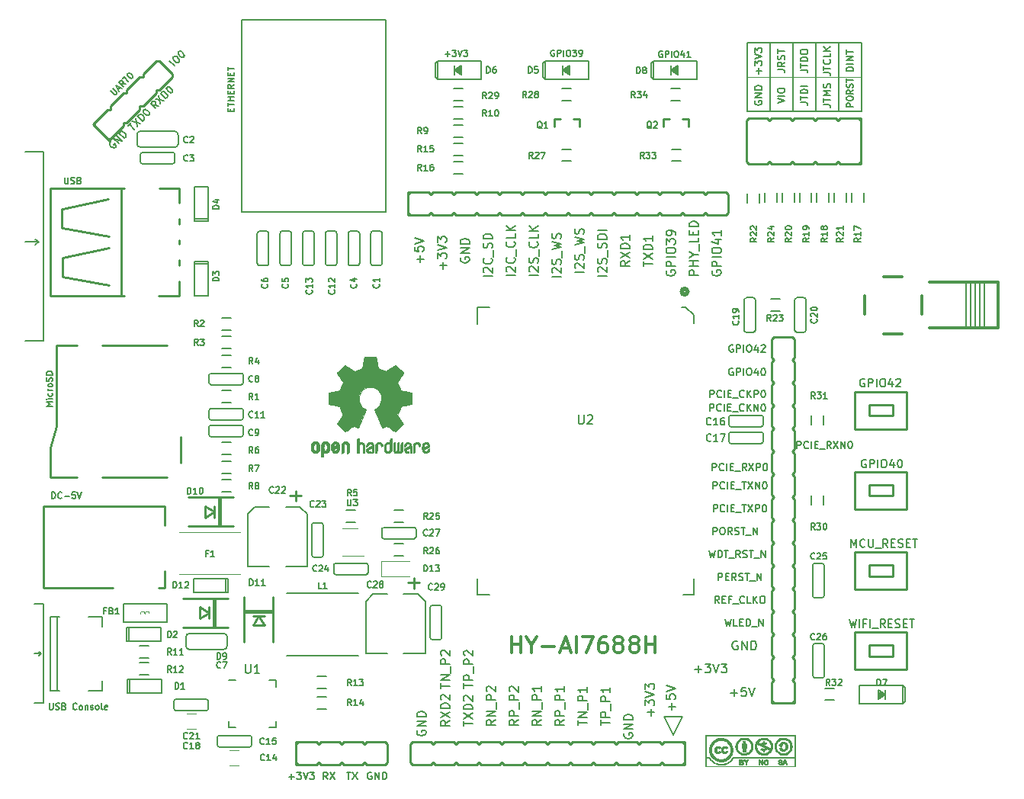
<source format=gto>
G04 #@! TF.GenerationSoftware,KiCad,Pcbnew,(5.0.2)-1*
G04 #@! TF.CreationDate,2019-05-31T08:04:00+07:00*
G04 #@! TF.ProjectId,HY-AI7688H,48592d41-4937-4363-9838-482e6b696361,A*
G04 #@! TF.SameCoordinates,Original*
G04 #@! TF.FileFunction,Legend,Top*
G04 #@! TF.FilePolarity,Positive*
%FSLAX46Y46*%
G04 Gerber Fmt 4.6, Leading zero omitted, Abs format (unit mm)*
G04 Created by KiCad (PCBNEW (5.0.2)-1) date 31/05/2019 8:04:00 SA*
%MOMM*%
%LPD*%
G01*
G04 APERTURE LIST*
%ADD10C,0.150000*%
%ADD11C,0.300000*%
%ADD12C,0.170000*%
%ADD13C,0.140000*%
%ADD14C,0.100000*%
%ADD15C,0.200000*%
%ADD16C,0.130000*%
%ADD17C,0.175000*%
%ADD18C,0.500000*%
%ADD19C,0.254000*%
%ADD20C,0.010000*%
%ADD21C,0.002540*%
%ADD22C,0.250000*%
%ADD23C,0.127000*%
%ADD24C,0.400000*%
%ADD25C,0.120000*%
G04 APERTURE END LIST*
D10*
X91800000Y-44750000D02*
X91800000Y-44516666D01*
X92166666Y-44416666D02*
X92166666Y-44750000D01*
X91466666Y-44750000D01*
X91466666Y-44416666D01*
X91466666Y-44216666D02*
X91466666Y-43816666D01*
X92166666Y-44016666D02*
X91466666Y-44016666D01*
X92166666Y-43583333D02*
X91466666Y-43583333D01*
X91800000Y-43583333D02*
X91800000Y-43183333D01*
X92166666Y-43183333D02*
X91466666Y-43183333D01*
X91800000Y-42850000D02*
X91800000Y-42616666D01*
X92166666Y-42516666D02*
X92166666Y-42850000D01*
X91466666Y-42850000D01*
X91466666Y-42516666D01*
X92166666Y-41816666D02*
X91833333Y-42050000D01*
X92166666Y-42216666D02*
X91466666Y-42216666D01*
X91466666Y-41950000D01*
X91500000Y-41883333D01*
X91533333Y-41850000D01*
X91600000Y-41816666D01*
X91700000Y-41816666D01*
X91766666Y-41850000D01*
X91800000Y-41883333D01*
X91833333Y-41950000D01*
X91833333Y-42216666D01*
X92166666Y-41516666D02*
X91466666Y-41516666D01*
X92166666Y-41116666D01*
X91466666Y-41116666D01*
X91800000Y-40783333D02*
X91800000Y-40550000D01*
X92166666Y-40450000D02*
X92166666Y-40783333D01*
X91466666Y-40783333D01*
X91466666Y-40450000D01*
X91466666Y-40250000D02*
X91466666Y-39850000D01*
X92166666Y-40050000D02*
X91466666Y-40050000D01*
X78453637Y-42504247D02*
X78854331Y-42904941D01*
X78925042Y-42928511D01*
X78972182Y-42928511D01*
X79042893Y-42904941D01*
X79137174Y-42810660D01*
X79160744Y-42739949D01*
X79160744Y-42692809D01*
X79137174Y-42622098D01*
X78736480Y-42221404D01*
X79302165Y-42362825D02*
X79537867Y-42127123D01*
X79396446Y-42551387D02*
X79066463Y-41891421D01*
X79726429Y-42221404D01*
X80174264Y-41773570D02*
X79773570Y-41702859D01*
X79891421Y-42056412D02*
X79396446Y-41561438D01*
X79585008Y-41372876D01*
X79655719Y-41349306D01*
X79702859Y-41349306D01*
X79773570Y-41372876D01*
X79844280Y-41443587D01*
X79867851Y-41514297D01*
X79867851Y-41561438D01*
X79844280Y-41632148D01*
X79655719Y-41820710D01*
X79820710Y-41137174D02*
X80103553Y-40854331D01*
X80457106Y-41490727D02*
X79962132Y-40995752D01*
X80362825Y-40595058D02*
X80409966Y-40547918D01*
X80480677Y-40524348D01*
X80527817Y-40524348D01*
X80598528Y-40547918D01*
X80716379Y-40618629D01*
X80834230Y-40736480D01*
X80904941Y-40854331D01*
X80928511Y-40925042D01*
X80928511Y-40972182D01*
X80904941Y-41042893D01*
X80857800Y-41090033D01*
X80787089Y-41113603D01*
X80739949Y-41113603D01*
X80669238Y-41090033D01*
X80551387Y-41019322D01*
X80433536Y-40901471D01*
X80362825Y-40783620D01*
X80339255Y-40712910D01*
X80339255Y-40665769D01*
X80362825Y-40595058D01*
X73366666Y-52116666D02*
X73366666Y-52683333D01*
X73400000Y-52750000D01*
X73433333Y-52783333D01*
X73500000Y-52816666D01*
X73633333Y-52816666D01*
X73700000Y-52783333D01*
X73733333Y-52750000D01*
X73766666Y-52683333D01*
X73766666Y-52116666D01*
X74066666Y-52783333D02*
X74166666Y-52816666D01*
X74333333Y-52816666D01*
X74400000Y-52783333D01*
X74433333Y-52750000D01*
X74466666Y-52683333D01*
X74466666Y-52616666D01*
X74433333Y-52550000D01*
X74400000Y-52516666D01*
X74333333Y-52483333D01*
X74200000Y-52450000D01*
X74133333Y-52416666D01*
X74100000Y-52383333D01*
X74066666Y-52316666D01*
X74066666Y-52250000D01*
X74100000Y-52183333D01*
X74133333Y-52150000D01*
X74200000Y-52116666D01*
X74366666Y-52116666D01*
X74466666Y-52150000D01*
X75000000Y-52450000D02*
X75100000Y-52483333D01*
X75133333Y-52516666D01*
X75166666Y-52583333D01*
X75166666Y-52683333D01*
X75133333Y-52750000D01*
X75100000Y-52783333D01*
X75033333Y-52816666D01*
X74766666Y-52816666D01*
X74766666Y-52116666D01*
X75000000Y-52116666D01*
X75066666Y-52150000D01*
X75100000Y-52183333D01*
X75133333Y-52250000D01*
X75133333Y-52316666D01*
X75100000Y-52383333D01*
X75066666Y-52416666D01*
X75000000Y-52450000D01*
X74766666Y-52450000D01*
X71950000Y-87766666D02*
X71950000Y-87066666D01*
X72116666Y-87066666D01*
X72216666Y-87100000D01*
X72283333Y-87166666D01*
X72316666Y-87233333D01*
X72350000Y-87366666D01*
X72350000Y-87466666D01*
X72316666Y-87600000D01*
X72283333Y-87666666D01*
X72216666Y-87733333D01*
X72116666Y-87766666D01*
X71950000Y-87766666D01*
X73050000Y-87700000D02*
X73016666Y-87733333D01*
X72916666Y-87766666D01*
X72850000Y-87766666D01*
X72750000Y-87733333D01*
X72683333Y-87666666D01*
X72650000Y-87600000D01*
X72616666Y-87466666D01*
X72616666Y-87366666D01*
X72650000Y-87233333D01*
X72683333Y-87166666D01*
X72750000Y-87100000D01*
X72850000Y-87066666D01*
X72916666Y-87066666D01*
X73016666Y-87100000D01*
X73050000Y-87133333D01*
X73350000Y-87500000D02*
X73883333Y-87500000D01*
X74550000Y-87066666D02*
X74216666Y-87066666D01*
X74183333Y-87400000D01*
X74216666Y-87366666D01*
X74283333Y-87333333D01*
X74450000Y-87333333D01*
X74516666Y-87366666D01*
X74550000Y-87400000D01*
X74583333Y-87466666D01*
X74583333Y-87633333D01*
X74550000Y-87700000D01*
X74516666Y-87733333D01*
X74450000Y-87766666D01*
X74283333Y-87766666D01*
X74216666Y-87733333D01*
X74183333Y-87700000D01*
X74783333Y-87066666D02*
X75016666Y-87766666D01*
X75250000Y-87066666D01*
X71683333Y-110516666D02*
X71683333Y-111083333D01*
X71716666Y-111150000D01*
X71750000Y-111183333D01*
X71816666Y-111216666D01*
X71950000Y-111216666D01*
X72016666Y-111183333D01*
X72050000Y-111150000D01*
X72083333Y-111083333D01*
X72083333Y-110516666D01*
X72383333Y-111183333D02*
X72483333Y-111216666D01*
X72650000Y-111216666D01*
X72716666Y-111183333D01*
X72750000Y-111150000D01*
X72783333Y-111083333D01*
X72783333Y-111016666D01*
X72750000Y-110950000D01*
X72716666Y-110916666D01*
X72650000Y-110883333D01*
X72516666Y-110850000D01*
X72450000Y-110816666D01*
X72416666Y-110783333D01*
X72383333Y-110716666D01*
X72383333Y-110650000D01*
X72416666Y-110583333D01*
X72450000Y-110550000D01*
X72516666Y-110516666D01*
X72683333Y-110516666D01*
X72783333Y-110550000D01*
X73316666Y-110850000D02*
X73416666Y-110883333D01*
X73450000Y-110916666D01*
X73483333Y-110983333D01*
X73483333Y-111083333D01*
X73450000Y-111150000D01*
X73416666Y-111183333D01*
X73350000Y-111216666D01*
X73083333Y-111216666D01*
X73083333Y-110516666D01*
X73316666Y-110516666D01*
X73383333Y-110550000D01*
X73416666Y-110583333D01*
X73450000Y-110650000D01*
X73450000Y-110716666D01*
X73416666Y-110783333D01*
X73383333Y-110816666D01*
X73316666Y-110850000D01*
X73083333Y-110850000D01*
X74716666Y-111150000D02*
X74683333Y-111183333D01*
X74583333Y-111216666D01*
X74516666Y-111216666D01*
X74416666Y-111183333D01*
X74350000Y-111116666D01*
X74316666Y-111050000D01*
X74283333Y-110916666D01*
X74283333Y-110816666D01*
X74316666Y-110683333D01*
X74350000Y-110616666D01*
X74416666Y-110550000D01*
X74516666Y-110516666D01*
X74583333Y-110516666D01*
X74683333Y-110550000D01*
X74716666Y-110583333D01*
X75116666Y-111216666D02*
X75050000Y-111183333D01*
X75016666Y-111150000D01*
X74983333Y-111083333D01*
X74983333Y-110883333D01*
X75016666Y-110816666D01*
X75050000Y-110783333D01*
X75116666Y-110750000D01*
X75216666Y-110750000D01*
X75283333Y-110783333D01*
X75316666Y-110816666D01*
X75350000Y-110883333D01*
X75350000Y-111083333D01*
X75316666Y-111150000D01*
X75283333Y-111183333D01*
X75216666Y-111216666D01*
X75116666Y-111216666D01*
X75650000Y-110750000D02*
X75650000Y-111216666D01*
X75650000Y-110816666D02*
X75683333Y-110783333D01*
X75750000Y-110750000D01*
X75850000Y-110750000D01*
X75916666Y-110783333D01*
X75950000Y-110850000D01*
X75950000Y-111216666D01*
X76250000Y-111183333D02*
X76316666Y-111216666D01*
X76450000Y-111216666D01*
X76516666Y-111183333D01*
X76550000Y-111116666D01*
X76550000Y-111083333D01*
X76516666Y-111016666D01*
X76450000Y-110983333D01*
X76350000Y-110983333D01*
X76283333Y-110950000D01*
X76250000Y-110883333D01*
X76250000Y-110850000D01*
X76283333Y-110783333D01*
X76350000Y-110750000D01*
X76450000Y-110750000D01*
X76516666Y-110783333D01*
X76950000Y-111216666D02*
X76883333Y-111183333D01*
X76850000Y-111150000D01*
X76816666Y-111083333D01*
X76816666Y-110883333D01*
X76850000Y-110816666D01*
X76883333Y-110783333D01*
X76950000Y-110750000D01*
X77050000Y-110750000D01*
X77116666Y-110783333D01*
X77150000Y-110816666D01*
X77183333Y-110883333D01*
X77183333Y-111083333D01*
X77150000Y-111150000D01*
X77116666Y-111183333D01*
X77050000Y-111216666D01*
X76950000Y-111216666D01*
X77583333Y-111216666D02*
X77516666Y-111183333D01*
X77483333Y-111116666D01*
X77483333Y-110516666D01*
X78116666Y-111183333D02*
X78050000Y-111216666D01*
X77916666Y-111216666D01*
X77850000Y-111183333D01*
X77816666Y-111116666D01*
X77816666Y-110850000D01*
X77850000Y-110783333D01*
X77916666Y-110750000D01*
X78050000Y-110750000D01*
X78116666Y-110783333D01*
X78150000Y-110850000D01*
X78150000Y-110916666D01*
X77816666Y-110983333D01*
X107440476Y-118200000D02*
X107364285Y-118161904D01*
X107250000Y-118161904D01*
X107135714Y-118200000D01*
X107059523Y-118276190D01*
X107021428Y-118352380D01*
X106983333Y-118504761D01*
X106983333Y-118619047D01*
X107021428Y-118771428D01*
X107059523Y-118847619D01*
X107135714Y-118923809D01*
X107250000Y-118961904D01*
X107326190Y-118961904D01*
X107440476Y-118923809D01*
X107478571Y-118885714D01*
X107478571Y-118619047D01*
X107326190Y-118619047D01*
X107821428Y-118961904D02*
X107821428Y-118161904D01*
X108278571Y-118961904D01*
X108278571Y-118161904D01*
X108659523Y-118961904D02*
X108659523Y-118161904D01*
X108850000Y-118161904D01*
X108964285Y-118200000D01*
X109040476Y-118276190D01*
X109078571Y-118352380D01*
X109116666Y-118504761D01*
X109116666Y-118619047D01*
X109078571Y-118771428D01*
X109040476Y-118847619D01*
X108964285Y-118923809D01*
X108850000Y-118961904D01*
X108659523Y-118961904D01*
X104689682Y-118161904D02*
X105146825Y-118161904D01*
X104918253Y-118961904D02*
X104918253Y-118161904D01*
X105337301Y-118161904D02*
X105870634Y-118961904D01*
X105870634Y-118161904D02*
X105337301Y-118961904D01*
X102566666Y-118961904D02*
X102300000Y-118580952D01*
X102109523Y-118961904D02*
X102109523Y-118161904D01*
X102414285Y-118161904D01*
X102490476Y-118200000D01*
X102528571Y-118238095D01*
X102566666Y-118314285D01*
X102566666Y-118428571D01*
X102528571Y-118504761D01*
X102490476Y-118542857D01*
X102414285Y-118580952D01*
X102109523Y-118580952D01*
X102833333Y-118161904D02*
X103366666Y-118961904D01*
X103366666Y-118161904D02*
X102833333Y-118961904D01*
X98240476Y-118657142D02*
X98850000Y-118657142D01*
X98545238Y-118961904D02*
X98545238Y-118352380D01*
X99154761Y-118161904D02*
X99650000Y-118161904D01*
X99383333Y-118466666D01*
X99497619Y-118466666D01*
X99573809Y-118504761D01*
X99611904Y-118542857D01*
X99650000Y-118619047D01*
X99650000Y-118809523D01*
X99611904Y-118885714D01*
X99573809Y-118923809D01*
X99497619Y-118961904D01*
X99269047Y-118961904D01*
X99192857Y-118923809D01*
X99154761Y-118885714D01*
X99878571Y-118161904D02*
X100145238Y-118961904D01*
X100411904Y-118161904D01*
X100602380Y-118161904D02*
X101097619Y-118161904D01*
X100830952Y-118466666D01*
X100945238Y-118466666D01*
X101021428Y-118504761D01*
X101059523Y-118542857D01*
X101097619Y-118619047D01*
X101097619Y-118809523D01*
X101059523Y-118885714D01*
X101021428Y-118923809D01*
X100945238Y-118961904D01*
X100716666Y-118961904D01*
X100640476Y-118923809D01*
X100602380Y-118885714D01*
D11*
X122978571Y-104914285D02*
X122978571Y-103114285D01*
X122978571Y-103971428D02*
X124007142Y-103971428D01*
X124007142Y-104914285D02*
X124007142Y-103114285D01*
X125207142Y-104057142D02*
X125207142Y-104914285D01*
X124607142Y-103114285D02*
X125207142Y-104057142D01*
X125807142Y-103114285D01*
X126407142Y-104228571D02*
X127778571Y-104228571D01*
X128550000Y-104400000D02*
X129407142Y-104400000D01*
X128378571Y-104914285D02*
X128978571Y-103114285D01*
X129578571Y-104914285D01*
X130178571Y-104914285D02*
X130178571Y-103114285D01*
X130864285Y-103114285D02*
X132064285Y-103114285D01*
X131292857Y-104914285D01*
X133521428Y-103114285D02*
X133178571Y-103114285D01*
X133007142Y-103200000D01*
X132921428Y-103285714D01*
X132750000Y-103542857D01*
X132664285Y-103885714D01*
X132664285Y-104571428D01*
X132750000Y-104742857D01*
X132835714Y-104828571D01*
X133007142Y-104914285D01*
X133350000Y-104914285D01*
X133521428Y-104828571D01*
X133607142Y-104742857D01*
X133692857Y-104571428D01*
X133692857Y-104142857D01*
X133607142Y-103971428D01*
X133521428Y-103885714D01*
X133350000Y-103800000D01*
X133007142Y-103800000D01*
X132835714Y-103885714D01*
X132750000Y-103971428D01*
X132664285Y-104142857D01*
X134721428Y-103885714D02*
X134550000Y-103800000D01*
X134464285Y-103714285D01*
X134378571Y-103542857D01*
X134378571Y-103457142D01*
X134464285Y-103285714D01*
X134550000Y-103200000D01*
X134721428Y-103114285D01*
X135064285Y-103114285D01*
X135235714Y-103200000D01*
X135321428Y-103285714D01*
X135407142Y-103457142D01*
X135407142Y-103542857D01*
X135321428Y-103714285D01*
X135235714Y-103800000D01*
X135064285Y-103885714D01*
X134721428Y-103885714D01*
X134550000Y-103971428D01*
X134464285Y-104057142D01*
X134378571Y-104228571D01*
X134378571Y-104571428D01*
X134464285Y-104742857D01*
X134550000Y-104828571D01*
X134721428Y-104914285D01*
X135064285Y-104914285D01*
X135235714Y-104828571D01*
X135321428Y-104742857D01*
X135407142Y-104571428D01*
X135407142Y-104228571D01*
X135321428Y-104057142D01*
X135235714Y-103971428D01*
X135064285Y-103885714D01*
X136435714Y-103885714D02*
X136264285Y-103800000D01*
X136178571Y-103714285D01*
X136092857Y-103542857D01*
X136092857Y-103457142D01*
X136178571Y-103285714D01*
X136264285Y-103200000D01*
X136435714Y-103114285D01*
X136778571Y-103114285D01*
X136950000Y-103200000D01*
X137035714Y-103285714D01*
X137121428Y-103457142D01*
X137121428Y-103542857D01*
X137035714Y-103714285D01*
X136950000Y-103800000D01*
X136778571Y-103885714D01*
X136435714Y-103885714D01*
X136264285Y-103971428D01*
X136178571Y-104057142D01*
X136092857Y-104228571D01*
X136092857Y-104571428D01*
X136178571Y-104742857D01*
X136264285Y-104828571D01*
X136435714Y-104914285D01*
X136778571Y-104914285D01*
X136950000Y-104828571D01*
X137035714Y-104742857D01*
X137121428Y-104571428D01*
X137121428Y-104228571D01*
X137035714Y-104057142D01*
X136950000Y-103971428D01*
X136778571Y-103885714D01*
X137892857Y-104914285D02*
X137892857Y-103114285D01*
X137892857Y-103971428D02*
X138921428Y-103971428D01*
X138921428Y-104914285D02*
X138921428Y-103114285D01*
D12*
X162192857Y-74500000D02*
X162107142Y-74457142D01*
X161978571Y-74457142D01*
X161850000Y-74500000D01*
X161764285Y-74585714D01*
X161721428Y-74671428D01*
X161678571Y-74842857D01*
X161678571Y-74971428D01*
X161721428Y-75142857D01*
X161764285Y-75228571D01*
X161850000Y-75314285D01*
X161978571Y-75357142D01*
X162064285Y-75357142D01*
X162192857Y-75314285D01*
X162235714Y-75271428D01*
X162235714Y-74971428D01*
X162064285Y-74971428D01*
X162621428Y-75357142D02*
X162621428Y-74457142D01*
X162964285Y-74457142D01*
X163050000Y-74500000D01*
X163092857Y-74542857D01*
X163135714Y-74628571D01*
X163135714Y-74757142D01*
X163092857Y-74842857D01*
X163050000Y-74885714D01*
X162964285Y-74928571D01*
X162621428Y-74928571D01*
X163521428Y-75357142D02*
X163521428Y-74457142D01*
X164121428Y-74457142D02*
X164292857Y-74457142D01*
X164378571Y-74500000D01*
X164464285Y-74585714D01*
X164507142Y-74757142D01*
X164507142Y-75057142D01*
X164464285Y-75228571D01*
X164378571Y-75314285D01*
X164292857Y-75357142D01*
X164121428Y-75357142D01*
X164035714Y-75314285D01*
X163950000Y-75228571D01*
X163907142Y-75057142D01*
X163907142Y-74757142D01*
X163950000Y-74585714D01*
X164035714Y-74500000D01*
X164121428Y-74457142D01*
X165278571Y-74757142D02*
X165278571Y-75357142D01*
X165064285Y-74414285D02*
X164850000Y-75057142D01*
X165407142Y-75057142D01*
X165707142Y-74542857D02*
X165750000Y-74500000D01*
X165835714Y-74457142D01*
X166050000Y-74457142D01*
X166135714Y-74500000D01*
X166178571Y-74542857D01*
X166221428Y-74628571D01*
X166221428Y-74714285D01*
X166178571Y-74842857D01*
X165664285Y-75357142D01*
X166221428Y-75357142D01*
X139733333Y-38100000D02*
X139666666Y-38066666D01*
X139566666Y-38066666D01*
X139466666Y-38100000D01*
X139400000Y-38166666D01*
X139366666Y-38233333D01*
X139333333Y-38366666D01*
X139333333Y-38466666D01*
X139366666Y-38600000D01*
X139400000Y-38666666D01*
X139466666Y-38733333D01*
X139566666Y-38766666D01*
X139633333Y-38766666D01*
X139733333Y-38733333D01*
X139766666Y-38700000D01*
X139766666Y-38466666D01*
X139633333Y-38466666D01*
X140066666Y-38766666D02*
X140066666Y-38066666D01*
X140333333Y-38066666D01*
X140400000Y-38100000D01*
X140433333Y-38133333D01*
X140466666Y-38200000D01*
X140466666Y-38300000D01*
X140433333Y-38366666D01*
X140400000Y-38400000D01*
X140333333Y-38433333D01*
X140066666Y-38433333D01*
X140766666Y-38766666D02*
X140766666Y-38066666D01*
X141233333Y-38066666D02*
X141366666Y-38066666D01*
X141433333Y-38100000D01*
X141500000Y-38166666D01*
X141533333Y-38300000D01*
X141533333Y-38533333D01*
X141500000Y-38666666D01*
X141433333Y-38733333D01*
X141366666Y-38766666D01*
X141233333Y-38766666D01*
X141166666Y-38733333D01*
X141100000Y-38666666D01*
X141066666Y-38533333D01*
X141066666Y-38300000D01*
X141100000Y-38166666D01*
X141166666Y-38100000D01*
X141233333Y-38066666D01*
X142133333Y-38300000D02*
X142133333Y-38766666D01*
X141966666Y-38033333D02*
X141800000Y-38533333D01*
X142233333Y-38533333D01*
X142866666Y-38766666D02*
X142466666Y-38766666D01*
X142666666Y-38766666D02*
X142666666Y-38066666D01*
X142600000Y-38166666D01*
X142533333Y-38233333D01*
X142466666Y-38266666D01*
X127733333Y-38000000D02*
X127666666Y-37966666D01*
X127566666Y-37966666D01*
X127466666Y-38000000D01*
X127400000Y-38066666D01*
X127366666Y-38133333D01*
X127333333Y-38266666D01*
X127333333Y-38366666D01*
X127366666Y-38500000D01*
X127400000Y-38566666D01*
X127466666Y-38633333D01*
X127566666Y-38666666D01*
X127633333Y-38666666D01*
X127733333Y-38633333D01*
X127766666Y-38600000D01*
X127766666Y-38366666D01*
X127633333Y-38366666D01*
X128066666Y-38666666D02*
X128066666Y-37966666D01*
X128333333Y-37966666D01*
X128400000Y-38000000D01*
X128433333Y-38033333D01*
X128466666Y-38100000D01*
X128466666Y-38200000D01*
X128433333Y-38266666D01*
X128400000Y-38300000D01*
X128333333Y-38333333D01*
X128066666Y-38333333D01*
X128766666Y-38666666D02*
X128766666Y-37966666D01*
X129233333Y-37966666D02*
X129366666Y-37966666D01*
X129433333Y-38000000D01*
X129500000Y-38066666D01*
X129533333Y-38200000D01*
X129533333Y-38433333D01*
X129500000Y-38566666D01*
X129433333Y-38633333D01*
X129366666Y-38666666D01*
X129233333Y-38666666D01*
X129166666Y-38633333D01*
X129100000Y-38566666D01*
X129066666Y-38433333D01*
X129066666Y-38200000D01*
X129100000Y-38066666D01*
X129166666Y-38000000D01*
X129233333Y-37966666D01*
X129766666Y-37966666D02*
X130200000Y-37966666D01*
X129966666Y-38233333D01*
X130066666Y-38233333D01*
X130133333Y-38266666D01*
X130166666Y-38300000D01*
X130200000Y-38366666D01*
X130200000Y-38533333D01*
X130166666Y-38600000D01*
X130133333Y-38633333D01*
X130066666Y-38666666D01*
X129866666Y-38666666D01*
X129800000Y-38633333D01*
X129766666Y-38600000D01*
X130533333Y-38666666D02*
X130666666Y-38666666D01*
X130733333Y-38633333D01*
X130766666Y-38600000D01*
X130833333Y-38500000D01*
X130866666Y-38366666D01*
X130866666Y-38100000D01*
X130833333Y-38033333D01*
X130800000Y-38000000D01*
X130733333Y-37966666D01*
X130600000Y-37966666D01*
X130533333Y-38000000D01*
X130500000Y-38033333D01*
X130466666Y-38100000D01*
X130466666Y-38266666D01*
X130500000Y-38333333D01*
X130533333Y-38366666D01*
X130600000Y-38400000D01*
X130733333Y-38400000D01*
X130800000Y-38366666D01*
X130833333Y-38333333D01*
X130866666Y-38266666D01*
D13*
X85590219Y-39721590D02*
X85024534Y-39155905D01*
X85401658Y-38778781D02*
X85509407Y-38671032D01*
X85590219Y-38644094D01*
X85697969Y-38644094D01*
X85832656Y-38724906D01*
X86021218Y-38913468D01*
X86102030Y-39048155D01*
X86102030Y-39155905D01*
X86075093Y-39236717D01*
X85967343Y-39344467D01*
X85886531Y-39371404D01*
X85778781Y-39371404D01*
X85644094Y-39290592D01*
X85455532Y-39102030D01*
X85374720Y-38967343D01*
X85374720Y-38859593D01*
X85401658Y-38778781D01*
X85994280Y-38186158D02*
X86048155Y-38132284D01*
X86128967Y-38105346D01*
X86182842Y-38105346D01*
X86263654Y-38132284D01*
X86398341Y-38213096D01*
X86533028Y-38347783D01*
X86613841Y-38482470D01*
X86640778Y-38563282D01*
X86640778Y-38617157D01*
X86613841Y-38697969D01*
X86559966Y-38751844D01*
X86479154Y-38778781D01*
X86425279Y-38778781D01*
X86344467Y-38751844D01*
X86209780Y-38671032D01*
X86075093Y-38536345D01*
X85994280Y-38401658D01*
X85967343Y-38320845D01*
X85967343Y-38266971D01*
X85994280Y-38186158D01*
X83809407Y-44152402D02*
X83351471Y-44071590D01*
X83486158Y-44475651D02*
X82920473Y-43909966D01*
X83135972Y-43694467D01*
X83216784Y-43667529D01*
X83270659Y-43667529D01*
X83351471Y-43694467D01*
X83432284Y-43775279D01*
X83459221Y-43856091D01*
X83459221Y-43909966D01*
X83432284Y-43990778D01*
X83216784Y-44206277D01*
X83432284Y-43398155D02*
X84375093Y-43586717D01*
X83809407Y-43021032D02*
X83997969Y-43963841D01*
X84590592Y-43371218D02*
X84024906Y-42805532D01*
X84159593Y-42670845D01*
X84267343Y-42616971D01*
X84375093Y-42616971D01*
X84455905Y-42643908D01*
X84590592Y-42724720D01*
X84671404Y-42805532D01*
X84752216Y-42940219D01*
X84779154Y-43021032D01*
X84779154Y-43128781D01*
X84725279Y-43236531D01*
X84590592Y-43371218D01*
X84698341Y-42132097D02*
X84752216Y-42078223D01*
X84833028Y-42051285D01*
X84886903Y-42051285D01*
X84967715Y-42078223D01*
X85102402Y-42159035D01*
X85237089Y-42293722D01*
X85317902Y-42428409D01*
X85344839Y-42509221D01*
X85344839Y-42563096D01*
X85317902Y-42643908D01*
X85264027Y-42697783D01*
X85183215Y-42724720D01*
X85129340Y-42724720D01*
X85048528Y-42697783D01*
X84913841Y-42616971D01*
X84779154Y-42482284D01*
X84698341Y-42347597D01*
X84671404Y-42266784D01*
X84671404Y-42212910D01*
X84698341Y-42132097D01*
X80407004Y-46373435D02*
X80730253Y-46050186D01*
X81134314Y-46777496D02*
X80568629Y-46211810D01*
X80864940Y-45915499D02*
X81807749Y-46104061D01*
X81242064Y-45538375D02*
X81430625Y-46481184D01*
X82023248Y-45888561D02*
X81457563Y-45322876D01*
X81592250Y-45188189D01*
X81700000Y-45134314D01*
X81807749Y-45134314D01*
X81888561Y-45161251D01*
X82023248Y-45242064D01*
X82104061Y-45322876D01*
X82184873Y-45457563D01*
X82211810Y-45538375D01*
X82211810Y-45646125D01*
X82157935Y-45753874D01*
X82023248Y-45888561D01*
X82130998Y-44649441D02*
X82184873Y-44595566D01*
X82265685Y-44568629D01*
X82319560Y-44568629D01*
X82400372Y-44595566D01*
X82535059Y-44676378D01*
X82669746Y-44811065D01*
X82750558Y-44945752D01*
X82777496Y-45026564D01*
X82777496Y-45080439D01*
X82750558Y-45161251D01*
X82696683Y-45215126D01*
X82615871Y-45242064D01*
X82561996Y-45242064D01*
X82481184Y-45215126D01*
X82346497Y-45134314D01*
X82211810Y-44999627D01*
X82130998Y-44864940D01*
X82104061Y-44784128D01*
X82104061Y-44730253D01*
X82130998Y-44649441D01*
X78586158Y-48098155D02*
X78505346Y-48125093D01*
X78424534Y-48205905D01*
X78370659Y-48313654D01*
X78370659Y-48421404D01*
X78397597Y-48502216D01*
X78478409Y-48636903D01*
X78559221Y-48717715D01*
X78693908Y-48798528D01*
X78774720Y-48825465D01*
X78882470Y-48825465D01*
X78990219Y-48771590D01*
X79044094Y-48717715D01*
X79097969Y-48609966D01*
X79097969Y-48556091D01*
X78909407Y-48367529D01*
X78801658Y-48475279D01*
X79394280Y-48367529D02*
X78828595Y-47801844D01*
X79717529Y-48044280D01*
X79151844Y-47478595D01*
X79986903Y-47774906D02*
X79421218Y-47209221D01*
X79555905Y-47074534D01*
X79663654Y-47020659D01*
X79771404Y-47020659D01*
X79852216Y-47047597D01*
X79986903Y-47128409D01*
X80067715Y-47209221D01*
X80148528Y-47343908D01*
X80175465Y-47424720D01*
X80175465Y-47532470D01*
X80121590Y-47640219D01*
X79986903Y-47774906D01*
D14*
X161848000Y-40968000D02*
X149148000Y-40968000D01*
D15*
X159308000Y-44778000D02*
X159308000Y-37158000D01*
X156768000Y-44778000D02*
X156768000Y-37158000D01*
X154228000Y-44778000D02*
X154228000Y-37158000D01*
X151688000Y-44778000D02*
X151688000Y-37158000D01*
X149148000Y-37158000D02*
X149148000Y-44778000D01*
X149402000Y-37158000D02*
X149148000Y-37158000D01*
X161848000Y-37158000D02*
X149402000Y-37158000D01*
X161848000Y-44778000D02*
X161848000Y-37158000D01*
X149148000Y-44778000D02*
X161848000Y-44778000D01*
D13*
X160939904Y-40313809D02*
X160139904Y-40313809D01*
X160139904Y-40123333D01*
X160178000Y-40009047D01*
X160254190Y-39932857D01*
X160330380Y-39894761D01*
X160482761Y-39856666D01*
X160597047Y-39856666D01*
X160749428Y-39894761D01*
X160825619Y-39932857D01*
X160901809Y-40009047D01*
X160939904Y-40123333D01*
X160939904Y-40313809D01*
X160939904Y-39513809D02*
X160139904Y-39513809D01*
X160939904Y-39132857D02*
X160139904Y-39132857D01*
X160939904Y-38675714D01*
X160139904Y-38675714D01*
X160139904Y-38409047D02*
X160139904Y-37951904D01*
X160939904Y-38180476D02*
X160139904Y-38180476D01*
D16*
X160894666Y-44246000D02*
X160194666Y-44246000D01*
X160194666Y-43979333D01*
X160228000Y-43912666D01*
X160261333Y-43879333D01*
X160328000Y-43846000D01*
X160428000Y-43846000D01*
X160494666Y-43879333D01*
X160528000Y-43912666D01*
X160561333Y-43979333D01*
X160561333Y-44246000D01*
X160194666Y-43412666D02*
X160194666Y-43279333D01*
X160228000Y-43212666D01*
X160294666Y-43146000D01*
X160428000Y-43112666D01*
X160661333Y-43112666D01*
X160794666Y-43146000D01*
X160861333Y-43212666D01*
X160894666Y-43279333D01*
X160894666Y-43412666D01*
X160861333Y-43479333D01*
X160794666Y-43546000D01*
X160661333Y-43579333D01*
X160428000Y-43579333D01*
X160294666Y-43546000D01*
X160228000Y-43479333D01*
X160194666Y-43412666D01*
X160894666Y-42412666D02*
X160561333Y-42646000D01*
X160894666Y-42812666D02*
X160194666Y-42812666D01*
X160194666Y-42546000D01*
X160228000Y-42479333D01*
X160261333Y-42446000D01*
X160328000Y-42412666D01*
X160428000Y-42412666D01*
X160494666Y-42446000D01*
X160528000Y-42479333D01*
X160561333Y-42546000D01*
X160561333Y-42812666D01*
X160861333Y-42146000D02*
X160894666Y-42046000D01*
X160894666Y-41879333D01*
X160861333Y-41812666D01*
X160828000Y-41779333D01*
X160761333Y-41746000D01*
X160694666Y-41746000D01*
X160628000Y-41779333D01*
X160594666Y-41812666D01*
X160561333Y-41879333D01*
X160528000Y-42012666D01*
X160494666Y-42079333D01*
X160461333Y-42112666D01*
X160394666Y-42146000D01*
X160328000Y-42146000D01*
X160261333Y-42112666D01*
X160228000Y-42079333D01*
X160194666Y-42012666D01*
X160194666Y-41846000D01*
X160228000Y-41746000D01*
X160194666Y-41546000D02*
X160194666Y-41146000D01*
X160894666Y-41346000D02*
X160194666Y-41346000D01*
D13*
X157599904Y-40504285D02*
X158171333Y-40504285D01*
X158285619Y-40542380D01*
X158361809Y-40618571D01*
X158399904Y-40732857D01*
X158399904Y-40809047D01*
X157599904Y-40237619D02*
X157599904Y-39780476D01*
X158399904Y-40009047D02*
X157599904Y-40009047D01*
X158323714Y-39056666D02*
X158361809Y-39094761D01*
X158399904Y-39209047D01*
X158399904Y-39285238D01*
X158361809Y-39399523D01*
X158285619Y-39475714D01*
X158209428Y-39513809D01*
X158057047Y-39551904D01*
X157942761Y-39551904D01*
X157790380Y-39513809D01*
X157714190Y-39475714D01*
X157638000Y-39399523D01*
X157599904Y-39285238D01*
X157599904Y-39209047D01*
X157638000Y-39094761D01*
X157676095Y-39056666D01*
X158399904Y-38332857D02*
X158399904Y-38713809D01*
X157599904Y-38713809D01*
X158399904Y-38066190D02*
X157599904Y-38066190D01*
X158399904Y-37609047D02*
X157942761Y-37951904D01*
X157599904Y-37609047D02*
X158057047Y-38066190D01*
X157599904Y-44028571D02*
X158171333Y-44028571D01*
X158285619Y-44066666D01*
X158361809Y-44142857D01*
X158399904Y-44257142D01*
X158399904Y-44333333D01*
X157599904Y-43761904D02*
X157599904Y-43304761D01*
X158399904Y-43533333D02*
X157599904Y-43533333D01*
X158399904Y-43038095D02*
X157599904Y-43038095D01*
X158171333Y-42771428D01*
X157599904Y-42504761D01*
X158399904Y-42504761D01*
X158361809Y-42161904D02*
X158399904Y-42047619D01*
X158399904Y-41857142D01*
X158361809Y-41780952D01*
X158323714Y-41742857D01*
X158247523Y-41704761D01*
X158171333Y-41704761D01*
X158095142Y-41742857D01*
X158057047Y-41780952D01*
X158018952Y-41857142D01*
X157980857Y-42009523D01*
X157942761Y-42085714D01*
X157904666Y-42123809D01*
X157828476Y-42161904D01*
X157752285Y-42161904D01*
X157676095Y-42123809D01*
X157638000Y-42085714D01*
X157599904Y-42009523D01*
X157599904Y-41819047D01*
X157638000Y-41704761D01*
X155059904Y-40199523D02*
X155631333Y-40199523D01*
X155745619Y-40237619D01*
X155821809Y-40313809D01*
X155859904Y-40428095D01*
X155859904Y-40504285D01*
X155059904Y-39932857D02*
X155059904Y-39475714D01*
X155859904Y-39704285D02*
X155059904Y-39704285D01*
X155859904Y-39209047D02*
X155059904Y-39209047D01*
X155059904Y-39018571D01*
X155098000Y-38904285D01*
X155174190Y-38828095D01*
X155250380Y-38790000D01*
X155402761Y-38751904D01*
X155517047Y-38751904D01*
X155669428Y-38790000D01*
X155745619Y-38828095D01*
X155821809Y-38904285D01*
X155859904Y-39018571D01*
X155859904Y-39209047D01*
X155059904Y-38256666D02*
X155059904Y-38104285D01*
X155098000Y-38028095D01*
X155174190Y-37951904D01*
X155326571Y-37913809D01*
X155593238Y-37913809D01*
X155745619Y-37951904D01*
X155821809Y-38028095D01*
X155859904Y-38104285D01*
X155859904Y-38256666D01*
X155821809Y-38332857D01*
X155745619Y-38409047D01*
X155593238Y-38447142D01*
X155326571Y-38447142D01*
X155174190Y-38409047D01*
X155098000Y-38332857D01*
X155059904Y-38256666D01*
X155059904Y-43780952D02*
X155631333Y-43780952D01*
X155745619Y-43819047D01*
X155821809Y-43895238D01*
X155859904Y-44009523D01*
X155859904Y-44085714D01*
X155059904Y-43514285D02*
X155059904Y-43057142D01*
X155859904Y-43285714D02*
X155059904Y-43285714D01*
X155859904Y-42790476D02*
X155059904Y-42790476D01*
X155059904Y-42600000D01*
X155098000Y-42485714D01*
X155174190Y-42409523D01*
X155250380Y-42371428D01*
X155402761Y-42333333D01*
X155517047Y-42333333D01*
X155669428Y-42371428D01*
X155745619Y-42409523D01*
X155821809Y-42485714D01*
X155859904Y-42600000D01*
X155859904Y-42790476D01*
X155859904Y-41990476D02*
X155059904Y-41990476D01*
X152519904Y-40161428D02*
X153091333Y-40161428D01*
X153205619Y-40199523D01*
X153281809Y-40275714D01*
X153319904Y-40390000D01*
X153319904Y-40466190D01*
X153319904Y-39323333D02*
X152938952Y-39590000D01*
X153319904Y-39780476D02*
X152519904Y-39780476D01*
X152519904Y-39475714D01*
X152558000Y-39399523D01*
X152596095Y-39361428D01*
X152672285Y-39323333D01*
X152786571Y-39323333D01*
X152862761Y-39361428D01*
X152900857Y-39399523D01*
X152938952Y-39475714D01*
X152938952Y-39780476D01*
X153281809Y-39018571D02*
X153319904Y-38904285D01*
X153319904Y-38713809D01*
X153281809Y-38637619D01*
X153243714Y-38599523D01*
X153167523Y-38561428D01*
X153091333Y-38561428D01*
X153015142Y-38599523D01*
X152977047Y-38637619D01*
X152938952Y-38713809D01*
X152900857Y-38866190D01*
X152862761Y-38942380D01*
X152824666Y-38980476D01*
X152748476Y-39018571D01*
X152672285Y-39018571D01*
X152596095Y-38980476D01*
X152558000Y-38942380D01*
X152519904Y-38866190D01*
X152519904Y-38675714D01*
X152558000Y-38561428D01*
X152519904Y-38332857D02*
X152519904Y-37875714D01*
X153319904Y-38104285D02*
X152519904Y-38104285D01*
X152519904Y-43876190D02*
X153319904Y-43609523D01*
X152519904Y-43342857D01*
X153319904Y-43076190D02*
X152519904Y-43076190D01*
X152519904Y-42542857D02*
X152519904Y-42390476D01*
X152558000Y-42314285D01*
X152634190Y-42238095D01*
X152786571Y-42200000D01*
X153053238Y-42200000D01*
X153205619Y-42238095D01*
X153281809Y-42314285D01*
X153319904Y-42390476D01*
X153319904Y-42542857D01*
X153281809Y-42619047D01*
X153205619Y-42695238D01*
X153053238Y-42733333D01*
X152786571Y-42733333D01*
X152634190Y-42695238D01*
X152558000Y-42619047D01*
X152519904Y-42542857D01*
X150475142Y-40599523D02*
X150475142Y-39990000D01*
X150779904Y-40294761D02*
X150170380Y-40294761D01*
X149979904Y-39685238D02*
X149979904Y-39190000D01*
X150284666Y-39456666D01*
X150284666Y-39342380D01*
X150322761Y-39266190D01*
X150360857Y-39228095D01*
X150437047Y-39190000D01*
X150627523Y-39190000D01*
X150703714Y-39228095D01*
X150741809Y-39266190D01*
X150779904Y-39342380D01*
X150779904Y-39570952D01*
X150741809Y-39647142D01*
X150703714Y-39685238D01*
X149979904Y-38961428D02*
X150779904Y-38694761D01*
X149979904Y-38428095D01*
X149979904Y-38237619D02*
X149979904Y-37742380D01*
X150284666Y-38009047D01*
X150284666Y-37894761D01*
X150322761Y-37818571D01*
X150360857Y-37780476D01*
X150437047Y-37742380D01*
X150627523Y-37742380D01*
X150703714Y-37780476D01*
X150741809Y-37818571D01*
X150779904Y-37894761D01*
X150779904Y-38123333D01*
X150741809Y-38199523D01*
X150703714Y-38237619D01*
X150018000Y-43609523D02*
X149979904Y-43685714D01*
X149979904Y-43800000D01*
X150018000Y-43914285D01*
X150094190Y-43990476D01*
X150170380Y-44028571D01*
X150322761Y-44066666D01*
X150437047Y-44066666D01*
X150589428Y-44028571D01*
X150665619Y-43990476D01*
X150741809Y-43914285D01*
X150779904Y-43800000D01*
X150779904Y-43723809D01*
X150741809Y-43609523D01*
X150703714Y-43571428D01*
X150437047Y-43571428D01*
X150437047Y-43723809D01*
X150779904Y-43228571D02*
X149979904Y-43228571D01*
X150779904Y-42771428D01*
X149979904Y-42771428D01*
X150779904Y-42390476D02*
X149979904Y-42390476D01*
X149979904Y-42200000D01*
X150018000Y-42085714D01*
X150094190Y-42009523D01*
X150170380Y-41971428D01*
X150322761Y-41933333D01*
X150437047Y-41933333D01*
X150589428Y-41971428D01*
X150665619Y-42009523D01*
X150741809Y-42085714D01*
X150779904Y-42200000D01*
X150779904Y-42390476D01*
D12*
X162342857Y-83500000D02*
X162257142Y-83457142D01*
X162128571Y-83457142D01*
X162000000Y-83500000D01*
X161914285Y-83585714D01*
X161871428Y-83671428D01*
X161828571Y-83842857D01*
X161828571Y-83971428D01*
X161871428Y-84142857D01*
X161914285Y-84228571D01*
X162000000Y-84314285D01*
X162128571Y-84357142D01*
X162214285Y-84357142D01*
X162342857Y-84314285D01*
X162385714Y-84271428D01*
X162385714Y-83971428D01*
X162214285Y-83971428D01*
X162771428Y-84357142D02*
X162771428Y-83457142D01*
X163114285Y-83457142D01*
X163200000Y-83500000D01*
X163242857Y-83542857D01*
X163285714Y-83628571D01*
X163285714Y-83757142D01*
X163242857Y-83842857D01*
X163200000Y-83885714D01*
X163114285Y-83928571D01*
X162771428Y-83928571D01*
X163671428Y-84357142D02*
X163671428Y-83457142D01*
X164271428Y-83457142D02*
X164442857Y-83457142D01*
X164528571Y-83500000D01*
X164614285Y-83585714D01*
X164657142Y-83757142D01*
X164657142Y-84057142D01*
X164614285Y-84228571D01*
X164528571Y-84314285D01*
X164442857Y-84357142D01*
X164271428Y-84357142D01*
X164185714Y-84314285D01*
X164100000Y-84228571D01*
X164057142Y-84057142D01*
X164057142Y-83757142D01*
X164100000Y-83585714D01*
X164185714Y-83500000D01*
X164271428Y-83457142D01*
X165428571Y-83757142D02*
X165428571Y-84357142D01*
X165214285Y-83414285D02*
X165000000Y-84057142D01*
X165557142Y-84057142D01*
X166071428Y-83457142D02*
X166157142Y-83457142D01*
X166242857Y-83500000D01*
X166285714Y-83542857D01*
X166328571Y-83628571D01*
X166371428Y-83800000D01*
X166371428Y-84014285D01*
X166328571Y-84185714D01*
X166285714Y-84271428D01*
X166242857Y-84314285D01*
X166157142Y-84357142D01*
X166071428Y-84357142D01*
X165985714Y-84314285D01*
X165942857Y-84271428D01*
X165900000Y-84185714D01*
X165857142Y-84014285D01*
X165857142Y-83800000D01*
X165900000Y-83628571D01*
X165942857Y-83542857D01*
X165985714Y-83500000D01*
X166071428Y-83457142D01*
X160521428Y-101207142D02*
X160735714Y-102107142D01*
X160907142Y-101464285D01*
X161078571Y-102107142D01*
X161292857Y-101207142D01*
X161635714Y-102107142D02*
X161635714Y-101207142D01*
X162364285Y-101635714D02*
X162064285Y-101635714D01*
X162064285Y-102107142D02*
X162064285Y-101207142D01*
X162492857Y-101207142D01*
X162835714Y-102107142D02*
X162835714Y-101207142D01*
X163050000Y-102192857D02*
X163735714Y-102192857D01*
X164464285Y-102107142D02*
X164164285Y-101678571D01*
X163950000Y-102107142D02*
X163950000Y-101207142D01*
X164292857Y-101207142D01*
X164378571Y-101250000D01*
X164421428Y-101292857D01*
X164464285Y-101378571D01*
X164464285Y-101507142D01*
X164421428Y-101592857D01*
X164378571Y-101635714D01*
X164292857Y-101678571D01*
X163950000Y-101678571D01*
X164850000Y-101635714D02*
X165150000Y-101635714D01*
X165278571Y-102107142D02*
X164850000Y-102107142D01*
X164850000Y-101207142D01*
X165278571Y-101207142D01*
X165621428Y-102064285D02*
X165750000Y-102107142D01*
X165964285Y-102107142D01*
X166050000Y-102064285D01*
X166092857Y-102021428D01*
X166135714Y-101935714D01*
X166135714Y-101850000D01*
X166092857Y-101764285D01*
X166050000Y-101721428D01*
X165964285Y-101678571D01*
X165792857Y-101635714D01*
X165707142Y-101592857D01*
X165664285Y-101550000D01*
X165621428Y-101464285D01*
X165621428Y-101378571D01*
X165664285Y-101292857D01*
X165707142Y-101250000D01*
X165792857Y-101207142D01*
X166007142Y-101207142D01*
X166135714Y-101250000D01*
X166521428Y-101635714D02*
X166821428Y-101635714D01*
X166950000Y-102107142D02*
X166521428Y-102107142D01*
X166521428Y-101207142D01*
X166950000Y-101207142D01*
X167207142Y-101207142D02*
X167721428Y-101207142D01*
X167464285Y-102107142D02*
X167464285Y-101207142D01*
X160700000Y-93207142D02*
X160700000Y-92307142D01*
X161000000Y-92950000D01*
X161300000Y-92307142D01*
X161300000Y-93207142D01*
X162242857Y-93121428D02*
X162200000Y-93164285D01*
X162071428Y-93207142D01*
X161985714Y-93207142D01*
X161857142Y-93164285D01*
X161771428Y-93078571D01*
X161728571Y-92992857D01*
X161685714Y-92821428D01*
X161685714Y-92692857D01*
X161728571Y-92521428D01*
X161771428Y-92435714D01*
X161857142Y-92350000D01*
X161985714Y-92307142D01*
X162071428Y-92307142D01*
X162200000Y-92350000D01*
X162242857Y-92392857D01*
X162628571Y-92307142D02*
X162628571Y-93035714D01*
X162671428Y-93121428D01*
X162714285Y-93164285D01*
X162800000Y-93207142D01*
X162971428Y-93207142D01*
X163057142Y-93164285D01*
X163100000Y-93121428D01*
X163142857Y-93035714D01*
X163142857Y-92307142D01*
X163357142Y-93292857D02*
X164042857Y-93292857D01*
X164771428Y-93207142D02*
X164471428Y-92778571D01*
X164257142Y-93207142D02*
X164257142Y-92307142D01*
X164600000Y-92307142D01*
X164685714Y-92350000D01*
X164728571Y-92392857D01*
X164771428Y-92478571D01*
X164771428Y-92607142D01*
X164728571Y-92692857D01*
X164685714Y-92735714D01*
X164600000Y-92778571D01*
X164257142Y-92778571D01*
X165157142Y-92735714D02*
X165457142Y-92735714D01*
X165585714Y-93207142D02*
X165157142Y-93207142D01*
X165157142Y-92307142D01*
X165585714Y-92307142D01*
X165928571Y-93164285D02*
X166057142Y-93207142D01*
X166271428Y-93207142D01*
X166357142Y-93164285D01*
X166400000Y-93121428D01*
X166442857Y-93035714D01*
X166442857Y-92950000D01*
X166400000Y-92864285D01*
X166357142Y-92821428D01*
X166271428Y-92778571D01*
X166100000Y-92735714D01*
X166014285Y-92692857D01*
X165971428Y-92650000D01*
X165928571Y-92564285D01*
X165928571Y-92478571D01*
X165971428Y-92392857D01*
X166014285Y-92350000D01*
X166100000Y-92307142D01*
X166314285Y-92307142D01*
X166442857Y-92350000D01*
X166828571Y-92735714D02*
X167128571Y-92735714D01*
X167257142Y-93207142D02*
X166828571Y-93207142D01*
X166828571Y-92307142D01*
X167257142Y-92307142D01*
X167514285Y-92307142D02*
X168028571Y-92307142D01*
X167771428Y-93207142D02*
X167771428Y-92307142D01*
D13*
X146691619Y-101161904D02*
X146882095Y-101961904D01*
X147034476Y-101390476D01*
X147186857Y-101961904D01*
X147377333Y-101161904D01*
X148063047Y-101961904D02*
X147682095Y-101961904D01*
X147682095Y-101161904D01*
X148329714Y-101542857D02*
X148596380Y-101542857D01*
X148710666Y-101961904D02*
X148329714Y-101961904D01*
X148329714Y-101161904D01*
X148710666Y-101161904D01*
X149053523Y-101961904D02*
X149053523Y-101161904D01*
X149244000Y-101161904D01*
X149358285Y-101200000D01*
X149434476Y-101276190D01*
X149472571Y-101352380D01*
X149510666Y-101504761D01*
X149510666Y-101619047D01*
X149472571Y-101771428D01*
X149434476Y-101847619D01*
X149358285Y-101923809D01*
X149244000Y-101961904D01*
X149053523Y-101961904D01*
X149663047Y-102038095D02*
X150272571Y-102038095D01*
X150463047Y-101961904D02*
X150463047Y-101161904D01*
X150920190Y-101961904D01*
X150920190Y-101161904D01*
X146031238Y-99421904D02*
X145764571Y-99040952D01*
X145574095Y-99421904D02*
X145574095Y-98621904D01*
X145878857Y-98621904D01*
X145955047Y-98660000D01*
X145993142Y-98698095D01*
X146031238Y-98774285D01*
X146031238Y-98888571D01*
X145993142Y-98964761D01*
X145955047Y-99002857D01*
X145878857Y-99040952D01*
X145574095Y-99040952D01*
X146374095Y-99002857D02*
X146640761Y-99002857D01*
X146755047Y-99421904D02*
X146374095Y-99421904D01*
X146374095Y-98621904D01*
X146755047Y-98621904D01*
X147364571Y-99002857D02*
X147097904Y-99002857D01*
X147097904Y-99421904D02*
X147097904Y-98621904D01*
X147478857Y-98621904D01*
X147593142Y-99498095D02*
X148202666Y-99498095D01*
X148850285Y-99345714D02*
X148812190Y-99383809D01*
X148697904Y-99421904D01*
X148621714Y-99421904D01*
X148507428Y-99383809D01*
X148431238Y-99307619D01*
X148393142Y-99231428D01*
X148355047Y-99079047D01*
X148355047Y-98964761D01*
X148393142Y-98812380D01*
X148431238Y-98736190D01*
X148507428Y-98660000D01*
X148621714Y-98621904D01*
X148697904Y-98621904D01*
X148812190Y-98660000D01*
X148850285Y-98698095D01*
X149574095Y-99421904D02*
X149193142Y-99421904D01*
X149193142Y-98621904D01*
X149840761Y-99421904D02*
X149840761Y-98621904D01*
X150297904Y-99421904D02*
X149955047Y-98964761D01*
X150297904Y-98621904D02*
X149840761Y-99079047D01*
X150793142Y-98621904D02*
X150945523Y-98621904D01*
X151021714Y-98660000D01*
X151097904Y-98736190D01*
X151136000Y-98888571D01*
X151136000Y-99155238D01*
X151097904Y-99307619D01*
X151021714Y-99383809D01*
X150945523Y-99421904D01*
X150793142Y-99421904D01*
X150716952Y-99383809D01*
X150640761Y-99307619D01*
X150602666Y-99155238D01*
X150602666Y-98888571D01*
X150640761Y-98736190D01*
X150716952Y-98660000D01*
X150793142Y-98621904D01*
X145955047Y-96881904D02*
X145955047Y-96081904D01*
X146259809Y-96081904D01*
X146336000Y-96120000D01*
X146374095Y-96158095D01*
X146412190Y-96234285D01*
X146412190Y-96348571D01*
X146374095Y-96424761D01*
X146336000Y-96462857D01*
X146259809Y-96500952D01*
X145955047Y-96500952D01*
X146755047Y-96462857D02*
X147021714Y-96462857D01*
X147136000Y-96881904D02*
X146755047Y-96881904D01*
X146755047Y-96081904D01*
X147136000Y-96081904D01*
X147936000Y-96881904D02*
X147669333Y-96500952D01*
X147478857Y-96881904D02*
X147478857Y-96081904D01*
X147783619Y-96081904D01*
X147859809Y-96120000D01*
X147897904Y-96158095D01*
X147936000Y-96234285D01*
X147936000Y-96348571D01*
X147897904Y-96424761D01*
X147859809Y-96462857D01*
X147783619Y-96500952D01*
X147478857Y-96500952D01*
X148240761Y-96843809D02*
X148355047Y-96881904D01*
X148545523Y-96881904D01*
X148621714Y-96843809D01*
X148659809Y-96805714D01*
X148697904Y-96729523D01*
X148697904Y-96653333D01*
X148659809Y-96577142D01*
X148621714Y-96539047D01*
X148545523Y-96500952D01*
X148393142Y-96462857D01*
X148316952Y-96424761D01*
X148278857Y-96386666D01*
X148240761Y-96310476D01*
X148240761Y-96234285D01*
X148278857Y-96158095D01*
X148316952Y-96120000D01*
X148393142Y-96081904D01*
X148583619Y-96081904D01*
X148697904Y-96120000D01*
X148926476Y-96081904D02*
X149383619Y-96081904D01*
X149155047Y-96881904D02*
X149155047Y-96081904D01*
X149459809Y-96958095D02*
X150069333Y-96958095D01*
X150259809Y-96881904D02*
X150259809Y-96081904D01*
X150716952Y-96881904D01*
X150716952Y-96081904D01*
X144920095Y-93541904D02*
X145110571Y-94341904D01*
X145262952Y-93770476D01*
X145415333Y-94341904D01*
X145605809Y-93541904D01*
X145910571Y-94341904D02*
X145910571Y-93541904D01*
X146101047Y-93541904D01*
X146215333Y-93580000D01*
X146291523Y-93656190D01*
X146329619Y-93732380D01*
X146367714Y-93884761D01*
X146367714Y-93999047D01*
X146329619Y-94151428D01*
X146291523Y-94227619D01*
X146215333Y-94303809D01*
X146101047Y-94341904D01*
X145910571Y-94341904D01*
X146596285Y-93541904D02*
X147053428Y-93541904D01*
X146824857Y-94341904D02*
X146824857Y-93541904D01*
X147129619Y-94418095D02*
X147739142Y-94418095D01*
X148386761Y-94341904D02*
X148120095Y-93960952D01*
X147929619Y-94341904D02*
X147929619Y-93541904D01*
X148234380Y-93541904D01*
X148310571Y-93580000D01*
X148348666Y-93618095D01*
X148386761Y-93694285D01*
X148386761Y-93808571D01*
X148348666Y-93884761D01*
X148310571Y-93922857D01*
X148234380Y-93960952D01*
X147929619Y-93960952D01*
X148691523Y-94303809D02*
X148805809Y-94341904D01*
X148996285Y-94341904D01*
X149072476Y-94303809D01*
X149110571Y-94265714D01*
X149148666Y-94189523D01*
X149148666Y-94113333D01*
X149110571Y-94037142D01*
X149072476Y-93999047D01*
X148996285Y-93960952D01*
X148843904Y-93922857D01*
X148767714Y-93884761D01*
X148729619Y-93846666D01*
X148691523Y-93770476D01*
X148691523Y-93694285D01*
X148729619Y-93618095D01*
X148767714Y-93580000D01*
X148843904Y-93541904D01*
X149034380Y-93541904D01*
X149148666Y-93580000D01*
X149377238Y-93541904D02*
X149834380Y-93541904D01*
X149605809Y-94341904D02*
X149605809Y-93541904D01*
X149910571Y-94418095D02*
X150520095Y-94418095D01*
X150710571Y-94341904D02*
X150710571Y-93541904D01*
X151167714Y-94341904D01*
X151167714Y-93541904D01*
X145389904Y-91801904D02*
X145389904Y-91001904D01*
X145694666Y-91001904D01*
X145770857Y-91040000D01*
X145808952Y-91078095D01*
X145847047Y-91154285D01*
X145847047Y-91268571D01*
X145808952Y-91344761D01*
X145770857Y-91382857D01*
X145694666Y-91420952D01*
X145389904Y-91420952D01*
X146342285Y-91001904D02*
X146494666Y-91001904D01*
X146570857Y-91040000D01*
X146647047Y-91116190D01*
X146685142Y-91268571D01*
X146685142Y-91535238D01*
X146647047Y-91687619D01*
X146570857Y-91763809D01*
X146494666Y-91801904D01*
X146342285Y-91801904D01*
X146266095Y-91763809D01*
X146189904Y-91687619D01*
X146151809Y-91535238D01*
X146151809Y-91268571D01*
X146189904Y-91116190D01*
X146266095Y-91040000D01*
X146342285Y-91001904D01*
X147485142Y-91801904D02*
X147218476Y-91420952D01*
X147028000Y-91801904D02*
X147028000Y-91001904D01*
X147332761Y-91001904D01*
X147408952Y-91040000D01*
X147447047Y-91078095D01*
X147485142Y-91154285D01*
X147485142Y-91268571D01*
X147447047Y-91344761D01*
X147408952Y-91382857D01*
X147332761Y-91420952D01*
X147028000Y-91420952D01*
X147789904Y-91763809D02*
X147904190Y-91801904D01*
X148094666Y-91801904D01*
X148170857Y-91763809D01*
X148208952Y-91725714D01*
X148247047Y-91649523D01*
X148247047Y-91573333D01*
X148208952Y-91497142D01*
X148170857Y-91459047D01*
X148094666Y-91420952D01*
X147942285Y-91382857D01*
X147866095Y-91344761D01*
X147828000Y-91306666D01*
X147789904Y-91230476D01*
X147789904Y-91154285D01*
X147828000Y-91078095D01*
X147866095Y-91040000D01*
X147942285Y-91001904D01*
X148132761Y-91001904D01*
X148247047Y-91040000D01*
X148475619Y-91001904D02*
X148932761Y-91001904D01*
X148704190Y-91801904D02*
X148704190Y-91001904D01*
X149008952Y-91878095D02*
X149618476Y-91878095D01*
X149808952Y-91801904D02*
X149808952Y-91001904D01*
X150266095Y-91801904D01*
X150266095Y-91001904D01*
X147588095Y-70750000D02*
X147511904Y-70711904D01*
X147397619Y-70711904D01*
X147283333Y-70750000D01*
X147207142Y-70826190D01*
X147169047Y-70902380D01*
X147130952Y-71054761D01*
X147130952Y-71169047D01*
X147169047Y-71321428D01*
X147207142Y-71397619D01*
X147283333Y-71473809D01*
X147397619Y-71511904D01*
X147473809Y-71511904D01*
X147588095Y-71473809D01*
X147626190Y-71435714D01*
X147626190Y-71169047D01*
X147473809Y-71169047D01*
X147969047Y-71511904D02*
X147969047Y-70711904D01*
X148273809Y-70711904D01*
X148350000Y-70750000D01*
X148388095Y-70788095D01*
X148426190Y-70864285D01*
X148426190Y-70978571D01*
X148388095Y-71054761D01*
X148350000Y-71092857D01*
X148273809Y-71130952D01*
X147969047Y-71130952D01*
X148769047Y-71511904D02*
X148769047Y-70711904D01*
X149302380Y-70711904D02*
X149454761Y-70711904D01*
X149530952Y-70750000D01*
X149607142Y-70826190D01*
X149645238Y-70978571D01*
X149645238Y-71245238D01*
X149607142Y-71397619D01*
X149530952Y-71473809D01*
X149454761Y-71511904D01*
X149302380Y-71511904D01*
X149226190Y-71473809D01*
X149150000Y-71397619D01*
X149111904Y-71245238D01*
X149111904Y-70978571D01*
X149150000Y-70826190D01*
X149226190Y-70750000D01*
X149302380Y-70711904D01*
X150330952Y-70978571D02*
X150330952Y-71511904D01*
X150140476Y-70673809D02*
X149950000Y-71245238D01*
X150445238Y-71245238D01*
X150711904Y-70788095D02*
X150750000Y-70750000D01*
X150826190Y-70711904D01*
X151016666Y-70711904D01*
X151092857Y-70750000D01*
X151130952Y-70788095D01*
X151169047Y-70864285D01*
X151169047Y-70940476D01*
X151130952Y-71054761D01*
X150673809Y-71511904D01*
X151169047Y-71511904D01*
X147588095Y-73350000D02*
X147511904Y-73311904D01*
X147397619Y-73311904D01*
X147283333Y-73350000D01*
X147207142Y-73426190D01*
X147169047Y-73502380D01*
X147130952Y-73654761D01*
X147130952Y-73769047D01*
X147169047Y-73921428D01*
X147207142Y-73997619D01*
X147283333Y-74073809D01*
X147397619Y-74111904D01*
X147473809Y-74111904D01*
X147588095Y-74073809D01*
X147626190Y-74035714D01*
X147626190Y-73769047D01*
X147473809Y-73769047D01*
X147969047Y-74111904D02*
X147969047Y-73311904D01*
X148273809Y-73311904D01*
X148350000Y-73350000D01*
X148388095Y-73388095D01*
X148426190Y-73464285D01*
X148426190Y-73578571D01*
X148388095Y-73654761D01*
X148350000Y-73692857D01*
X148273809Y-73730952D01*
X147969047Y-73730952D01*
X148769047Y-74111904D02*
X148769047Y-73311904D01*
X149302380Y-73311904D02*
X149454761Y-73311904D01*
X149530952Y-73350000D01*
X149607142Y-73426190D01*
X149645238Y-73578571D01*
X149645238Y-73845238D01*
X149607142Y-73997619D01*
X149530952Y-74073809D01*
X149454761Y-74111904D01*
X149302380Y-74111904D01*
X149226190Y-74073809D01*
X149150000Y-73997619D01*
X149111904Y-73845238D01*
X149111904Y-73578571D01*
X149150000Y-73426190D01*
X149226190Y-73350000D01*
X149302380Y-73311904D01*
X150330952Y-73578571D02*
X150330952Y-74111904D01*
X150140476Y-73273809D02*
X149950000Y-73845238D01*
X150445238Y-73845238D01*
X150902380Y-73311904D02*
X150978571Y-73311904D01*
X151054761Y-73350000D01*
X151092857Y-73388095D01*
X151130952Y-73464285D01*
X151169047Y-73616666D01*
X151169047Y-73807142D01*
X151130952Y-73959523D01*
X151092857Y-74035714D01*
X151054761Y-74073809D01*
X150978571Y-74111904D01*
X150902380Y-74111904D01*
X150826190Y-74073809D01*
X150788095Y-74035714D01*
X150750000Y-73959523D01*
X150711904Y-73807142D01*
X150711904Y-73616666D01*
X150750000Y-73464285D01*
X150788095Y-73388095D01*
X150826190Y-73350000D01*
X150902380Y-73311904D01*
X145034380Y-76561904D02*
X145034380Y-75761904D01*
X145339142Y-75761904D01*
X145415333Y-75800000D01*
X145453428Y-75838095D01*
X145491523Y-75914285D01*
X145491523Y-76028571D01*
X145453428Y-76104761D01*
X145415333Y-76142857D01*
X145339142Y-76180952D01*
X145034380Y-76180952D01*
X146291523Y-76485714D02*
X146253428Y-76523809D01*
X146139142Y-76561904D01*
X146062952Y-76561904D01*
X145948666Y-76523809D01*
X145872476Y-76447619D01*
X145834380Y-76371428D01*
X145796285Y-76219047D01*
X145796285Y-76104761D01*
X145834380Y-75952380D01*
X145872476Y-75876190D01*
X145948666Y-75800000D01*
X146062952Y-75761904D01*
X146139142Y-75761904D01*
X146253428Y-75800000D01*
X146291523Y-75838095D01*
X146634380Y-76561904D02*
X146634380Y-75761904D01*
X147015333Y-76142857D02*
X147282000Y-76142857D01*
X147396285Y-76561904D02*
X147015333Y-76561904D01*
X147015333Y-75761904D01*
X147396285Y-75761904D01*
X147548666Y-76638095D02*
X148158190Y-76638095D01*
X148805809Y-76485714D02*
X148767714Y-76523809D01*
X148653428Y-76561904D01*
X148577238Y-76561904D01*
X148462952Y-76523809D01*
X148386761Y-76447619D01*
X148348666Y-76371428D01*
X148310571Y-76219047D01*
X148310571Y-76104761D01*
X148348666Y-75952380D01*
X148386761Y-75876190D01*
X148462952Y-75800000D01*
X148577238Y-75761904D01*
X148653428Y-75761904D01*
X148767714Y-75800000D01*
X148805809Y-75838095D01*
X149148666Y-76561904D02*
X149148666Y-75761904D01*
X149605809Y-76561904D02*
X149262952Y-76104761D01*
X149605809Y-75761904D02*
X149148666Y-76219047D01*
X149948666Y-76561904D02*
X149948666Y-75761904D01*
X150253428Y-75761904D01*
X150329619Y-75800000D01*
X150367714Y-75838095D01*
X150405809Y-75914285D01*
X150405809Y-76028571D01*
X150367714Y-76104761D01*
X150329619Y-76142857D01*
X150253428Y-76180952D01*
X149948666Y-76180952D01*
X150901047Y-75761904D02*
X150977238Y-75761904D01*
X151053428Y-75800000D01*
X151091523Y-75838095D01*
X151129619Y-75914285D01*
X151167714Y-76066666D01*
X151167714Y-76257142D01*
X151129619Y-76409523D01*
X151091523Y-76485714D01*
X151053428Y-76523809D01*
X150977238Y-76561904D01*
X150901047Y-76561904D01*
X150824857Y-76523809D01*
X150786761Y-76485714D01*
X150748666Y-76409523D01*
X150710571Y-76257142D01*
X150710571Y-76066666D01*
X150748666Y-75914285D01*
X150786761Y-75838095D01*
X150824857Y-75800000D01*
X150901047Y-75761904D01*
X145015333Y-78085904D02*
X145015333Y-77285904D01*
X145320095Y-77285904D01*
X145396285Y-77324000D01*
X145434380Y-77362095D01*
X145472476Y-77438285D01*
X145472476Y-77552571D01*
X145434380Y-77628761D01*
X145396285Y-77666857D01*
X145320095Y-77704952D01*
X145015333Y-77704952D01*
X146272476Y-78009714D02*
X146234380Y-78047809D01*
X146120095Y-78085904D01*
X146043904Y-78085904D01*
X145929619Y-78047809D01*
X145853428Y-77971619D01*
X145815333Y-77895428D01*
X145777238Y-77743047D01*
X145777238Y-77628761D01*
X145815333Y-77476380D01*
X145853428Y-77400190D01*
X145929619Y-77324000D01*
X146043904Y-77285904D01*
X146120095Y-77285904D01*
X146234380Y-77324000D01*
X146272476Y-77362095D01*
X146615333Y-78085904D02*
X146615333Y-77285904D01*
X146996285Y-77666857D02*
X147262952Y-77666857D01*
X147377238Y-78085904D02*
X146996285Y-78085904D01*
X146996285Y-77285904D01*
X147377238Y-77285904D01*
X147529619Y-78162095D02*
X148139142Y-78162095D01*
X148786761Y-78009714D02*
X148748666Y-78047809D01*
X148634380Y-78085904D01*
X148558190Y-78085904D01*
X148443904Y-78047809D01*
X148367714Y-77971619D01*
X148329619Y-77895428D01*
X148291523Y-77743047D01*
X148291523Y-77628761D01*
X148329619Y-77476380D01*
X148367714Y-77400190D01*
X148443904Y-77324000D01*
X148558190Y-77285904D01*
X148634380Y-77285904D01*
X148748666Y-77324000D01*
X148786761Y-77362095D01*
X149129619Y-78085904D02*
X149129619Y-77285904D01*
X149586761Y-78085904D02*
X149243904Y-77628761D01*
X149586761Y-77285904D02*
X149129619Y-77743047D01*
X149929619Y-78085904D02*
X149929619Y-77285904D01*
X150386761Y-78085904D01*
X150386761Y-77285904D01*
X150920095Y-77285904D02*
X150996285Y-77285904D01*
X151072476Y-77324000D01*
X151110571Y-77362095D01*
X151148666Y-77438285D01*
X151186761Y-77590666D01*
X151186761Y-77781142D01*
X151148666Y-77933523D01*
X151110571Y-78009714D01*
X151072476Y-78047809D01*
X150996285Y-78085904D01*
X150920095Y-78085904D01*
X150843904Y-78047809D01*
X150805809Y-78009714D01*
X150767714Y-77933523D01*
X150729619Y-77781142D01*
X150729619Y-77590666D01*
X150767714Y-77438285D01*
X150805809Y-77362095D01*
X150843904Y-77324000D01*
X150920095Y-77285904D01*
X154702380Y-82211904D02*
X154702380Y-81411904D01*
X155007142Y-81411904D01*
X155083333Y-81450000D01*
X155121428Y-81488095D01*
X155159523Y-81564285D01*
X155159523Y-81678571D01*
X155121428Y-81754761D01*
X155083333Y-81792857D01*
X155007142Y-81830952D01*
X154702380Y-81830952D01*
X155959523Y-82135714D02*
X155921428Y-82173809D01*
X155807142Y-82211904D01*
X155730952Y-82211904D01*
X155616666Y-82173809D01*
X155540476Y-82097619D01*
X155502380Y-82021428D01*
X155464285Y-81869047D01*
X155464285Y-81754761D01*
X155502380Y-81602380D01*
X155540476Y-81526190D01*
X155616666Y-81450000D01*
X155730952Y-81411904D01*
X155807142Y-81411904D01*
X155921428Y-81450000D01*
X155959523Y-81488095D01*
X156302380Y-82211904D02*
X156302380Y-81411904D01*
X156683333Y-81792857D02*
X156950000Y-81792857D01*
X157064285Y-82211904D02*
X156683333Y-82211904D01*
X156683333Y-81411904D01*
X157064285Y-81411904D01*
X157216666Y-82288095D02*
X157826190Y-82288095D01*
X158473809Y-82211904D02*
X158207142Y-81830952D01*
X158016666Y-82211904D02*
X158016666Y-81411904D01*
X158321428Y-81411904D01*
X158397619Y-81450000D01*
X158435714Y-81488095D01*
X158473809Y-81564285D01*
X158473809Y-81678571D01*
X158435714Y-81754761D01*
X158397619Y-81792857D01*
X158321428Y-81830952D01*
X158016666Y-81830952D01*
X158740476Y-81411904D02*
X159273809Y-82211904D01*
X159273809Y-81411904D02*
X158740476Y-82211904D01*
X159578571Y-82211904D02*
X159578571Y-81411904D01*
X160035714Y-82211904D01*
X160035714Y-81411904D01*
X160569047Y-81411904D02*
X160645238Y-81411904D01*
X160721428Y-81450000D01*
X160759523Y-81488095D01*
X160797619Y-81564285D01*
X160835714Y-81716666D01*
X160835714Y-81907142D01*
X160797619Y-82059523D01*
X160759523Y-82135714D01*
X160721428Y-82173809D01*
X160645238Y-82211904D01*
X160569047Y-82211904D01*
X160492857Y-82173809D01*
X160454761Y-82135714D01*
X160416666Y-82059523D01*
X160378571Y-81907142D01*
X160378571Y-81716666D01*
X160416666Y-81564285D01*
X160454761Y-81488095D01*
X160492857Y-81450000D01*
X160569047Y-81411904D01*
X145307428Y-84689904D02*
X145307428Y-83889904D01*
X145612190Y-83889904D01*
X145688380Y-83928000D01*
X145726476Y-83966095D01*
X145764571Y-84042285D01*
X145764571Y-84156571D01*
X145726476Y-84232761D01*
X145688380Y-84270857D01*
X145612190Y-84308952D01*
X145307428Y-84308952D01*
X146564571Y-84613714D02*
X146526476Y-84651809D01*
X146412190Y-84689904D01*
X146336000Y-84689904D01*
X146221714Y-84651809D01*
X146145523Y-84575619D01*
X146107428Y-84499428D01*
X146069333Y-84347047D01*
X146069333Y-84232761D01*
X146107428Y-84080380D01*
X146145523Y-84004190D01*
X146221714Y-83928000D01*
X146336000Y-83889904D01*
X146412190Y-83889904D01*
X146526476Y-83928000D01*
X146564571Y-83966095D01*
X146907428Y-84689904D02*
X146907428Y-83889904D01*
X147288380Y-84270857D02*
X147555047Y-84270857D01*
X147669333Y-84689904D02*
X147288380Y-84689904D01*
X147288380Y-83889904D01*
X147669333Y-83889904D01*
X147821714Y-84766095D02*
X148431238Y-84766095D01*
X149078857Y-84689904D02*
X148812190Y-84308952D01*
X148621714Y-84689904D02*
X148621714Y-83889904D01*
X148926476Y-83889904D01*
X149002666Y-83928000D01*
X149040761Y-83966095D01*
X149078857Y-84042285D01*
X149078857Y-84156571D01*
X149040761Y-84232761D01*
X149002666Y-84270857D01*
X148926476Y-84308952D01*
X148621714Y-84308952D01*
X149345523Y-83889904D02*
X149878857Y-84689904D01*
X149878857Y-83889904D02*
X149345523Y-84689904D01*
X150183619Y-84689904D02*
X150183619Y-83889904D01*
X150488380Y-83889904D01*
X150564571Y-83928000D01*
X150602666Y-83966095D01*
X150640761Y-84042285D01*
X150640761Y-84156571D01*
X150602666Y-84232761D01*
X150564571Y-84270857D01*
X150488380Y-84308952D01*
X150183619Y-84308952D01*
X151136000Y-83889904D02*
X151212190Y-83889904D01*
X151288380Y-83928000D01*
X151326476Y-83966095D01*
X151364571Y-84042285D01*
X151402666Y-84194666D01*
X151402666Y-84385142D01*
X151364571Y-84537523D01*
X151326476Y-84613714D01*
X151288380Y-84651809D01*
X151212190Y-84689904D01*
X151136000Y-84689904D01*
X151059809Y-84651809D01*
X151021714Y-84613714D01*
X150983619Y-84537523D01*
X150945523Y-84385142D01*
X150945523Y-84194666D01*
X150983619Y-84042285D01*
X151021714Y-83966095D01*
X151059809Y-83928000D01*
X151136000Y-83889904D01*
X145383619Y-86721904D02*
X145383619Y-85921904D01*
X145688380Y-85921904D01*
X145764571Y-85960000D01*
X145802666Y-85998095D01*
X145840761Y-86074285D01*
X145840761Y-86188571D01*
X145802666Y-86264761D01*
X145764571Y-86302857D01*
X145688380Y-86340952D01*
X145383619Y-86340952D01*
X146640761Y-86645714D02*
X146602666Y-86683809D01*
X146488380Y-86721904D01*
X146412190Y-86721904D01*
X146297904Y-86683809D01*
X146221714Y-86607619D01*
X146183619Y-86531428D01*
X146145523Y-86379047D01*
X146145523Y-86264761D01*
X146183619Y-86112380D01*
X146221714Y-86036190D01*
X146297904Y-85960000D01*
X146412190Y-85921904D01*
X146488380Y-85921904D01*
X146602666Y-85960000D01*
X146640761Y-85998095D01*
X146983619Y-86721904D02*
X146983619Y-85921904D01*
X147364571Y-86302857D02*
X147631238Y-86302857D01*
X147745523Y-86721904D02*
X147364571Y-86721904D01*
X147364571Y-85921904D01*
X147745523Y-85921904D01*
X147897904Y-86798095D02*
X148507428Y-86798095D01*
X148583619Y-85921904D02*
X149040761Y-85921904D01*
X148812190Y-86721904D02*
X148812190Y-85921904D01*
X149231238Y-85921904D02*
X149764571Y-86721904D01*
X149764571Y-85921904D02*
X149231238Y-86721904D01*
X150069333Y-86721904D02*
X150069333Y-85921904D01*
X150526476Y-86721904D01*
X150526476Y-85921904D01*
X151059809Y-85921904D02*
X151136000Y-85921904D01*
X151212190Y-85960000D01*
X151250285Y-85998095D01*
X151288380Y-86074285D01*
X151326476Y-86226666D01*
X151326476Y-86417142D01*
X151288380Y-86569523D01*
X151250285Y-86645714D01*
X151212190Y-86683809D01*
X151136000Y-86721904D01*
X151059809Y-86721904D01*
X150983619Y-86683809D01*
X150945523Y-86645714D01*
X150907428Y-86569523D01*
X150869333Y-86417142D01*
X150869333Y-86226666D01*
X150907428Y-86074285D01*
X150945523Y-85998095D01*
X150983619Y-85960000D01*
X151059809Y-85921904D01*
X145402666Y-89261904D02*
X145402666Y-88461904D01*
X145707428Y-88461904D01*
X145783619Y-88500000D01*
X145821714Y-88538095D01*
X145859809Y-88614285D01*
X145859809Y-88728571D01*
X145821714Y-88804761D01*
X145783619Y-88842857D01*
X145707428Y-88880952D01*
X145402666Y-88880952D01*
X146659809Y-89185714D02*
X146621714Y-89223809D01*
X146507428Y-89261904D01*
X146431238Y-89261904D01*
X146316952Y-89223809D01*
X146240761Y-89147619D01*
X146202666Y-89071428D01*
X146164571Y-88919047D01*
X146164571Y-88804761D01*
X146202666Y-88652380D01*
X146240761Y-88576190D01*
X146316952Y-88500000D01*
X146431238Y-88461904D01*
X146507428Y-88461904D01*
X146621714Y-88500000D01*
X146659809Y-88538095D01*
X147002666Y-89261904D02*
X147002666Y-88461904D01*
X147383619Y-88842857D02*
X147650285Y-88842857D01*
X147764571Y-89261904D02*
X147383619Y-89261904D01*
X147383619Y-88461904D01*
X147764571Y-88461904D01*
X147916952Y-89338095D02*
X148526476Y-89338095D01*
X148602666Y-88461904D02*
X149059809Y-88461904D01*
X148831238Y-89261904D02*
X148831238Y-88461904D01*
X149250285Y-88461904D02*
X149783619Y-89261904D01*
X149783619Y-88461904D02*
X149250285Y-89261904D01*
X150088380Y-89261904D02*
X150088380Y-88461904D01*
X150393142Y-88461904D01*
X150469333Y-88500000D01*
X150507428Y-88538095D01*
X150545523Y-88614285D01*
X150545523Y-88728571D01*
X150507428Y-88804761D01*
X150469333Y-88842857D01*
X150393142Y-88880952D01*
X150088380Y-88880952D01*
X151040761Y-88461904D02*
X151116952Y-88461904D01*
X151193142Y-88500000D01*
X151231238Y-88538095D01*
X151269333Y-88614285D01*
X151307428Y-88766666D01*
X151307428Y-88957142D01*
X151269333Y-89109523D01*
X151231238Y-89185714D01*
X151193142Y-89223809D01*
X151116952Y-89261904D01*
X151040761Y-89261904D01*
X150964571Y-89223809D01*
X150926476Y-89185714D01*
X150888380Y-89109523D01*
X150850285Y-88957142D01*
X150850285Y-88766666D01*
X150888380Y-88614285D01*
X150926476Y-88538095D01*
X150964571Y-88500000D01*
X151040761Y-88461904D01*
D12*
X148082095Y-103640000D02*
X147986857Y-103592380D01*
X147844000Y-103592380D01*
X147701142Y-103640000D01*
X147605904Y-103735238D01*
X147558285Y-103830476D01*
X147510666Y-104020952D01*
X147510666Y-104163809D01*
X147558285Y-104354285D01*
X147605904Y-104449523D01*
X147701142Y-104544761D01*
X147844000Y-104592380D01*
X147939238Y-104592380D01*
X148082095Y-104544761D01*
X148129714Y-104497142D01*
X148129714Y-104163809D01*
X147939238Y-104163809D01*
X148558285Y-104592380D02*
X148558285Y-103592380D01*
X149129714Y-104592380D01*
X149129714Y-103592380D01*
X149605904Y-104592380D02*
X149605904Y-103592380D01*
X149844000Y-103592380D01*
X149986857Y-103640000D01*
X150082095Y-103735238D01*
X150129714Y-103830476D01*
X150177333Y-104020952D01*
X150177333Y-104163809D01*
X150129714Y-104354285D01*
X150082095Y-104449523D01*
X149986857Y-104544761D01*
X149844000Y-104592380D01*
X149605904Y-104592380D01*
X143338095Y-106751428D02*
X144100000Y-106751428D01*
X143719047Y-107132380D02*
X143719047Y-106370476D01*
X144480952Y-106132380D02*
X145100000Y-106132380D01*
X144766666Y-106513333D01*
X144909523Y-106513333D01*
X145004761Y-106560952D01*
X145052380Y-106608571D01*
X145100000Y-106703809D01*
X145100000Y-106941904D01*
X145052380Y-107037142D01*
X145004761Y-107084761D01*
X144909523Y-107132380D01*
X144623809Y-107132380D01*
X144528571Y-107084761D01*
X144480952Y-107037142D01*
X145385714Y-106132380D02*
X145719047Y-107132380D01*
X146052380Y-106132380D01*
X146290476Y-106132380D02*
X146909523Y-106132380D01*
X146576190Y-106513333D01*
X146719047Y-106513333D01*
X146814285Y-106560952D01*
X146861904Y-106608571D01*
X146909523Y-106703809D01*
X146909523Y-106941904D01*
X146861904Y-107037142D01*
X146814285Y-107084761D01*
X146719047Y-107132380D01*
X146433333Y-107132380D01*
X146338095Y-107084761D01*
X146290476Y-107037142D01*
X147314285Y-109371428D02*
X148076190Y-109371428D01*
X147695238Y-109752380D02*
X147695238Y-108990476D01*
X149028571Y-108752380D02*
X148552380Y-108752380D01*
X148504761Y-109228571D01*
X148552380Y-109180952D01*
X148647619Y-109133333D01*
X148885714Y-109133333D01*
X148980952Y-109180952D01*
X149028571Y-109228571D01*
X149076190Y-109323809D01*
X149076190Y-109561904D01*
X149028571Y-109657142D01*
X148980952Y-109704761D01*
X148885714Y-109752380D01*
X148647619Y-109752380D01*
X148552380Y-109704761D01*
X148504761Y-109657142D01*
X149361904Y-108752380D02*
X149695238Y-109752380D01*
X150028571Y-108752380D01*
X117702380Y-108842857D02*
X117702380Y-108271428D01*
X118702380Y-108557142D02*
X117702380Y-108557142D01*
X118702380Y-107938095D02*
X117702380Y-107938095D01*
X117702380Y-107557142D01*
X117750000Y-107461904D01*
X117797619Y-107414285D01*
X117892857Y-107366666D01*
X118035714Y-107366666D01*
X118130952Y-107414285D01*
X118178571Y-107461904D01*
X118226190Y-107557142D01*
X118226190Y-107938095D01*
X118797619Y-107176190D02*
X118797619Y-106414285D01*
X118702380Y-106176190D02*
X117702380Y-106176190D01*
X117702380Y-105795238D01*
X117750000Y-105700000D01*
X117797619Y-105652380D01*
X117892857Y-105604761D01*
X118035714Y-105604761D01*
X118130952Y-105652380D01*
X118178571Y-105700000D01*
X118226190Y-105795238D01*
X118226190Y-106176190D01*
X117797619Y-105223809D02*
X117750000Y-105176190D01*
X117702380Y-105080952D01*
X117702380Y-104842857D01*
X117750000Y-104747619D01*
X117797619Y-104700000D01*
X117892857Y-104652380D01*
X117988095Y-104652380D01*
X118130952Y-104700000D01*
X118702380Y-105271428D01*
X118702380Y-104652380D01*
X115152380Y-108866666D02*
X115152380Y-108295238D01*
X116152380Y-108580952D02*
X115152380Y-108580952D01*
X116152380Y-107961904D02*
X115152380Y-107961904D01*
X116152380Y-107390476D01*
X115152380Y-107390476D01*
X116247619Y-107152380D02*
X116247619Y-106390476D01*
X116152380Y-106152380D02*
X115152380Y-106152380D01*
X115152380Y-105771428D01*
X115200000Y-105676190D01*
X115247619Y-105628571D01*
X115342857Y-105580952D01*
X115485714Y-105580952D01*
X115580952Y-105628571D01*
X115628571Y-105676190D01*
X115676190Y-105771428D01*
X115676190Y-106152380D01*
X115247619Y-105200000D02*
X115200000Y-105152380D01*
X115152380Y-105057142D01*
X115152380Y-104819047D01*
X115200000Y-104723809D01*
X115247619Y-104676190D01*
X115342857Y-104628571D01*
X115438095Y-104628571D01*
X115580952Y-104676190D01*
X116152380Y-105247619D01*
X116152380Y-104628571D01*
X140787428Y-111267714D02*
X140787428Y-110505809D01*
X141168380Y-110886761D02*
X140406476Y-110886761D01*
X140168380Y-109553428D02*
X140168380Y-110029619D01*
X140644571Y-110077238D01*
X140596952Y-110029619D01*
X140549333Y-109934380D01*
X140549333Y-109696285D01*
X140596952Y-109601047D01*
X140644571Y-109553428D01*
X140739809Y-109505809D01*
X140977904Y-109505809D01*
X141073142Y-109553428D01*
X141120761Y-109601047D01*
X141168380Y-109696285D01*
X141168380Y-109934380D01*
X141120761Y-110029619D01*
X141073142Y-110077238D01*
X140168380Y-109220095D02*
X141168380Y-108886761D01*
X140168380Y-108553428D01*
X138471428Y-111911904D02*
X138471428Y-111150000D01*
X138852380Y-111530952D02*
X138090476Y-111530952D01*
X137852380Y-110769047D02*
X137852380Y-110150000D01*
X138233333Y-110483333D01*
X138233333Y-110340476D01*
X138280952Y-110245238D01*
X138328571Y-110197619D01*
X138423809Y-110150000D01*
X138661904Y-110150000D01*
X138757142Y-110197619D01*
X138804761Y-110245238D01*
X138852380Y-110340476D01*
X138852380Y-110626190D01*
X138804761Y-110721428D01*
X138757142Y-110769047D01*
X137852380Y-109864285D02*
X138852380Y-109530952D01*
X137852380Y-109197619D01*
X137852380Y-108959523D02*
X137852380Y-108340476D01*
X138233333Y-108673809D01*
X138233333Y-108530952D01*
X138280952Y-108435714D01*
X138328571Y-108388095D01*
X138423809Y-108340476D01*
X138661904Y-108340476D01*
X138757142Y-108388095D01*
X138804761Y-108435714D01*
X138852380Y-108530952D01*
X138852380Y-108816666D01*
X138804761Y-108911904D01*
X138757142Y-108959523D01*
X135500000Y-113861904D02*
X135452380Y-113957142D01*
X135452380Y-114100000D01*
X135500000Y-114242857D01*
X135595238Y-114338095D01*
X135690476Y-114385714D01*
X135880952Y-114433333D01*
X136023809Y-114433333D01*
X136214285Y-114385714D01*
X136309523Y-114338095D01*
X136404761Y-114242857D01*
X136452380Y-114100000D01*
X136452380Y-114004761D01*
X136404761Y-113861904D01*
X136357142Y-113814285D01*
X136023809Y-113814285D01*
X136023809Y-114004761D01*
X136452380Y-113385714D02*
X135452380Y-113385714D01*
X136452380Y-112814285D01*
X135452380Y-112814285D01*
X136452380Y-112338095D02*
X135452380Y-112338095D01*
X135452380Y-112100000D01*
X135500000Y-111957142D01*
X135595238Y-111861904D01*
X135690476Y-111814285D01*
X135880952Y-111766666D01*
X136023809Y-111766666D01*
X136214285Y-111814285D01*
X136309523Y-111861904D01*
X136404761Y-111957142D01*
X136452380Y-112100000D01*
X136452380Y-112338095D01*
X132902380Y-112952857D02*
X132902380Y-112381428D01*
X133902380Y-112667142D02*
X132902380Y-112667142D01*
X133902380Y-112048095D02*
X132902380Y-112048095D01*
X132902380Y-111667142D01*
X132950000Y-111571904D01*
X132997619Y-111524285D01*
X133092857Y-111476666D01*
X133235714Y-111476666D01*
X133330952Y-111524285D01*
X133378571Y-111571904D01*
X133426190Y-111667142D01*
X133426190Y-112048095D01*
X133997619Y-111286190D02*
X133997619Y-110524285D01*
X133902380Y-110286190D02*
X132902380Y-110286190D01*
X132902380Y-109905238D01*
X132950000Y-109810000D01*
X132997619Y-109762380D01*
X133092857Y-109714761D01*
X133235714Y-109714761D01*
X133330952Y-109762380D01*
X133378571Y-109810000D01*
X133426190Y-109905238D01*
X133426190Y-110286190D01*
X133902380Y-108762380D02*
X133902380Y-109333809D01*
X133902380Y-109048095D02*
X132902380Y-109048095D01*
X133045238Y-109143333D01*
X133140476Y-109238571D01*
X133188095Y-109333809D01*
X130362380Y-112976666D02*
X130362380Y-112405238D01*
X131362380Y-112690952D02*
X130362380Y-112690952D01*
X131362380Y-112071904D02*
X130362380Y-112071904D01*
X131362380Y-111500476D01*
X130362380Y-111500476D01*
X131457619Y-111262380D02*
X131457619Y-110500476D01*
X131362380Y-110262380D02*
X130362380Y-110262380D01*
X130362380Y-109881428D01*
X130410000Y-109786190D01*
X130457619Y-109738571D01*
X130552857Y-109690952D01*
X130695714Y-109690952D01*
X130790952Y-109738571D01*
X130838571Y-109786190D01*
X130886190Y-109881428D01*
X130886190Y-110262380D01*
X131362380Y-108738571D02*
X131362380Y-109310000D01*
X131362380Y-109024285D02*
X130362380Y-109024285D01*
X130505238Y-109119523D01*
X130600476Y-109214761D01*
X130648095Y-109310000D01*
X128822380Y-112357619D02*
X128346190Y-112690952D01*
X128822380Y-112929047D02*
X127822380Y-112929047D01*
X127822380Y-112548095D01*
X127870000Y-112452857D01*
X127917619Y-112405238D01*
X128012857Y-112357619D01*
X128155714Y-112357619D01*
X128250952Y-112405238D01*
X128298571Y-112452857D01*
X128346190Y-112548095D01*
X128346190Y-112929047D01*
X128822380Y-111929047D02*
X127822380Y-111929047D01*
X127822380Y-111548095D01*
X127870000Y-111452857D01*
X127917619Y-111405238D01*
X128012857Y-111357619D01*
X128155714Y-111357619D01*
X128250952Y-111405238D01*
X128298571Y-111452857D01*
X128346190Y-111548095D01*
X128346190Y-111929047D01*
X128917619Y-111167142D02*
X128917619Y-110405238D01*
X128822380Y-110167142D02*
X127822380Y-110167142D01*
X127822380Y-109786190D01*
X127870000Y-109690952D01*
X127917619Y-109643333D01*
X128012857Y-109595714D01*
X128155714Y-109595714D01*
X128250952Y-109643333D01*
X128298571Y-109690952D01*
X128346190Y-109786190D01*
X128346190Y-110167142D01*
X128822380Y-108643333D02*
X128822380Y-109214761D01*
X128822380Y-108929047D02*
X127822380Y-108929047D01*
X127965238Y-109024285D01*
X128060476Y-109119523D01*
X128108095Y-109214761D01*
X126282380Y-112381428D02*
X125806190Y-112714761D01*
X126282380Y-112952857D02*
X125282380Y-112952857D01*
X125282380Y-112571904D01*
X125330000Y-112476666D01*
X125377619Y-112429047D01*
X125472857Y-112381428D01*
X125615714Y-112381428D01*
X125710952Y-112429047D01*
X125758571Y-112476666D01*
X125806190Y-112571904D01*
X125806190Y-112952857D01*
X126282380Y-111952857D02*
X125282380Y-111952857D01*
X126282380Y-111381428D01*
X125282380Y-111381428D01*
X126377619Y-111143333D02*
X126377619Y-110381428D01*
X126282380Y-110143333D02*
X125282380Y-110143333D01*
X125282380Y-109762380D01*
X125330000Y-109667142D01*
X125377619Y-109619523D01*
X125472857Y-109571904D01*
X125615714Y-109571904D01*
X125710952Y-109619523D01*
X125758571Y-109667142D01*
X125806190Y-109762380D01*
X125806190Y-110143333D01*
X126282380Y-108619523D02*
X126282380Y-109190952D01*
X126282380Y-108905238D02*
X125282380Y-108905238D01*
X125425238Y-109000476D01*
X125520476Y-109095714D01*
X125568095Y-109190952D01*
X123742380Y-112357619D02*
X123266190Y-112690952D01*
X123742380Y-112929047D02*
X122742380Y-112929047D01*
X122742380Y-112548095D01*
X122790000Y-112452857D01*
X122837619Y-112405238D01*
X122932857Y-112357619D01*
X123075714Y-112357619D01*
X123170952Y-112405238D01*
X123218571Y-112452857D01*
X123266190Y-112548095D01*
X123266190Y-112929047D01*
X123742380Y-111929047D02*
X122742380Y-111929047D01*
X122742380Y-111548095D01*
X122790000Y-111452857D01*
X122837619Y-111405238D01*
X122932857Y-111357619D01*
X123075714Y-111357619D01*
X123170952Y-111405238D01*
X123218571Y-111452857D01*
X123266190Y-111548095D01*
X123266190Y-111929047D01*
X123837619Y-111167142D02*
X123837619Y-110405238D01*
X123742380Y-110167142D02*
X122742380Y-110167142D01*
X122742380Y-109786190D01*
X122790000Y-109690952D01*
X122837619Y-109643333D01*
X122932857Y-109595714D01*
X123075714Y-109595714D01*
X123170952Y-109643333D01*
X123218571Y-109690952D01*
X123266190Y-109786190D01*
X123266190Y-110167142D01*
X122837619Y-109214761D02*
X122790000Y-109167142D01*
X122742380Y-109071904D01*
X122742380Y-108833809D01*
X122790000Y-108738571D01*
X122837619Y-108690952D01*
X122932857Y-108643333D01*
X123028095Y-108643333D01*
X123170952Y-108690952D01*
X123742380Y-109262380D01*
X123742380Y-108643333D01*
X121202380Y-112381428D02*
X120726190Y-112714761D01*
X121202380Y-112952857D02*
X120202380Y-112952857D01*
X120202380Y-112571904D01*
X120250000Y-112476666D01*
X120297619Y-112429047D01*
X120392857Y-112381428D01*
X120535714Y-112381428D01*
X120630952Y-112429047D01*
X120678571Y-112476666D01*
X120726190Y-112571904D01*
X120726190Y-112952857D01*
X121202380Y-111952857D02*
X120202380Y-111952857D01*
X121202380Y-111381428D01*
X120202380Y-111381428D01*
X121297619Y-111143333D02*
X121297619Y-110381428D01*
X121202380Y-110143333D02*
X120202380Y-110143333D01*
X120202380Y-109762380D01*
X120250000Y-109667142D01*
X120297619Y-109619523D01*
X120392857Y-109571904D01*
X120535714Y-109571904D01*
X120630952Y-109619523D01*
X120678571Y-109667142D01*
X120726190Y-109762380D01*
X120726190Y-110143333D01*
X120297619Y-109190952D02*
X120250000Y-109143333D01*
X120202380Y-109048095D01*
X120202380Y-108810000D01*
X120250000Y-108714761D01*
X120297619Y-108667142D01*
X120392857Y-108619523D01*
X120488095Y-108619523D01*
X120630952Y-108667142D01*
X121202380Y-109238571D01*
X121202380Y-108619523D01*
X117662380Y-113056095D02*
X117662380Y-112484666D01*
X118662380Y-112770380D02*
X117662380Y-112770380D01*
X117662380Y-112246571D02*
X118662380Y-111579904D01*
X117662380Y-111579904D02*
X118662380Y-112246571D01*
X118662380Y-111198952D02*
X117662380Y-111198952D01*
X117662380Y-110960857D01*
X117710000Y-110818000D01*
X117805238Y-110722761D01*
X117900476Y-110675142D01*
X118090952Y-110627523D01*
X118233809Y-110627523D01*
X118424285Y-110675142D01*
X118519523Y-110722761D01*
X118614761Y-110818000D01*
X118662380Y-110960857D01*
X118662380Y-111198952D01*
X117757619Y-110246571D02*
X117710000Y-110198952D01*
X117662380Y-110103714D01*
X117662380Y-109865619D01*
X117710000Y-109770380D01*
X117757619Y-109722761D01*
X117852857Y-109675142D01*
X117948095Y-109675142D01*
X118090952Y-109722761D01*
X118662380Y-110294190D01*
X118662380Y-109675142D01*
X116122380Y-112460857D02*
X115646190Y-112794190D01*
X116122380Y-113032285D02*
X115122380Y-113032285D01*
X115122380Y-112651333D01*
X115170000Y-112556095D01*
X115217619Y-112508476D01*
X115312857Y-112460857D01*
X115455714Y-112460857D01*
X115550952Y-112508476D01*
X115598571Y-112556095D01*
X115646190Y-112651333D01*
X115646190Y-113032285D01*
X115122380Y-112127523D02*
X116122380Y-111460857D01*
X115122380Y-111460857D02*
X116122380Y-112127523D01*
X116122380Y-111079904D02*
X115122380Y-111079904D01*
X115122380Y-110841809D01*
X115170000Y-110698952D01*
X115265238Y-110603714D01*
X115360476Y-110556095D01*
X115550952Y-110508476D01*
X115693809Y-110508476D01*
X115884285Y-110556095D01*
X115979523Y-110603714D01*
X116074761Y-110698952D01*
X116122380Y-110841809D01*
X116122380Y-111079904D01*
X115217619Y-110127523D02*
X115170000Y-110079904D01*
X115122380Y-109984666D01*
X115122380Y-109746571D01*
X115170000Y-109651333D01*
X115217619Y-109603714D01*
X115312857Y-109556095D01*
X115408095Y-109556095D01*
X115550952Y-109603714D01*
X116122380Y-110175142D01*
X116122380Y-109556095D01*
X112530000Y-113537904D02*
X112482380Y-113633142D01*
X112482380Y-113776000D01*
X112530000Y-113918857D01*
X112625238Y-114014095D01*
X112720476Y-114061714D01*
X112910952Y-114109333D01*
X113053809Y-114109333D01*
X113244285Y-114061714D01*
X113339523Y-114014095D01*
X113434761Y-113918857D01*
X113482380Y-113776000D01*
X113482380Y-113680761D01*
X113434761Y-113537904D01*
X113387142Y-113490285D01*
X113053809Y-113490285D01*
X113053809Y-113680761D01*
X113482380Y-113061714D02*
X112482380Y-113061714D01*
X113482380Y-112490285D01*
X112482380Y-112490285D01*
X113482380Y-112014095D02*
X112482380Y-112014095D01*
X112482380Y-111776000D01*
X112530000Y-111633142D01*
X112625238Y-111537904D01*
X112720476Y-111490285D01*
X112910952Y-111442666D01*
X113053809Y-111442666D01*
X113244285Y-111490285D01*
X113339523Y-111537904D01*
X113434761Y-111633142D01*
X113482380Y-111776000D01*
X113482380Y-112014095D01*
X145296000Y-62468380D02*
X145248380Y-62563619D01*
X145248380Y-62706476D01*
X145296000Y-62849333D01*
X145391238Y-62944571D01*
X145486476Y-62992190D01*
X145676952Y-63039809D01*
X145819809Y-63039809D01*
X146010285Y-62992190D01*
X146105523Y-62944571D01*
X146200761Y-62849333D01*
X146248380Y-62706476D01*
X146248380Y-62611238D01*
X146200761Y-62468380D01*
X146153142Y-62420761D01*
X145819809Y-62420761D01*
X145819809Y-62611238D01*
X146248380Y-61992190D02*
X145248380Y-61992190D01*
X145248380Y-61611238D01*
X145296000Y-61516000D01*
X145343619Y-61468380D01*
X145438857Y-61420761D01*
X145581714Y-61420761D01*
X145676952Y-61468380D01*
X145724571Y-61516000D01*
X145772190Y-61611238D01*
X145772190Y-61992190D01*
X146248380Y-60992190D02*
X145248380Y-60992190D01*
X145248380Y-60325523D02*
X145248380Y-60135047D01*
X145296000Y-60039809D01*
X145391238Y-59944571D01*
X145581714Y-59896952D01*
X145915047Y-59896952D01*
X146105523Y-59944571D01*
X146200761Y-60039809D01*
X146248380Y-60135047D01*
X146248380Y-60325523D01*
X146200761Y-60420761D01*
X146105523Y-60516000D01*
X145915047Y-60563619D01*
X145581714Y-60563619D01*
X145391238Y-60516000D01*
X145296000Y-60420761D01*
X145248380Y-60325523D01*
X145581714Y-59039809D02*
X146248380Y-59039809D01*
X145200761Y-59277904D02*
X145915047Y-59516000D01*
X145915047Y-58896952D01*
X146248380Y-57992190D02*
X146248380Y-58563619D01*
X146248380Y-58277904D02*
X145248380Y-58277904D01*
X145391238Y-58373142D01*
X145486476Y-58468380D01*
X145534095Y-58563619D01*
X143708380Y-62960380D02*
X142708380Y-62960380D01*
X142708380Y-62579428D01*
X142756000Y-62484190D01*
X142803619Y-62436571D01*
X142898857Y-62388952D01*
X143041714Y-62388952D01*
X143136952Y-62436571D01*
X143184571Y-62484190D01*
X143232190Y-62579428D01*
X143232190Y-62960380D01*
X143708380Y-61960380D02*
X142708380Y-61960380D01*
X143184571Y-61960380D02*
X143184571Y-61388952D01*
X143708380Y-61388952D02*
X142708380Y-61388952D01*
X143232190Y-60722285D02*
X143708380Y-60722285D01*
X142708380Y-61055619D02*
X143232190Y-60722285D01*
X142708380Y-60388952D01*
X143803619Y-60293714D02*
X143803619Y-59531809D01*
X143708380Y-58817523D02*
X143708380Y-59293714D01*
X142708380Y-59293714D01*
X143184571Y-58484190D02*
X143184571Y-58150857D01*
X143708380Y-58008000D02*
X143708380Y-58484190D01*
X142708380Y-58484190D01*
X142708380Y-58008000D01*
X143708380Y-57579428D02*
X142708380Y-57579428D01*
X142708380Y-57341333D01*
X142756000Y-57198476D01*
X142851238Y-57103238D01*
X142946476Y-57055619D01*
X143136952Y-57008000D01*
X143279809Y-57008000D01*
X143470285Y-57055619D01*
X143565523Y-57103238D01*
X143660761Y-57198476D01*
X143708380Y-57341333D01*
X143708380Y-57579428D01*
X140216000Y-62468380D02*
X140168380Y-62563619D01*
X140168380Y-62706476D01*
X140216000Y-62849333D01*
X140311238Y-62944571D01*
X140406476Y-62992190D01*
X140596952Y-63039809D01*
X140739809Y-63039809D01*
X140930285Y-62992190D01*
X141025523Y-62944571D01*
X141120761Y-62849333D01*
X141168380Y-62706476D01*
X141168380Y-62611238D01*
X141120761Y-62468380D01*
X141073142Y-62420761D01*
X140739809Y-62420761D01*
X140739809Y-62611238D01*
X141168380Y-61992190D02*
X140168380Y-61992190D01*
X140168380Y-61611238D01*
X140216000Y-61516000D01*
X140263619Y-61468380D01*
X140358857Y-61420761D01*
X140501714Y-61420761D01*
X140596952Y-61468380D01*
X140644571Y-61516000D01*
X140692190Y-61611238D01*
X140692190Y-61992190D01*
X141168380Y-60992190D02*
X140168380Y-60992190D01*
X140168380Y-60325523D02*
X140168380Y-60135047D01*
X140216000Y-60039809D01*
X140311238Y-59944571D01*
X140501714Y-59896952D01*
X140835047Y-59896952D01*
X141025523Y-59944571D01*
X141120761Y-60039809D01*
X141168380Y-60135047D01*
X141168380Y-60325523D01*
X141120761Y-60420761D01*
X141025523Y-60516000D01*
X140835047Y-60563619D01*
X140501714Y-60563619D01*
X140311238Y-60516000D01*
X140216000Y-60420761D01*
X140168380Y-60325523D01*
X140168380Y-59563619D02*
X140168380Y-58944571D01*
X140549333Y-59277904D01*
X140549333Y-59135047D01*
X140596952Y-59039809D01*
X140644571Y-58992190D01*
X140739809Y-58944571D01*
X140977904Y-58944571D01*
X141073142Y-58992190D01*
X141120761Y-59039809D01*
X141168380Y-59135047D01*
X141168380Y-59420761D01*
X141120761Y-59516000D01*
X141073142Y-59563619D01*
X141168380Y-58468380D02*
X141168380Y-58277904D01*
X141120761Y-58182666D01*
X141073142Y-58135047D01*
X140930285Y-58039809D01*
X140739809Y-57992190D01*
X140358857Y-57992190D01*
X140263619Y-58039809D01*
X140216000Y-58087428D01*
X140168380Y-58182666D01*
X140168380Y-58373142D01*
X140216000Y-58468380D01*
X140263619Y-58516000D01*
X140358857Y-58563619D01*
X140596952Y-58563619D01*
X140692190Y-58516000D01*
X140739809Y-58468380D01*
X140787428Y-58373142D01*
X140787428Y-58182666D01*
X140739809Y-58087428D01*
X140692190Y-58039809D01*
X140596952Y-57992190D01*
X137628380Y-62000095D02*
X137628380Y-61428666D01*
X138628380Y-61714380D02*
X137628380Y-61714380D01*
X137628380Y-61190571D02*
X138628380Y-60523904D01*
X137628380Y-60523904D02*
X138628380Y-61190571D01*
X138628380Y-60142952D02*
X137628380Y-60142952D01*
X137628380Y-59904857D01*
X137676000Y-59762000D01*
X137771238Y-59666761D01*
X137866476Y-59619142D01*
X138056952Y-59571523D01*
X138199809Y-59571523D01*
X138390285Y-59619142D01*
X138485523Y-59666761D01*
X138580761Y-59762000D01*
X138628380Y-59904857D01*
X138628380Y-60142952D01*
X138628380Y-58619142D02*
X138628380Y-59190571D01*
X138628380Y-58904857D02*
X137628380Y-58904857D01*
X137771238Y-59000095D01*
X137866476Y-59095333D01*
X137914095Y-59190571D01*
X136088380Y-61404857D02*
X135612190Y-61738190D01*
X136088380Y-61976285D02*
X135088380Y-61976285D01*
X135088380Y-61595333D01*
X135136000Y-61500095D01*
X135183619Y-61452476D01*
X135278857Y-61404857D01*
X135421714Y-61404857D01*
X135516952Y-61452476D01*
X135564571Y-61500095D01*
X135612190Y-61595333D01*
X135612190Y-61976285D01*
X135088380Y-61071523D02*
X136088380Y-60404857D01*
X135088380Y-60404857D02*
X136088380Y-61071523D01*
X136088380Y-60023904D02*
X135088380Y-60023904D01*
X135088380Y-59785809D01*
X135136000Y-59642952D01*
X135231238Y-59547714D01*
X135326476Y-59500095D01*
X135516952Y-59452476D01*
X135659809Y-59452476D01*
X135850285Y-59500095D01*
X135945523Y-59547714D01*
X136040761Y-59642952D01*
X136088380Y-59785809D01*
X136088380Y-60023904D01*
X136088380Y-58500095D02*
X136088380Y-59071523D01*
X136088380Y-58785809D02*
X135088380Y-58785809D01*
X135231238Y-58881047D01*
X135326476Y-58976285D01*
X135374095Y-59071523D01*
X133548380Y-63063619D02*
X132548380Y-63063619D01*
X132643619Y-62635047D02*
X132596000Y-62587428D01*
X132548380Y-62492190D01*
X132548380Y-62254095D01*
X132596000Y-62158857D01*
X132643619Y-62111238D01*
X132738857Y-62063619D01*
X132834095Y-62063619D01*
X132976952Y-62111238D01*
X133548380Y-62682666D01*
X133548380Y-62063619D01*
X133500761Y-61682666D02*
X133548380Y-61539809D01*
X133548380Y-61301714D01*
X133500761Y-61206476D01*
X133453142Y-61158857D01*
X133357904Y-61111238D01*
X133262666Y-61111238D01*
X133167428Y-61158857D01*
X133119809Y-61206476D01*
X133072190Y-61301714D01*
X133024571Y-61492190D01*
X132976952Y-61587428D01*
X132929333Y-61635047D01*
X132834095Y-61682666D01*
X132738857Y-61682666D01*
X132643619Y-61635047D01*
X132596000Y-61587428D01*
X132548380Y-61492190D01*
X132548380Y-61254095D01*
X132596000Y-61111238D01*
X133643619Y-60920761D02*
X133643619Y-60158857D01*
X133500761Y-59968380D02*
X133548380Y-59825523D01*
X133548380Y-59587428D01*
X133500761Y-59492190D01*
X133453142Y-59444571D01*
X133357904Y-59396952D01*
X133262666Y-59396952D01*
X133167428Y-59444571D01*
X133119809Y-59492190D01*
X133072190Y-59587428D01*
X133024571Y-59777904D01*
X132976952Y-59873142D01*
X132929333Y-59920761D01*
X132834095Y-59968380D01*
X132738857Y-59968380D01*
X132643619Y-59920761D01*
X132596000Y-59873142D01*
X132548380Y-59777904D01*
X132548380Y-59539809D01*
X132596000Y-59396952D01*
X133548380Y-58968380D02*
X132548380Y-58968380D01*
X132548380Y-58730285D01*
X132596000Y-58587428D01*
X132691238Y-58492190D01*
X132786476Y-58444571D01*
X132976952Y-58396952D01*
X133119809Y-58396952D01*
X133310285Y-58444571D01*
X133405523Y-58492190D01*
X133500761Y-58587428D01*
X133548380Y-58730285D01*
X133548380Y-58968380D01*
X133548380Y-57968380D02*
X132548380Y-57968380D01*
X131008380Y-62642952D02*
X130008380Y-62642952D01*
X130103619Y-62214380D02*
X130056000Y-62166761D01*
X130008380Y-62071523D01*
X130008380Y-61833428D01*
X130056000Y-61738190D01*
X130103619Y-61690571D01*
X130198857Y-61642952D01*
X130294095Y-61642952D01*
X130436952Y-61690571D01*
X131008380Y-62262000D01*
X131008380Y-61642952D01*
X130960761Y-61262000D02*
X131008380Y-61119142D01*
X131008380Y-60881047D01*
X130960761Y-60785809D01*
X130913142Y-60738190D01*
X130817904Y-60690571D01*
X130722666Y-60690571D01*
X130627428Y-60738190D01*
X130579809Y-60785809D01*
X130532190Y-60881047D01*
X130484571Y-61071523D01*
X130436952Y-61166761D01*
X130389333Y-61214380D01*
X130294095Y-61262000D01*
X130198857Y-61262000D01*
X130103619Y-61214380D01*
X130056000Y-61166761D01*
X130008380Y-61071523D01*
X130008380Y-60833428D01*
X130056000Y-60690571D01*
X131103619Y-60500095D02*
X131103619Y-59738190D01*
X130008380Y-59595333D02*
X131008380Y-59357238D01*
X130294095Y-59166761D01*
X131008380Y-58976285D01*
X130008380Y-58738190D01*
X130960761Y-58404857D02*
X131008380Y-58262000D01*
X131008380Y-58023904D01*
X130960761Y-57928666D01*
X130913142Y-57881047D01*
X130817904Y-57833428D01*
X130722666Y-57833428D01*
X130627428Y-57881047D01*
X130579809Y-57928666D01*
X130532190Y-58023904D01*
X130484571Y-58214380D01*
X130436952Y-58309619D01*
X130389333Y-58357238D01*
X130294095Y-58404857D01*
X130198857Y-58404857D01*
X130103619Y-58357238D01*
X130056000Y-58309619D01*
X130008380Y-58214380D01*
X130008380Y-57976285D01*
X130056000Y-57833428D01*
X128468380Y-63150952D02*
X127468380Y-63150952D01*
X127563619Y-62722380D02*
X127516000Y-62674761D01*
X127468380Y-62579523D01*
X127468380Y-62341428D01*
X127516000Y-62246190D01*
X127563619Y-62198571D01*
X127658857Y-62150952D01*
X127754095Y-62150952D01*
X127896952Y-62198571D01*
X128468380Y-62770000D01*
X128468380Y-62150952D01*
X128420761Y-61770000D02*
X128468380Y-61627142D01*
X128468380Y-61389047D01*
X128420761Y-61293809D01*
X128373142Y-61246190D01*
X128277904Y-61198571D01*
X128182666Y-61198571D01*
X128087428Y-61246190D01*
X128039809Y-61293809D01*
X127992190Y-61389047D01*
X127944571Y-61579523D01*
X127896952Y-61674761D01*
X127849333Y-61722380D01*
X127754095Y-61770000D01*
X127658857Y-61770000D01*
X127563619Y-61722380D01*
X127516000Y-61674761D01*
X127468380Y-61579523D01*
X127468380Y-61341428D01*
X127516000Y-61198571D01*
X128563619Y-61008095D02*
X128563619Y-60246190D01*
X127468380Y-60103333D02*
X128468380Y-59865238D01*
X127754095Y-59674761D01*
X128468380Y-59484285D01*
X127468380Y-59246190D01*
X128420761Y-58912857D02*
X128468380Y-58770000D01*
X128468380Y-58531904D01*
X128420761Y-58436666D01*
X128373142Y-58389047D01*
X128277904Y-58341428D01*
X128182666Y-58341428D01*
X128087428Y-58389047D01*
X128039809Y-58436666D01*
X127992190Y-58531904D01*
X127944571Y-58722380D01*
X127896952Y-58817619D01*
X127849333Y-58865238D01*
X127754095Y-58912857D01*
X127658857Y-58912857D01*
X127563619Y-58865238D01*
X127516000Y-58817619D01*
X127468380Y-58722380D01*
X127468380Y-58484285D01*
X127516000Y-58341428D01*
X125928380Y-63000095D02*
X124928380Y-63000095D01*
X125023619Y-62571523D02*
X124976000Y-62523904D01*
X124928380Y-62428666D01*
X124928380Y-62190571D01*
X124976000Y-62095333D01*
X125023619Y-62047714D01*
X125118857Y-62000095D01*
X125214095Y-62000095D01*
X125356952Y-62047714D01*
X125928380Y-62619142D01*
X125928380Y-62000095D01*
X125880761Y-61619142D02*
X125928380Y-61476285D01*
X125928380Y-61238190D01*
X125880761Y-61142952D01*
X125833142Y-61095333D01*
X125737904Y-61047714D01*
X125642666Y-61047714D01*
X125547428Y-61095333D01*
X125499809Y-61142952D01*
X125452190Y-61238190D01*
X125404571Y-61428666D01*
X125356952Y-61523904D01*
X125309333Y-61571523D01*
X125214095Y-61619142D01*
X125118857Y-61619142D01*
X125023619Y-61571523D01*
X124976000Y-61523904D01*
X124928380Y-61428666D01*
X124928380Y-61190571D01*
X124976000Y-61047714D01*
X126023619Y-60857238D02*
X126023619Y-60095333D01*
X125833142Y-59285809D02*
X125880761Y-59333428D01*
X125928380Y-59476285D01*
X125928380Y-59571523D01*
X125880761Y-59714380D01*
X125785523Y-59809619D01*
X125690285Y-59857238D01*
X125499809Y-59904857D01*
X125356952Y-59904857D01*
X125166476Y-59857238D01*
X125071238Y-59809619D01*
X124976000Y-59714380D01*
X124928380Y-59571523D01*
X124928380Y-59476285D01*
X124976000Y-59333428D01*
X125023619Y-59285809D01*
X125928380Y-58381047D02*
X125928380Y-58857238D01*
X124928380Y-58857238D01*
X125928380Y-58047714D02*
X124928380Y-58047714D01*
X125928380Y-57476285D02*
X125356952Y-57904857D01*
X124928380Y-57476285D02*
X125499809Y-58047714D01*
X123388380Y-63023904D02*
X122388380Y-63023904D01*
X122483619Y-62595333D02*
X122436000Y-62547714D01*
X122388380Y-62452476D01*
X122388380Y-62214380D01*
X122436000Y-62119142D01*
X122483619Y-62071523D01*
X122578857Y-62023904D01*
X122674095Y-62023904D01*
X122816952Y-62071523D01*
X123388380Y-62642952D01*
X123388380Y-62023904D01*
X123293142Y-61023904D02*
X123340761Y-61071523D01*
X123388380Y-61214380D01*
X123388380Y-61309619D01*
X123340761Y-61452476D01*
X123245523Y-61547714D01*
X123150285Y-61595333D01*
X122959809Y-61642952D01*
X122816952Y-61642952D01*
X122626476Y-61595333D01*
X122531238Y-61547714D01*
X122436000Y-61452476D01*
X122388380Y-61309619D01*
X122388380Y-61214380D01*
X122436000Y-61071523D01*
X122483619Y-61023904D01*
X123483619Y-60833428D02*
X123483619Y-60071523D01*
X123293142Y-59262000D02*
X123340761Y-59309619D01*
X123388380Y-59452476D01*
X123388380Y-59547714D01*
X123340761Y-59690571D01*
X123245523Y-59785809D01*
X123150285Y-59833428D01*
X122959809Y-59881047D01*
X122816952Y-59881047D01*
X122626476Y-59833428D01*
X122531238Y-59785809D01*
X122436000Y-59690571D01*
X122388380Y-59547714D01*
X122388380Y-59452476D01*
X122436000Y-59309619D01*
X122483619Y-59262000D01*
X123388380Y-58357238D02*
X123388380Y-58833428D01*
X122388380Y-58833428D01*
X123388380Y-58023904D02*
X122388380Y-58023904D01*
X123388380Y-57452476D02*
X122816952Y-57881047D01*
X122388380Y-57452476D02*
X122959809Y-58023904D01*
X120848380Y-63103333D02*
X119848380Y-63103333D01*
X119943619Y-62674761D02*
X119896000Y-62627142D01*
X119848380Y-62531904D01*
X119848380Y-62293809D01*
X119896000Y-62198571D01*
X119943619Y-62150952D01*
X120038857Y-62103333D01*
X120134095Y-62103333D01*
X120276952Y-62150952D01*
X120848380Y-62722380D01*
X120848380Y-62103333D01*
X120753142Y-61103333D02*
X120800761Y-61150952D01*
X120848380Y-61293809D01*
X120848380Y-61389047D01*
X120800761Y-61531904D01*
X120705523Y-61627142D01*
X120610285Y-61674761D01*
X120419809Y-61722380D01*
X120276952Y-61722380D01*
X120086476Y-61674761D01*
X119991238Y-61627142D01*
X119896000Y-61531904D01*
X119848380Y-61389047D01*
X119848380Y-61293809D01*
X119896000Y-61150952D01*
X119943619Y-61103333D01*
X120943619Y-60912857D02*
X120943619Y-60150952D01*
X120800761Y-59960476D02*
X120848380Y-59817619D01*
X120848380Y-59579523D01*
X120800761Y-59484285D01*
X120753142Y-59436666D01*
X120657904Y-59389047D01*
X120562666Y-59389047D01*
X120467428Y-59436666D01*
X120419809Y-59484285D01*
X120372190Y-59579523D01*
X120324571Y-59770000D01*
X120276952Y-59865238D01*
X120229333Y-59912857D01*
X120134095Y-59960476D01*
X120038857Y-59960476D01*
X119943619Y-59912857D01*
X119896000Y-59865238D01*
X119848380Y-59770000D01*
X119848380Y-59531904D01*
X119896000Y-59389047D01*
X120848380Y-58960476D02*
X119848380Y-58960476D01*
X119848380Y-58722380D01*
X119896000Y-58579523D01*
X119991238Y-58484285D01*
X120086476Y-58436666D01*
X120276952Y-58389047D01*
X120419809Y-58389047D01*
X120610285Y-58436666D01*
X120705523Y-58484285D01*
X120800761Y-58579523D01*
X120848380Y-58722380D01*
X120848380Y-58960476D01*
X117356000Y-61023904D02*
X117308380Y-61119142D01*
X117308380Y-61262000D01*
X117356000Y-61404857D01*
X117451238Y-61500095D01*
X117546476Y-61547714D01*
X117736952Y-61595333D01*
X117879809Y-61595333D01*
X118070285Y-61547714D01*
X118165523Y-61500095D01*
X118260761Y-61404857D01*
X118308380Y-61262000D01*
X118308380Y-61166761D01*
X118260761Y-61023904D01*
X118213142Y-60976285D01*
X117879809Y-60976285D01*
X117879809Y-61166761D01*
X118308380Y-60547714D02*
X117308380Y-60547714D01*
X118308380Y-59976285D01*
X117308380Y-59976285D01*
X118308380Y-59500095D02*
X117308380Y-59500095D01*
X117308380Y-59262000D01*
X117356000Y-59119142D01*
X117451238Y-59023904D01*
X117546476Y-58976285D01*
X117736952Y-58928666D01*
X117879809Y-58928666D01*
X118070285Y-58976285D01*
X118165523Y-59023904D01*
X118260761Y-59119142D01*
X118308380Y-59262000D01*
X118308380Y-59500095D01*
X112847428Y-61547714D02*
X112847428Y-60785809D01*
X113228380Y-61166761D02*
X112466476Y-61166761D01*
X112228380Y-59833428D02*
X112228380Y-60309619D01*
X112704571Y-60357238D01*
X112656952Y-60309619D01*
X112609333Y-60214380D01*
X112609333Y-59976285D01*
X112656952Y-59881047D01*
X112704571Y-59833428D01*
X112799809Y-59785809D01*
X113037904Y-59785809D01*
X113133142Y-59833428D01*
X113180761Y-59881047D01*
X113228380Y-59976285D01*
X113228380Y-60214380D01*
X113180761Y-60309619D01*
X113133142Y-60357238D01*
X112228380Y-59500095D02*
X113228380Y-59166761D01*
X112228380Y-58833428D01*
X115387428Y-62277904D02*
X115387428Y-61516000D01*
X115768380Y-61896952D02*
X115006476Y-61896952D01*
X114768380Y-61135047D02*
X114768380Y-60516000D01*
X115149333Y-60849333D01*
X115149333Y-60706476D01*
X115196952Y-60611238D01*
X115244571Y-60563619D01*
X115339809Y-60516000D01*
X115577904Y-60516000D01*
X115673142Y-60563619D01*
X115720761Y-60611238D01*
X115768380Y-60706476D01*
X115768380Y-60992190D01*
X115720761Y-61087428D01*
X115673142Y-61135047D01*
X114768380Y-60230285D02*
X115768380Y-59896952D01*
X114768380Y-59563619D01*
X114768380Y-59325523D02*
X114768380Y-58706476D01*
X115149333Y-59039809D01*
X115149333Y-58896952D01*
X115196952Y-58801714D01*
X115244571Y-58754095D01*
X115339809Y-58706476D01*
X115577904Y-58706476D01*
X115673142Y-58754095D01*
X115720761Y-58801714D01*
X115768380Y-58896952D01*
X115768380Y-59182666D01*
X115720761Y-59277904D01*
X115673142Y-59325523D01*
D17*
X115616666Y-38400000D02*
X116150000Y-38400000D01*
X115883333Y-38666666D02*
X115883333Y-38133333D01*
X116416666Y-37966666D02*
X116850000Y-37966666D01*
X116616666Y-38233333D01*
X116716666Y-38233333D01*
X116783333Y-38266666D01*
X116816666Y-38300000D01*
X116850000Y-38366666D01*
X116850000Y-38533333D01*
X116816666Y-38600000D01*
X116783333Y-38633333D01*
X116716666Y-38666666D01*
X116516666Y-38666666D01*
X116450000Y-38633333D01*
X116416666Y-38600000D01*
X117050000Y-37966666D02*
X117283333Y-38666666D01*
X117516666Y-37966666D01*
X117683333Y-37966666D02*
X118116666Y-37966666D01*
X117883333Y-38233333D01*
X117983333Y-38233333D01*
X118050000Y-38266666D01*
X118083333Y-38300000D01*
X118116666Y-38366666D01*
X118116666Y-38533333D01*
X118083333Y-38600000D01*
X118050000Y-38633333D01*
X117983333Y-38666666D01*
X117783333Y-38666666D01*
X117716666Y-38633333D01*
X117683333Y-38600000D01*
D10*
G04 #@! TO.C,L1*
X98050000Y-98250000D02*
X105950000Y-98250000D01*
X98050000Y-105250000D02*
X105950000Y-105250000D01*
G04 #@! TO.C,R9*
X116550000Y-46325000D02*
X117550000Y-46325000D01*
X117550000Y-47675000D02*
X116550000Y-47675000D01*
G04 #@! TO.C,R11*
X82690000Y-105475000D02*
X81690000Y-105475000D01*
X81690000Y-104125000D02*
X82690000Y-104125000D01*
D18*
G04 #@! TO.C,U2*
X142528228Y-64800000D02*
G75*
G03X142528228Y-64800000I-316228J0D01*
G01*
D15*
X142012000Y-98500000D02*
X143212000Y-98500000D01*
X143212000Y-98500000D02*
X143212000Y-96700000D01*
X120512000Y-98500000D02*
X119212000Y-98500000D01*
X119212000Y-98500000D02*
X119212000Y-96700000D01*
X120512000Y-66500000D02*
X119212000Y-66500000D01*
X119212000Y-66500000D02*
X119212000Y-68400000D01*
X141912000Y-66500000D02*
X142312000Y-66500000D01*
X142312000Y-66500000D02*
X143212000Y-67400000D01*
X143212000Y-67400000D02*
X143212000Y-68300000D01*
D10*
G04 #@! TO.C,R16*
X116550000Y-50375000D02*
X117550000Y-50375000D01*
X117550000Y-51725000D02*
X116550000Y-51725000D01*
G04 #@! TO.C,C1*
X107619000Y-58085500D02*
X108381000Y-58085500D01*
X107365000Y-61651000D02*
X107365000Y-58349000D01*
X108635000Y-61651000D02*
X108635000Y-58349000D01*
X108381000Y-61914500D02*
X107619000Y-61914500D01*
X108381000Y-61914500D02*
G75*
G03X108635000Y-61660500I0J254000D01*
G01*
X107365000Y-61660500D02*
G75*
G03X107619000Y-61914500I254000J0D01*
G01*
X108635000Y-58339500D02*
G75*
G03X108381000Y-58085500I-254000J0D01*
G01*
X107619000Y-58085500D02*
G75*
G03X107365000Y-58339500I0J-254000D01*
G01*
G04 #@! TO.C,P1*
X70800000Y-105000000D02*
X70500000Y-105200000D01*
X70000000Y-105000000D02*
X70800000Y-105000000D01*
X70800000Y-105000000D02*
X70500000Y-104800000D01*
X71000000Y-99500000D02*
X70000000Y-99500000D01*
X71000000Y-99500000D02*
X71000000Y-110500000D01*
X71000000Y-110500000D02*
X70000000Y-110500000D01*
X72500000Y-100900000D02*
X71800000Y-100900000D01*
X71800000Y-100900000D02*
X71800000Y-109100000D01*
X71800000Y-109100000D02*
X72500000Y-109100000D01*
X77500000Y-108000000D02*
X77500000Y-109100000D01*
X77500000Y-109100000D02*
X76000000Y-109100000D01*
X72500000Y-100900000D02*
X72500000Y-109100000D01*
X72500000Y-109100000D02*
X72800000Y-109100000D01*
X72800000Y-100900000D02*
X72500000Y-100900000D01*
X77500000Y-102000000D02*
X77500000Y-100900000D01*
X77500000Y-100900000D02*
X76000000Y-100900000D01*
G04 #@! TO.C,R30*
X156268000Y-88480000D02*
X156268000Y-87480000D01*
X157618000Y-87480000D02*
X157618000Y-88480000D01*
G04 #@! TO.C,C16*
X147115500Y-79551000D02*
X147115500Y-78789000D01*
X150681000Y-79805000D02*
X147379000Y-79805000D01*
X150681000Y-78535000D02*
X147379000Y-78535000D01*
X150944500Y-78789000D02*
X150944500Y-79551000D01*
X150944500Y-78789000D02*
G75*
G03X150690500Y-78535000I-254000J0D01*
G01*
X150690500Y-79805000D02*
G75*
G03X150944500Y-79551000I0J254000D01*
G01*
X147369500Y-78535000D02*
G75*
G03X147115500Y-78789000I0J-254000D01*
G01*
X147115500Y-79551000D02*
G75*
G03X147369500Y-79805000I254000J0D01*
G01*
G04 #@! TO.C,C17*
X147115500Y-81411000D02*
X147115500Y-80649000D01*
X150681000Y-81665000D02*
X147379000Y-81665000D01*
X150681000Y-80395000D02*
X147379000Y-80395000D01*
X150944500Y-80649000D02*
X150944500Y-81411000D01*
X150944500Y-80649000D02*
G75*
G03X150690500Y-80395000I-254000J0D01*
G01*
X150690500Y-81665000D02*
G75*
G03X150944500Y-81411000I0J254000D01*
G01*
X147369500Y-80395000D02*
G75*
G03X147115500Y-80649000I0J-254000D01*
G01*
X147115500Y-81411000D02*
G75*
G03X147369500Y-81665000I254000J0D01*
G01*
G04 #@! TO.C,C26*
X157471000Y-107704500D02*
X156709000Y-107704500D01*
X157725000Y-104139000D02*
X157725000Y-107441000D01*
X156455000Y-104139000D02*
X156455000Y-107441000D01*
X156709000Y-103875500D02*
X157471000Y-103875500D01*
X156709000Y-103875500D02*
G75*
G03X156455000Y-104129500I0J-254000D01*
G01*
X157725000Y-104129500D02*
G75*
G03X157471000Y-103875500I-254000J0D01*
G01*
X156455000Y-107450500D02*
G75*
G03X156709000Y-107704500I254000J0D01*
G01*
X157471000Y-107704500D02*
G75*
G03X157725000Y-107450500I0J254000D01*
G01*
G04 #@! TO.C,R4*
X90835500Y-71860554D02*
X91835500Y-71860554D01*
X91835500Y-73210554D02*
X90835500Y-73210554D01*
G04 #@! TO.C,R3*
X90835500Y-69782777D02*
X91835500Y-69782777D01*
X91835500Y-71132777D02*
X90835500Y-71132777D01*
G04 #@! TO.C,R2*
X90835500Y-67705000D02*
X91835500Y-67705000D01*
X91835500Y-69055000D02*
X90835500Y-69055000D01*
D19*
G04 #@! TO.C,P7*
X154391000Y-74661000D02*
X154137000Y-74915000D01*
X152105000Y-74915000D02*
X151851000Y-74661000D01*
X151851000Y-74661000D02*
X151851000Y-72629000D01*
X151851000Y-70089000D02*
X152105000Y-69835000D01*
X154391000Y-72629000D02*
X154391000Y-74661000D01*
X154137000Y-69835000D02*
X154391000Y-70089000D01*
X152105000Y-69835000D02*
X154137000Y-69835000D01*
X151851000Y-72121000D02*
X151851000Y-70089000D01*
X152105000Y-72375000D02*
X151851000Y-72121000D01*
X154391000Y-70089000D02*
X154391000Y-72121000D01*
X154137000Y-72375000D02*
X154391000Y-72629000D01*
X154391000Y-72121000D02*
X154137000Y-72375000D01*
X151851000Y-72629000D02*
X152105000Y-72375000D01*
X151851000Y-70089000D02*
X152105000Y-69835000D01*
X154137000Y-69835000D02*
X154391000Y-70089000D01*
X154391000Y-70089000D02*
X154391000Y-72121000D01*
X151851000Y-72121000D02*
X151851000Y-70089000D01*
X152105000Y-72375000D02*
X151851000Y-72121000D01*
X154391000Y-72121000D02*
X154137000Y-72375000D01*
X154391000Y-77201000D02*
X154137000Y-77455000D01*
X152105000Y-77455000D02*
X151851000Y-77201000D01*
X151851000Y-77201000D02*
X151851000Y-75169000D01*
X154391000Y-75169000D02*
X154391000Y-77201000D01*
X154137000Y-74915000D02*
X154391000Y-75169000D01*
X151851000Y-75169000D02*
X152105000Y-74915000D01*
X151851000Y-77709000D02*
X152105000Y-77455000D01*
X154391000Y-77201000D02*
X154137000Y-77455000D01*
X154137000Y-77455000D02*
X154391000Y-77709000D01*
X154391000Y-75169000D02*
X154391000Y-77201000D01*
X152105000Y-77455000D02*
X151851000Y-77201000D01*
X151851000Y-77201000D02*
X151851000Y-75169000D01*
X154137000Y-74915000D02*
X154391000Y-75169000D01*
X154391000Y-77709000D02*
X154391000Y-79741000D01*
X151851000Y-75169000D02*
X152105000Y-74915000D01*
X151851000Y-79741000D02*
X151851000Y-77709000D01*
X152105000Y-79995000D02*
X151851000Y-79741000D01*
X154391000Y-79741000D02*
X154137000Y-79995000D01*
X154391000Y-84821000D02*
X154137000Y-85075000D01*
X152105000Y-85075000D02*
X151851000Y-84821000D01*
X151851000Y-84821000D02*
X151851000Y-82789000D01*
X151851000Y-80249000D02*
X152105000Y-79995000D01*
X154391000Y-82789000D02*
X154391000Y-84821000D01*
X154137000Y-79995000D02*
X154391000Y-80249000D01*
X151851000Y-82281000D02*
X151851000Y-80249000D01*
X152105000Y-82535000D02*
X151851000Y-82281000D01*
X154391000Y-80249000D02*
X154391000Y-82281000D01*
X154137000Y-82535000D02*
X154391000Y-82789000D01*
X154391000Y-82281000D02*
X154137000Y-82535000D01*
X151851000Y-82789000D02*
X152105000Y-82535000D01*
X151851000Y-80249000D02*
X152105000Y-79995000D01*
X154137000Y-79995000D02*
X154391000Y-80249000D01*
X154391000Y-80249000D02*
X154391000Y-82281000D01*
X151851000Y-82281000D02*
X151851000Y-80249000D01*
X152105000Y-82535000D02*
X151851000Y-82281000D01*
X154391000Y-82281000D02*
X154137000Y-82535000D01*
X154391000Y-87361000D02*
X154137000Y-87615000D01*
X152105000Y-87615000D02*
X151851000Y-87361000D01*
X151851000Y-87361000D02*
X151851000Y-85329000D01*
X154391000Y-85329000D02*
X154391000Y-87361000D01*
X154137000Y-85075000D02*
X154391000Y-85329000D01*
X151851000Y-85329000D02*
X152105000Y-85075000D01*
X151851000Y-87869000D02*
X152105000Y-87615000D01*
X154391000Y-87361000D02*
X154137000Y-87615000D01*
X154137000Y-87615000D02*
X154391000Y-87869000D01*
X154391000Y-85329000D02*
X154391000Y-87361000D01*
X152105000Y-87615000D02*
X151851000Y-87361000D01*
X151851000Y-87361000D02*
X151851000Y-85329000D01*
X154137000Y-85075000D02*
X154391000Y-85329000D01*
X154391000Y-87869000D02*
X154391000Y-89901000D01*
X151851000Y-85329000D02*
X152105000Y-85075000D01*
X151851000Y-89901000D02*
X151851000Y-87869000D01*
X152105000Y-90155000D02*
X151851000Y-89901000D01*
X154391000Y-89901000D02*
X154137000Y-90155000D01*
X154391000Y-94981000D02*
X154137000Y-95235000D01*
X152105000Y-95235000D02*
X151851000Y-94981000D01*
X151851000Y-94981000D02*
X151851000Y-92949000D01*
X151851000Y-90409000D02*
X152105000Y-90155000D01*
X154391000Y-92949000D02*
X154391000Y-94981000D01*
X154137000Y-90155000D02*
X154391000Y-90409000D01*
X151851000Y-92441000D02*
X151851000Y-90409000D01*
X152105000Y-92695000D02*
X151851000Y-92441000D01*
X154391000Y-90409000D02*
X154391000Y-92441000D01*
X154137000Y-92695000D02*
X154391000Y-92949000D01*
X154391000Y-92441000D02*
X154137000Y-92695000D01*
X151851000Y-92949000D02*
X152105000Y-92695000D01*
X151851000Y-90409000D02*
X152105000Y-90155000D01*
X154137000Y-90155000D02*
X154391000Y-90409000D01*
X154391000Y-90409000D02*
X154391000Y-92441000D01*
X151851000Y-92441000D02*
X151851000Y-90409000D01*
X152105000Y-92695000D02*
X151851000Y-92441000D01*
X154391000Y-92441000D02*
X154137000Y-92695000D01*
X154391000Y-97521000D02*
X154137000Y-97775000D01*
X152105000Y-97775000D02*
X151851000Y-97521000D01*
X151851000Y-97521000D02*
X151851000Y-95489000D01*
X154391000Y-95489000D02*
X154391000Y-97521000D01*
X154137000Y-95235000D02*
X154391000Y-95489000D01*
X151851000Y-95489000D02*
X152105000Y-95235000D01*
X151851000Y-98029000D02*
X152105000Y-97775000D01*
X154391000Y-97521000D02*
X154137000Y-97775000D01*
X154137000Y-97775000D02*
X154391000Y-98029000D01*
X154391000Y-95489000D02*
X154391000Y-97521000D01*
X152105000Y-97775000D02*
X151851000Y-97521000D01*
X151851000Y-97521000D02*
X151851000Y-95489000D01*
X154137000Y-95235000D02*
X154391000Y-95489000D01*
X154391000Y-102601000D02*
X154137000Y-102855000D01*
X154391000Y-98029000D02*
X154391000Y-100061000D01*
X151851000Y-95489000D02*
X152105000Y-95235000D01*
X151851000Y-100061000D02*
X151851000Y-98029000D01*
X152105000Y-100315000D02*
X151851000Y-100061000D01*
X151851000Y-110475000D02*
X151851000Y-110221000D01*
X151851000Y-110221000D02*
X151851000Y-108189000D01*
X151851000Y-108189000D02*
X152105000Y-107935000D01*
X152105000Y-107935000D02*
X151851000Y-107681000D01*
X151851000Y-107681000D02*
X151851000Y-105649000D01*
X151851000Y-105649000D02*
X152105000Y-105395000D01*
X152105000Y-105395000D02*
X151851000Y-105141000D01*
X151851000Y-105141000D02*
X151851000Y-103109000D01*
X151851000Y-103109000D02*
X152105000Y-102855000D01*
X152105000Y-102855000D02*
X151851000Y-102601000D01*
X151851000Y-102601000D02*
X151851000Y-100569000D01*
X151851000Y-100569000D02*
X152105000Y-100315000D01*
X154137000Y-100315000D02*
X154391000Y-100569000D01*
X154391000Y-100569000D02*
X154391000Y-102601000D01*
X154391000Y-100061000D02*
X154137000Y-100315000D01*
X154137000Y-102855000D02*
X154391000Y-103109000D01*
X154391000Y-103109000D02*
X154391000Y-105141000D01*
X152105000Y-110475000D02*
X151851000Y-110221000D01*
X154391000Y-110221000D02*
X154137000Y-110475000D01*
X154391000Y-109967000D02*
X154391000Y-110475000D01*
X154391000Y-105649000D02*
X154391000Y-107681000D01*
X154391000Y-107681000D02*
X154137000Y-107935000D01*
X154137000Y-107935000D02*
X154391000Y-108189000D01*
X154391000Y-108189000D02*
X154391000Y-109967000D01*
X154391000Y-105649000D02*
X154137000Y-105395000D01*
X154137000Y-105395000D02*
X154391000Y-105141000D01*
X151851000Y-110475000D02*
X154391000Y-110475000D01*
D15*
G04 #@! TO.C,P5*
X140970000Y-114046000D02*
X141986000Y-112014000D01*
X141986000Y-112014000D02*
X139954000Y-112014000D01*
X139954000Y-112014000D02*
X140970000Y-114046000D01*
D19*
X116586000Y-114808000D02*
X116840000Y-115062000D01*
X116840000Y-117094000D02*
X116586000Y-117348000D01*
X116586000Y-117348000D02*
X114554000Y-117348000D01*
X112014000Y-117348000D02*
X111760000Y-117094000D01*
X114554000Y-114808000D02*
X116586000Y-114808000D01*
X111760000Y-115062000D02*
X112014000Y-114808000D01*
X111760000Y-117094000D02*
X111760000Y-115062000D01*
X114046000Y-117348000D02*
X112014000Y-117348000D01*
X114300000Y-117094000D02*
X114046000Y-117348000D01*
X112014000Y-114808000D02*
X114046000Y-114808000D01*
X114300000Y-115062000D02*
X114554000Y-114808000D01*
X114046000Y-114808000D02*
X114300000Y-115062000D01*
X114554000Y-117348000D02*
X114300000Y-117094000D01*
X112014000Y-117348000D02*
X111760000Y-117094000D01*
X111760000Y-115062000D02*
X112014000Y-114808000D01*
X112014000Y-114808000D02*
X114046000Y-114808000D01*
X114046000Y-117348000D02*
X112014000Y-117348000D01*
X114300000Y-117094000D02*
X114046000Y-117348000D01*
X114046000Y-114808000D02*
X114300000Y-115062000D01*
X119126000Y-114808000D02*
X119380000Y-115062000D01*
X119380000Y-117094000D02*
X119126000Y-117348000D01*
X119126000Y-117348000D02*
X117094000Y-117348000D01*
X117094000Y-114808000D02*
X119126000Y-114808000D01*
X116840000Y-115062000D02*
X117094000Y-114808000D01*
X117094000Y-117348000D02*
X116840000Y-117094000D01*
X119634000Y-117348000D02*
X119380000Y-117094000D01*
X119126000Y-114808000D02*
X119380000Y-115062000D01*
X119380000Y-115062000D02*
X119634000Y-114808000D01*
X117094000Y-114808000D02*
X119126000Y-114808000D01*
X119380000Y-117094000D02*
X119126000Y-117348000D01*
X119126000Y-117348000D02*
X117094000Y-117348000D01*
X116840000Y-115062000D02*
X117094000Y-114808000D01*
X119634000Y-114808000D02*
X121666000Y-114808000D01*
X117094000Y-117348000D02*
X116840000Y-117094000D01*
X121666000Y-117348000D02*
X119634000Y-117348000D01*
X121920000Y-117094000D02*
X121666000Y-117348000D01*
X121666000Y-114808000D02*
X121920000Y-115062000D01*
X126746000Y-114808000D02*
X127000000Y-115062000D01*
X127000000Y-117094000D02*
X126746000Y-117348000D01*
X126746000Y-117348000D02*
X124714000Y-117348000D01*
X122174000Y-117348000D02*
X121920000Y-117094000D01*
X124714000Y-114808000D02*
X126746000Y-114808000D01*
X121920000Y-115062000D02*
X122174000Y-114808000D01*
X124206000Y-117348000D02*
X122174000Y-117348000D01*
X124460000Y-117094000D02*
X124206000Y-117348000D01*
X122174000Y-114808000D02*
X124206000Y-114808000D01*
X124460000Y-115062000D02*
X124714000Y-114808000D01*
X124206000Y-114808000D02*
X124460000Y-115062000D01*
X124714000Y-117348000D02*
X124460000Y-117094000D01*
X122174000Y-117348000D02*
X121920000Y-117094000D01*
X121920000Y-115062000D02*
X122174000Y-114808000D01*
X122174000Y-114808000D02*
X124206000Y-114808000D01*
X124206000Y-117348000D02*
X122174000Y-117348000D01*
X124460000Y-117094000D02*
X124206000Y-117348000D01*
X124206000Y-114808000D02*
X124460000Y-115062000D01*
X129286000Y-114808000D02*
X129540000Y-115062000D01*
X129540000Y-117094000D02*
X129286000Y-117348000D01*
X129286000Y-117348000D02*
X127254000Y-117348000D01*
X127254000Y-114808000D02*
X129286000Y-114808000D01*
X127000000Y-115062000D02*
X127254000Y-114808000D01*
X127254000Y-117348000D02*
X127000000Y-117094000D01*
X129794000Y-117348000D02*
X129540000Y-117094000D01*
X129286000Y-114808000D02*
X129540000Y-115062000D01*
X129540000Y-115062000D02*
X129794000Y-114808000D01*
X127254000Y-114808000D02*
X129286000Y-114808000D01*
X129540000Y-117094000D02*
X129286000Y-117348000D01*
X129286000Y-117348000D02*
X127254000Y-117348000D01*
X127000000Y-115062000D02*
X127254000Y-114808000D01*
X134366000Y-114808000D02*
X134620000Y-115062000D01*
X129794000Y-114808000D02*
X131826000Y-114808000D01*
X127254000Y-117348000D02*
X127000000Y-117094000D01*
X131826000Y-117348000D02*
X129794000Y-117348000D01*
X132080000Y-117094000D02*
X131826000Y-117348000D01*
X142240000Y-117348000D02*
X141986000Y-117348000D01*
X141986000Y-117348000D02*
X139954000Y-117348000D01*
X139954000Y-117348000D02*
X139700000Y-117094000D01*
X139700000Y-117094000D02*
X139446000Y-117348000D01*
X139446000Y-117348000D02*
X137414000Y-117348000D01*
X137414000Y-117348000D02*
X137160000Y-117094000D01*
X137160000Y-117094000D02*
X136906000Y-117348000D01*
X136906000Y-117348000D02*
X134874000Y-117348000D01*
X134874000Y-117348000D02*
X134620000Y-117094000D01*
X134620000Y-117094000D02*
X134366000Y-117348000D01*
X134366000Y-117348000D02*
X132334000Y-117348000D01*
X132334000Y-117348000D02*
X132080000Y-117094000D01*
X132080000Y-115062000D02*
X132334000Y-114808000D01*
X132334000Y-114808000D02*
X134366000Y-114808000D01*
X131826000Y-114808000D02*
X132080000Y-115062000D01*
X134620000Y-115062000D02*
X134874000Y-114808000D01*
X134874000Y-114808000D02*
X136906000Y-114808000D01*
X142240000Y-117094000D02*
X141986000Y-117348000D01*
X141986000Y-114808000D02*
X142240000Y-115062000D01*
X141732000Y-114808000D02*
X142240000Y-114808000D01*
X137414000Y-114808000D02*
X139446000Y-114808000D01*
X139446000Y-114808000D02*
X139700000Y-115062000D01*
X139700000Y-115062000D02*
X139954000Y-114808000D01*
X139954000Y-114808000D02*
X141732000Y-114808000D01*
X137414000Y-114808000D02*
X137160000Y-115062000D01*
X137160000Y-115062000D02*
X136906000Y-114808000D01*
X142240000Y-117348000D02*
X142240000Y-114808000D01*
G04 #@! TO.C,P4*
X144794000Y-56320000D02*
X144540000Y-56066000D01*
X144540000Y-54034000D02*
X144794000Y-53780000D01*
X144794000Y-53780000D02*
X146826000Y-53780000D01*
X146826000Y-56320000D02*
X144794000Y-56320000D01*
X147080000Y-56066000D02*
X146826000Y-56320000D01*
X146826000Y-53780000D02*
X147080000Y-54034000D01*
X144286000Y-53780000D02*
X144540000Y-54034000D01*
X144794000Y-56320000D02*
X144540000Y-56066000D01*
X144540000Y-56066000D02*
X144286000Y-56320000D01*
X146826000Y-56320000D02*
X144794000Y-56320000D01*
X144540000Y-54034000D02*
X144794000Y-53780000D01*
X144794000Y-53780000D02*
X146826000Y-53780000D01*
X147080000Y-54034000D02*
X147080000Y-56066000D01*
X147080000Y-56066000D02*
X146826000Y-56320000D01*
X144286000Y-56320000D02*
X142254000Y-56320000D01*
X146826000Y-53780000D02*
X147080000Y-54034000D01*
X142254000Y-53780000D02*
X144286000Y-53780000D01*
X142000000Y-54034000D02*
X142254000Y-53780000D01*
X142254000Y-56320000D02*
X142000000Y-56066000D01*
X137174000Y-56320000D02*
X136920000Y-56066000D01*
X136920000Y-54034000D02*
X137174000Y-53780000D01*
X137174000Y-53780000D02*
X139206000Y-53780000D01*
X141746000Y-53780000D02*
X142000000Y-54034000D01*
X139206000Y-56320000D02*
X137174000Y-56320000D01*
X142000000Y-56066000D02*
X141746000Y-56320000D01*
X139714000Y-53780000D02*
X141746000Y-53780000D01*
X139460000Y-54034000D02*
X139714000Y-53780000D01*
X141746000Y-56320000D02*
X139714000Y-56320000D01*
X139460000Y-56066000D02*
X139206000Y-56320000D01*
X139714000Y-56320000D02*
X139460000Y-56066000D01*
X139206000Y-53780000D02*
X139460000Y-54034000D01*
X141746000Y-53780000D02*
X142000000Y-54034000D01*
X142000000Y-56066000D02*
X141746000Y-56320000D01*
X141746000Y-56320000D02*
X139714000Y-56320000D01*
X139714000Y-53780000D02*
X141746000Y-53780000D01*
X139460000Y-54034000D02*
X139714000Y-53780000D01*
X139714000Y-56320000D02*
X139460000Y-56066000D01*
X134634000Y-56320000D02*
X134380000Y-56066000D01*
X134380000Y-54034000D02*
X134634000Y-53780000D01*
X134634000Y-53780000D02*
X136666000Y-53780000D01*
X136666000Y-56320000D02*
X134634000Y-56320000D01*
X136920000Y-56066000D02*
X136666000Y-56320000D01*
X136666000Y-53780000D02*
X136920000Y-54034000D01*
X134126000Y-53780000D02*
X134380000Y-54034000D01*
X134634000Y-56320000D02*
X134380000Y-56066000D01*
X134380000Y-56066000D02*
X134126000Y-56320000D01*
X136666000Y-56320000D02*
X134634000Y-56320000D01*
X134380000Y-54034000D02*
X134634000Y-53780000D01*
X134634000Y-53780000D02*
X136666000Y-53780000D01*
X136920000Y-56066000D02*
X136666000Y-56320000D01*
X134126000Y-56320000D02*
X132094000Y-56320000D01*
X136666000Y-53780000D02*
X136920000Y-54034000D01*
X132094000Y-53780000D02*
X134126000Y-53780000D01*
X131840000Y-54034000D02*
X132094000Y-53780000D01*
X132094000Y-56320000D02*
X131840000Y-56066000D01*
X127014000Y-56320000D02*
X126760000Y-56066000D01*
X126760000Y-54034000D02*
X127014000Y-53780000D01*
X127014000Y-53780000D02*
X129046000Y-53780000D01*
X131586000Y-53780000D02*
X131840000Y-54034000D01*
X129046000Y-56320000D02*
X127014000Y-56320000D01*
X131840000Y-56066000D02*
X131586000Y-56320000D01*
X129554000Y-53780000D02*
X131586000Y-53780000D01*
X129300000Y-54034000D02*
X129554000Y-53780000D01*
X131586000Y-56320000D02*
X129554000Y-56320000D01*
X129300000Y-56066000D02*
X129046000Y-56320000D01*
X129554000Y-56320000D02*
X129300000Y-56066000D01*
X129046000Y-53780000D02*
X129300000Y-54034000D01*
X131586000Y-53780000D02*
X131840000Y-54034000D01*
X131840000Y-56066000D02*
X131586000Y-56320000D01*
X131586000Y-56320000D02*
X129554000Y-56320000D01*
X129554000Y-53780000D02*
X131586000Y-53780000D01*
X129300000Y-54034000D02*
X129554000Y-53780000D01*
X129554000Y-56320000D02*
X129300000Y-56066000D01*
X124474000Y-56320000D02*
X124220000Y-56066000D01*
X124220000Y-54034000D02*
X124474000Y-53780000D01*
X124474000Y-53780000D02*
X126506000Y-53780000D01*
X126506000Y-56320000D02*
X124474000Y-56320000D01*
X126760000Y-56066000D02*
X126506000Y-56320000D01*
X126506000Y-53780000D02*
X126760000Y-54034000D01*
X123966000Y-53780000D02*
X124220000Y-54034000D01*
X124474000Y-56320000D02*
X124220000Y-56066000D01*
X124220000Y-56066000D02*
X123966000Y-56320000D01*
X126506000Y-56320000D02*
X124474000Y-56320000D01*
X124220000Y-54034000D02*
X124474000Y-53780000D01*
X124474000Y-53780000D02*
X126506000Y-53780000D01*
X126760000Y-56066000D02*
X126506000Y-56320000D01*
X119394000Y-56320000D02*
X119140000Y-56066000D01*
X123966000Y-56320000D02*
X121934000Y-56320000D01*
X126506000Y-53780000D02*
X126760000Y-54034000D01*
X121934000Y-53780000D02*
X123966000Y-53780000D01*
X121680000Y-54034000D02*
X121934000Y-53780000D01*
X111520000Y-53780000D02*
X111774000Y-53780000D01*
X111774000Y-53780000D02*
X113806000Y-53780000D01*
X113806000Y-53780000D02*
X114060000Y-54034000D01*
X114060000Y-54034000D02*
X114314000Y-53780000D01*
X114314000Y-53780000D02*
X116346000Y-53780000D01*
X116346000Y-53780000D02*
X116600000Y-54034000D01*
X116600000Y-54034000D02*
X116854000Y-53780000D01*
X116854000Y-53780000D02*
X118886000Y-53780000D01*
X118886000Y-53780000D02*
X119140000Y-54034000D01*
X119140000Y-54034000D02*
X119394000Y-53780000D01*
X119394000Y-53780000D02*
X121426000Y-53780000D01*
X121426000Y-53780000D02*
X121680000Y-54034000D01*
X121680000Y-56066000D02*
X121426000Y-56320000D01*
X121426000Y-56320000D02*
X119394000Y-56320000D01*
X121934000Y-56320000D02*
X121680000Y-56066000D01*
X119140000Y-56066000D02*
X118886000Y-56320000D01*
X118886000Y-56320000D02*
X116854000Y-56320000D01*
X111520000Y-54034000D02*
X111774000Y-53780000D01*
X111774000Y-56320000D02*
X111520000Y-56066000D01*
X112028000Y-56320000D02*
X111520000Y-56320000D01*
X116346000Y-56320000D02*
X114314000Y-56320000D01*
X114314000Y-56320000D02*
X114060000Y-56066000D01*
X114060000Y-56066000D02*
X113806000Y-56320000D01*
X113806000Y-56320000D02*
X112028000Y-56320000D01*
X116346000Y-56320000D02*
X116600000Y-56066000D01*
X116600000Y-56066000D02*
X116854000Y-56320000D01*
X111520000Y-53780000D02*
X111520000Y-56320000D01*
G04 #@! TO.C,P8*
X149107000Y-50388000D02*
X149107000Y-45788000D01*
X161807000Y-50628000D02*
X161807000Y-48088000D01*
X149361000Y-50628000D02*
X149107000Y-50388000D01*
X149107000Y-45788000D02*
X149361000Y-45548000D01*
X153933000Y-45548000D02*
X154187000Y-45802000D01*
X149361000Y-45548000D02*
X151393000Y-45548000D01*
X151393000Y-50628000D02*
X149361000Y-50628000D01*
X151647000Y-50374000D02*
X151393000Y-50628000D01*
X161807000Y-50628000D02*
X161553000Y-50628000D01*
X161553000Y-50628000D02*
X159521000Y-50628000D01*
X159521000Y-50628000D02*
X159267000Y-50374000D01*
X159267000Y-50374000D02*
X159013000Y-50628000D01*
X159013000Y-50628000D02*
X156981000Y-50628000D01*
X156981000Y-50628000D02*
X156727000Y-50374000D01*
X156727000Y-50374000D02*
X156473000Y-50628000D01*
X156473000Y-50628000D02*
X154441000Y-50628000D01*
X154441000Y-50628000D02*
X154187000Y-50374000D01*
X154187000Y-50374000D02*
X153933000Y-50628000D01*
X153933000Y-50628000D02*
X151901000Y-50628000D01*
X151901000Y-50628000D02*
X151647000Y-50374000D01*
X151647000Y-45802000D02*
X151901000Y-45548000D01*
X151901000Y-45548000D02*
X153933000Y-45548000D01*
X151393000Y-45548000D02*
X151647000Y-45802000D01*
X154187000Y-45802000D02*
X154441000Y-45548000D01*
X154441000Y-45548000D02*
X156473000Y-45548000D01*
X161807000Y-50374000D02*
X161553000Y-50628000D01*
X161553000Y-45548000D02*
X161807000Y-45802000D01*
X161299000Y-45548000D02*
X161807000Y-45548000D01*
X156981000Y-45548000D02*
X159013000Y-45548000D01*
X159013000Y-45548000D02*
X159267000Y-45802000D01*
X159267000Y-45802000D02*
X159521000Y-45548000D01*
X159521000Y-45548000D02*
X161299000Y-45548000D01*
X156981000Y-45548000D02*
X156727000Y-45802000D01*
X156727000Y-45802000D02*
X156473000Y-45548000D01*
X161807000Y-48088000D02*
X161807000Y-45548000D01*
D15*
G04 #@! TO.C,P2*
X70500000Y-59300000D02*
X70100000Y-59600000D01*
X70500000Y-59300000D02*
X70100000Y-59000000D01*
X70500000Y-59300000D02*
X69000000Y-59300000D01*
X71000000Y-59300000D02*
X71000000Y-70300000D01*
X71000000Y-70300000D02*
X69000000Y-70300000D01*
X71000000Y-59300000D02*
X71000000Y-49300000D01*
X71000000Y-49300000D02*
X69000000Y-49300000D01*
D19*
X86110000Y-63668800D02*
X86110000Y-65300000D01*
X86110000Y-56747300D02*
X86110000Y-57318800D01*
X86110000Y-61281200D02*
X86110000Y-61852700D01*
X86110000Y-59058700D02*
X86110000Y-59503200D01*
X86110000Y-53300000D02*
X86110000Y-54956600D01*
X80000000Y-65300000D02*
X71810000Y-65300000D01*
X86110000Y-65300000D02*
X83816100Y-65300000D01*
X80000000Y-53300000D02*
X71810000Y-53300000D01*
X86110000Y-53300000D02*
X83854200Y-53300000D01*
X73122700Y-63127780D02*
X78304300Y-64087900D01*
X78258580Y-59960400D02*
X73145560Y-61047520D01*
X73115080Y-63150640D02*
X73115080Y-61070380D01*
X73092220Y-57720120D02*
X73092220Y-55639860D01*
X78235720Y-54529880D02*
X73122700Y-55617000D01*
X73099840Y-57697260D02*
X78281440Y-58657380D01*
X79640000Y-53300000D02*
X79640000Y-65300000D01*
X71810000Y-65300000D02*
X71810000Y-53300000D01*
G04 #@! TO.C,P9*
X84500000Y-88648000D02*
X71000000Y-88648000D01*
X71000000Y-88648000D02*
X71000000Y-97700000D01*
X84500000Y-88648000D02*
X84500000Y-90746000D01*
X84500000Y-97700280D02*
X84500000Y-95842000D01*
X71000000Y-97700000D02*
X78700000Y-97700000D01*
X84500000Y-97700000D02*
X83800000Y-97700000D01*
D10*
G04 #@! TO.C,R34*
X140700000Y-42275000D02*
X141700000Y-42275000D01*
X141700000Y-43625000D02*
X140700000Y-43625000D01*
G04 #@! TO.C,R33*
X140800000Y-48975000D02*
X141800000Y-48975000D01*
X141800000Y-50325000D02*
X140800000Y-50325000D01*
G04 #@! TO.C,R32*
X158780000Y-110185000D02*
X157780000Y-110185000D01*
X157780000Y-108835000D02*
X158780000Y-108835000D01*
G04 #@! TO.C,R31*
X156268000Y-79590000D02*
X156268000Y-78590000D01*
X157618000Y-78590000D02*
X157618000Y-79590000D01*
G04 #@! TO.C,R29*
X117550000Y-43625000D02*
X116550000Y-43625000D01*
X116550000Y-42275000D02*
X117550000Y-42275000D01*
G04 #@! TO.C,R28*
X128625000Y-42275000D02*
X129625000Y-42275000D01*
X129625000Y-43625000D02*
X128625000Y-43625000D01*
G04 #@! TO.C,R27*
X128600000Y-48975000D02*
X129600000Y-48975000D01*
X129600000Y-50325000D02*
X128600000Y-50325000D01*
G04 #@! TO.C,R24*
X152466166Y-53869000D02*
X152466166Y-54869000D01*
X151116166Y-54869000D02*
X151116166Y-53869000D01*
G04 #@! TO.C,R23*
X151775000Y-65619000D02*
X152775000Y-65619000D01*
X152775000Y-66969000D02*
X151775000Y-66969000D01*
G04 #@! TO.C,R22*
X150540000Y-53912000D02*
X150540000Y-54912000D01*
X149190000Y-54912000D02*
X149190000Y-53912000D01*
G04 #@! TO.C,R20*
X153042332Y-54869000D02*
X153042332Y-53869000D01*
X154392332Y-53869000D02*
X154392332Y-54869000D01*
G04 #@! TO.C,R19*
X154968498Y-54869000D02*
X154968498Y-53869000D01*
X156318498Y-53869000D02*
X156318498Y-54869000D01*
G04 #@! TO.C,R18*
X156894664Y-54869000D02*
X156894664Y-53869000D01*
X158244664Y-53869000D02*
X158244664Y-54869000D01*
G04 #@! TO.C,R17*
X160747000Y-54826000D02*
X160747000Y-53826000D01*
X162097000Y-53826000D02*
X162097000Y-54826000D01*
G04 #@! TO.C,R15*
X117550000Y-49700000D02*
X116550000Y-49700000D01*
X116550000Y-48350000D02*
X117550000Y-48350000D01*
G04 #@! TO.C,R14*
X101450000Y-109795000D02*
X102450000Y-109795000D01*
X102450000Y-111145000D02*
X101450000Y-111145000D01*
G04 #@! TO.C,R13*
X101430000Y-107535000D02*
X102430000Y-107535000D01*
X102430000Y-108885000D02*
X101430000Y-108885000D01*
G04 #@! TO.C,R10*
X116550000Y-44300000D02*
X117550000Y-44300000D01*
X117550000Y-45650000D02*
X116550000Y-45650000D01*
G04 #@! TO.C,R8*
X90850000Y-85715000D02*
X91850000Y-85715000D01*
X91850000Y-87065000D02*
X90850000Y-87065000D01*
G04 #@! TO.C,R7*
X90835500Y-83637216D02*
X91835500Y-83637216D01*
X91835500Y-84987216D02*
X90835500Y-84987216D01*
G04 #@! TO.C,R6*
X90835500Y-81559439D02*
X91835500Y-81559439D01*
X91835500Y-82909439D02*
X90835500Y-82909439D01*
G04 #@! TO.C,R1*
X90835500Y-75786108D02*
X91835500Y-75786108D01*
X91835500Y-77136108D02*
X90835500Y-77136108D01*
G04 #@! TO.C,C25*
X157439000Y-98814500D02*
X156677000Y-98814500D01*
X157693000Y-95249000D02*
X157693000Y-98551000D01*
X156423000Y-95249000D02*
X156423000Y-98551000D01*
X156677000Y-94985500D02*
X157439000Y-94985500D01*
X156677000Y-94985500D02*
G75*
G03X156423000Y-95239500I0J-254000D01*
G01*
X157693000Y-95239500D02*
G75*
G03X157439000Y-94985500I-254000J0D01*
G01*
X156423000Y-98560500D02*
G75*
G03X156677000Y-98814500I254000J0D01*
G01*
X157439000Y-98814500D02*
G75*
G03X157693000Y-98560500I0J254000D01*
G01*
G04 #@! TO.C,C20*
X154686000Y-65479500D02*
X155448000Y-65479500D01*
X154432000Y-69045000D02*
X154432000Y-65743000D01*
X155702000Y-69045000D02*
X155702000Y-65743000D01*
X155448000Y-69308500D02*
X154686000Y-69308500D01*
X155448000Y-69308500D02*
G75*
G03X155702000Y-69054500I0J254000D01*
G01*
X154432000Y-69054500D02*
G75*
G03X154686000Y-69308500I254000J0D01*
G01*
X155702000Y-65733500D02*
G75*
G03X155448000Y-65479500I-254000J0D01*
G01*
X154686000Y-65479500D02*
G75*
G03X154432000Y-65733500I0J-254000D01*
G01*
G04 #@! TO.C,C19*
X149057000Y-65479500D02*
X149819000Y-65479500D01*
X148803000Y-69045000D02*
X148803000Y-65743000D01*
X150073000Y-69045000D02*
X150073000Y-65743000D01*
X149819000Y-69308500D02*
X149057000Y-69308500D01*
X149819000Y-69308500D02*
G75*
G03X150073000Y-69054500I0J254000D01*
G01*
X148803000Y-69054500D02*
G75*
G03X149057000Y-69308500I254000J0D01*
G01*
X150073000Y-65733500D02*
G75*
G03X149819000Y-65479500I-254000J0D01*
G01*
X149057000Y-65479500D02*
G75*
G03X148803000Y-65733500I0J-254000D01*
G01*
G04 #@! TO.C,C13*
X100059000Y-58085500D02*
X100821000Y-58085500D01*
X99805000Y-61651000D02*
X99805000Y-58349000D01*
X101075000Y-61651000D02*
X101075000Y-58349000D01*
X100821000Y-61914500D02*
X100059000Y-61914500D01*
X100821000Y-61914500D02*
G75*
G03X101075000Y-61660500I0J254000D01*
G01*
X99805000Y-61660500D02*
G75*
G03X100059000Y-61914500I254000J0D01*
G01*
X101075000Y-58339500D02*
G75*
G03X100821000Y-58085500I-254000J0D01*
G01*
X100059000Y-58085500D02*
G75*
G03X99805000Y-58339500I0J-254000D01*
G01*
G04 #@! TO.C,C12*
X102579000Y-58085500D02*
X103341000Y-58085500D01*
X102325000Y-61651000D02*
X102325000Y-58349000D01*
X103595000Y-61651000D02*
X103595000Y-58349000D01*
X103341000Y-61914500D02*
X102579000Y-61914500D01*
X103341000Y-61914500D02*
G75*
G03X103595000Y-61660500I0J254000D01*
G01*
X102325000Y-61660500D02*
G75*
G03X102579000Y-61914500I254000J0D01*
G01*
X103595000Y-58339500D02*
G75*
G03X103341000Y-58085500I-254000J0D01*
G01*
X102579000Y-58085500D02*
G75*
G03X102325000Y-58339500I0J-254000D01*
G01*
G04 #@! TO.C,C11*
X89385500Y-78804885D02*
X89385500Y-78042885D01*
X92951000Y-79058885D02*
X89649000Y-79058885D01*
X92951000Y-77788885D02*
X89649000Y-77788885D01*
X93214500Y-78042885D02*
X93214500Y-78804885D01*
X93214500Y-78042885D02*
G75*
G03X92960500Y-77788885I-254000J0D01*
G01*
X92960500Y-79058885D02*
G75*
G03X93214500Y-78804885I0J254000D01*
G01*
X89639500Y-77788885D02*
G75*
G03X89385500Y-78042885I0J-254000D01*
G01*
X89385500Y-78804885D02*
G75*
G03X89639500Y-79058885I254000J0D01*
G01*
G04 #@! TO.C,C9*
X89385500Y-80652662D02*
X89385500Y-79890662D01*
X92951000Y-80906662D02*
X89649000Y-80906662D01*
X92951000Y-79636662D02*
X89649000Y-79636662D01*
X93214500Y-79890662D02*
X93214500Y-80652662D01*
X93214500Y-79890662D02*
G75*
G03X92960500Y-79636662I-254000J0D01*
G01*
X92960500Y-80906662D02*
G75*
G03X93214500Y-80652662I0J254000D01*
G01*
X89639500Y-79636662D02*
G75*
G03X89385500Y-79890662I0J-254000D01*
G01*
X89385500Y-80652662D02*
G75*
G03X89639500Y-80906662I254000J0D01*
G01*
G04 #@! TO.C,C8*
X89385500Y-74879331D02*
X89385500Y-74117331D01*
X92951000Y-75133331D02*
X89649000Y-75133331D01*
X92951000Y-73863331D02*
X89649000Y-73863331D01*
X93214500Y-74117331D02*
X93214500Y-74879331D01*
X93214500Y-74117331D02*
G75*
G03X92960500Y-73863331I-254000J0D01*
G01*
X92960500Y-75133331D02*
G75*
G03X93214500Y-74879331I0J254000D01*
G01*
X89639500Y-73863331D02*
G75*
G03X89385500Y-74117331I0J-254000D01*
G01*
X89385500Y-74879331D02*
G75*
G03X89639500Y-75133331I254000J0D01*
G01*
G04 #@! TO.C,C6*
X95019000Y-58085500D02*
X95781000Y-58085500D01*
X94765000Y-61651000D02*
X94765000Y-58349000D01*
X96035000Y-61651000D02*
X96035000Y-58349000D01*
X95781000Y-61914500D02*
X95019000Y-61914500D01*
X95781000Y-61914500D02*
G75*
G03X96035000Y-61660500I0J254000D01*
G01*
X94765000Y-61660500D02*
G75*
G03X95019000Y-61914500I254000J0D01*
G01*
X96035000Y-58339500D02*
G75*
G03X95781000Y-58085500I-254000J0D01*
G01*
X95019000Y-58085500D02*
G75*
G03X94765000Y-58339500I0J-254000D01*
G01*
G04 #@! TO.C,C5*
X97539000Y-58085500D02*
X98301000Y-58085500D01*
X97285000Y-61651000D02*
X97285000Y-58349000D01*
X98555000Y-61651000D02*
X98555000Y-58349000D01*
X98301000Y-61914500D02*
X97539000Y-61914500D01*
X98301000Y-61914500D02*
G75*
G03X98555000Y-61660500I0J254000D01*
G01*
X97285000Y-61660500D02*
G75*
G03X97539000Y-61914500I254000J0D01*
G01*
X98555000Y-58339500D02*
G75*
G03X98301000Y-58085500I-254000J0D01*
G01*
X97539000Y-58085500D02*
G75*
G03X97285000Y-58339500I0J-254000D01*
G01*
G04 #@! TO.C,C4*
X105099000Y-58085500D02*
X105861000Y-58085500D01*
X104845000Y-61651000D02*
X104845000Y-58349000D01*
X106115000Y-61651000D02*
X106115000Y-58349000D01*
X105861000Y-61914500D02*
X105099000Y-61914500D01*
X105861000Y-61914500D02*
G75*
G03X106115000Y-61660500I0J254000D01*
G01*
X104845000Y-61660500D02*
G75*
G03X105099000Y-61914500I254000J0D01*
G01*
X106115000Y-58339500D02*
G75*
G03X105861000Y-58085500I-254000J0D01*
G01*
X105099000Y-58085500D02*
G75*
G03X104845000Y-58339500I0J-254000D01*
G01*
G04 #@! TO.C,C3*
X85594500Y-49599000D02*
X85594500Y-50361000D01*
X82029000Y-49345000D02*
X85331000Y-49345000D01*
X82029000Y-50615000D02*
X85331000Y-50615000D01*
X81765500Y-50361000D02*
X81765500Y-49599000D01*
X81765500Y-50361000D02*
G75*
G03X82019500Y-50615000I254000J0D01*
G01*
X82019500Y-49345000D02*
G75*
G03X81765500Y-49599000I0J-254000D01*
G01*
X85340500Y-50615000D02*
G75*
G03X85594500Y-50361000I0J254000D01*
G01*
X85594500Y-49599000D02*
G75*
G03X85340500Y-49345000I-254000J0D01*
G01*
D19*
G04 #@! TO.C,SW2*
X161100000Y-84793333D02*
X161100000Y-88993333D01*
X161100000Y-88993333D02*
X166900000Y-88993333D01*
X166900000Y-88993333D02*
X166900000Y-84793333D01*
X166900000Y-84793333D02*
X161100000Y-84793333D01*
X162700000Y-87493333D02*
X165300000Y-87493333D01*
X165300000Y-87493333D02*
X165300000Y-86293333D01*
X162700000Y-86293333D02*
X165300000Y-86293333D01*
X162700000Y-87493333D02*
X162700000Y-86293333D01*
G04 #@! TO.C,SW1*
X161100000Y-75900000D02*
X161100000Y-80100000D01*
X161100000Y-80100000D02*
X166900000Y-80100000D01*
X166900000Y-80100000D02*
X166900000Y-75900000D01*
X166900000Y-75900000D02*
X161100000Y-75900000D01*
X162700000Y-78600000D02*
X165300000Y-78600000D01*
X165300000Y-78600000D02*
X165300000Y-77400000D01*
X162700000Y-77400000D02*
X165300000Y-77400000D01*
X162700000Y-78600000D02*
X162700000Y-77400000D01*
D15*
G04 #@! TO.C,FB1*
X79887000Y-99444000D02*
X84713000Y-99444000D01*
X84713000Y-99444000D02*
X84713000Y-101476000D01*
X84713000Y-101476000D02*
X79887000Y-101476000D01*
X79887000Y-101476000D02*
X79887000Y-99444000D01*
D14*
X82808000Y-100587000D02*
G75*
G03X82300000Y-100587000I-254000J0D01*
G01*
X82300000Y-100587000D02*
G75*
G03X81792000Y-100587000I-254000J0D01*
G01*
D15*
G04 #@! TO.C,D8*
X138764000Y-39184000D02*
X143336000Y-39184000D01*
X143336000Y-39184000D02*
X143590000Y-39184000D01*
X143590000Y-39184000D02*
X143590000Y-41216000D01*
X143590000Y-41216000D02*
X138764000Y-41216000D01*
X138764000Y-41216000D02*
X138764000Y-39184000D01*
X138764000Y-39184000D02*
X138510000Y-39438000D01*
X138510000Y-39438000D02*
X138510000Y-40962000D01*
X138510000Y-40962000D02*
X138764000Y-41216000D01*
X140923000Y-40327000D02*
X140923000Y-40073000D01*
X141050000Y-40454000D02*
X141050000Y-40073000D01*
X141177000Y-40454000D02*
X141177000Y-39946000D01*
X141304000Y-39819000D02*
X141304000Y-40454000D01*
X140669000Y-40200000D02*
X141431000Y-39692000D01*
X141431000Y-39692000D02*
X141431000Y-40708000D01*
X141431000Y-40708000D02*
X140669000Y-40200000D01*
X140669000Y-39692000D02*
X140669000Y-40581000D01*
X140669000Y-40581000D02*
X140669000Y-40708000D01*
G04 #@! TO.C,D7*
X166406000Y-110526000D02*
X161834000Y-110526000D01*
X161834000Y-110526000D02*
X161580000Y-110526000D01*
X161580000Y-110526000D02*
X161580000Y-108494000D01*
X161580000Y-108494000D02*
X166406000Y-108494000D01*
X166406000Y-108494000D02*
X166406000Y-110526000D01*
X166406000Y-110526000D02*
X166660000Y-110272000D01*
X166660000Y-110272000D02*
X166660000Y-108748000D01*
X166660000Y-108748000D02*
X166406000Y-108494000D01*
X164247000Y-109383000D02*
X164247000Y-109637000D01*
X164120000Y-109256000D02*
X164120000Y-109637000D01*
X163993000Y-109256000D02*
X163993000Y-109764000D01*
X163866000Y-109891000D02*
X163866000Y-109256000D01*
X164501000Y-109510000D02*
X163739000Y-110018000D01*
X163739000Y-110018000D02*
X163739000Y-109002000D01*
X163739000Y-109002000D02*
X164501000Y-109510000D01*
X164501000Y-110018000D02*
X164501000Y-109129000D01*
X164501000Y-109129000D02*
X164501000Y-109002000D01*
G04 #@! TO.C,D6*
X114764000Y-39184000D02*
X119336000Y-39184000D01*
X119336000Y-39184000D02*
X119590000Y-39184000D01*
X119590000Y-39184000D02*
X119590000Y-41216000D01*
X119590000Y-41216000D02*
X114764000Y-41216000D01*
X114764000Y-41216000D02*
X114764000Y-39184000D01*
X114764000Y-39184000D02*
X114510000Y-39438000D01*
X114510000Y-39438000D02*
X114510000Y-40962000D01*
X114510000Y-40962000D02*
X114764000Y-41216000D01*
X116923000Y-40327000D02*
X116923000Y-40073000D01*
X117050000Y-40454000D02*
X117050000Y-40073000D01*
X117177000Y-40454000D02*
X117177000Y-39946000D01*
X117304000Y-39819000D02*
X117304000Y-40454000D01*
X116669000Y-40200000D02*
X117431000Y-39692000D01*
X117431000Y-39692000D02*
X117431000Y-40708000D01*
X117431000Y-40708000D02*
X116669000Y-40200000D01*
X116669000Y-39692000D02*
X116669000Y-40581000D01*
X116669000Y-40581000D02*
X116669000Y-40708000D01*
G04 #@! TO.C,D5*
X126764000Y-39184000D02*
X131336000Y-39184000D01*
X131336000Y-39184000D02*
X131590000Y-39184000D01*
X131590000Y-39184000D02*
X131590000Y-41216000D01*
X131590000Y-41216000D02*
X126764000Y-41216000D01*
X126764000Y-41216000D02*
X126764000Y-39184000D01*
X126764000Y-39184000D02*
X126510000Y-39438000D01*
X126510000Y-39438000D02*
X126510000Y-40962000D01*
X126510000Y-40962000D02*
X126764000Y-41216000D01*
X128923000Y-40327000D02*
X128923000Y-40073000D01*
X129050000Y-40454000D02*
X129050000Y-40073000D01*
X129177000Y-40454000D02*
X129177000Y-39946000D01*
X129304000Y-39819000D02*
X129304000Y-40454000D01*
X128669000Y-40200000D02*
X129431000Y-39692000D01*
X129431000Y-39692000D02*
X129431000Y-40708000D01*
X129431000Y-40708000D02*
X128669000Y-40200000D01*
X128669000Y-39692000D02*
X128669000Y-40581000D01*
X128669000Y-40581000D02*
X128669000Y-40708000D01*
G04 #@! TO.C,D4*
X87808000Y-56698000D02*
X87808000Y-53142000D01*
X87808000Y-53142000D02*
X89332000Y-53142000D01*
X89332000Y-53142000D02*
X89332000Y-56698000D01*
X89332000Y-56698000D02*
X87808000Y-56698000D01*
X87808000Y-56698000D02*
X87808000Y-56952000D01*
X87808000Y-56952000D02*
X89332000Y-56952000D01*
X89332000Y-56952000D02*
X89332000Y-56698000D01*
G04 #@! TO.C,D3*
X89332000Y-61702000D02*
X89332000Y-65258000D01*
X89332000Y-65258000D02*
X87808000Y-65258000D01*
X87808000Y-65258000D02*
X87808000Y-61702000D01*
X87808000Y-61702000D02*
X89332000Y-61702000D01*
X89332000Y-61702000D02*
X89332000Y-61448000D01*
X89332000Y-61448000D02*
X87808000Y-61448000D01*
X87808000Y-61448000D02*
X87808000Y-61702000D01*
G04 #@! TO.C,D1*
X80612000Y-107858000D02*
X84168000Y-107858000D01*
X84168000Y-107858000D02*
X84168000Y-109382000D01*
X84168000Y-109382000D02*
X80612000Y-109382000D01*
X80612000Y-109382000D02*
X80612000Y-107858000D01*
X80612000Y-107858000D02*
X80358000Y-107858000D01*
X80358000Y-107858000D02*
X80358000Y-109382000D01*
X80358000Y-109382000D02*
X80612000Y-109382000D01*
D19*
G04 #@! TO.C,SW4*
X161100000Y-102580000D02*
X161100000Y-106780000D01*
X161100000Y-106780000D02*
X166900000Y-106780000D01*
X166900000Y-106780000D02*
X166900000Y-102580000D01*
X166900000Y-102580000D02*
X161100000Y-102580000D01*
X162700000Y-105280000D02*
X165300000Y-105280000D01*
X165300000Y-105280000D02*
X165300000Y-104080000D01*
X162700000Y-104080000D02*
X165300000Y-104080000D01*
X162700000Y-105280000D02*
X162700000Y-104080000D01*
G04 #@! TO.C,SW3*
X161100000Y-93686666D02*
X161100000Y-97886666D01*
X161100000Y-97886666D02*
X166900000Y-97886666D01*
X166900000Y-97886666D02*
X166900000Y-93686666D01*
X166900000Y-93686666D02*
X161100000Y-93686666D01*
X162700000Y-96386666D02*
X165300000Y-96386666D01*
X165300000Y-96386666D02*
X165300000Y-95186666D01*
X162700000Y-95186666D02*
X165300000Y-95186666D01*
X162700000Y-96386666D02*
X162700000Y-95186666D01*
G04 #@! TO.C,P6*
X76509872Y-46194077D02*
X76689477Y-46014472D01*
X76689477Y-46014472D02*
X78126318Y-44577631D01*
X78126318Y-44577631D02*
X78485528Y-44577631D01*
X78485528Y-44577631D02*
X78485528Y-44218420D01*
X78485528Y-44218420D02*
X79922369Y-42781580D01*
X79922369Y-42781580D02*
X80281580Y-42781580D01*
X80281580Y-42781580D02*
X80281580Y-42422369D01*
X80281580Y-42422369D02*
X81718420Y-40985528D01*
X81718420Y-40985528D02*
X82077631Y-40985528D01*
X82077631Y-40985528D02*
X82077631Y-40626318D01*
X82077631Y-40626318D02*
X83514472Y-39189477D01*
X83514472Y-39189477D02*
X83873682Y-39189477D01*
X83873682Y-39189477D02*
X85310523Y-40626318D01*
X85310523Y-40626318D02*
X85310523Y-40985528D01*
X85310523Y-40985528D02*
X83873682Y-42422369D01*
X83873682Y-42422369D02*
X83514472Y-42422369D01*
X83514472Y-42422369D02*
X83514472Y-42781580D01*
X83514472Y-42781580D02*
X82077631Y-44218420D01*
X76689477Y-46373682D02*
X76689477Y-46014472D01*
X78485528Y-47810523D02*
X78126318Y-47810523D01*
X78665133Y-47630918D02*
X78305923Y-47990128D01*
X81718420Y-44577631D02*
X80281580Y-46014472D01*
X80281580Y-46014472D02*
X79922369Y-46014472D01*
X79922369Y-46014472D02*
X79922369Y-46373682D01*
X79922369Y-46373682D02*
X78665133Y-47630918D01*
X81718420Y-44577631D02*
X81718420Y-44218420D01*
X81718420Y-44218420D02*
X82077631Y-44218420D01*
X76509872Y-46194077D02*
X78305923Y-47990128D01*
D10*
G04 #@! TO.C,R21*
X158820830Y-54869000D02*
X158820830Y-53869000D01*
X160170830Y-53869000D02*
X160170830Y-54869000D01*
G04 #@! TO.C,C2*
X85966000Y-48388000D02*
X85966000Y-47372000D01*
X81775000Y-48769000D02*
X85585000Y-48769000D01*
X81394000Y-47372000D02*
X81394000Y-48388000D01*
X85458000Y-46991000D02*
X81775000Y-46991000D01*
X85585000Y-48769000D02*
G75*
G03X85966000Y-48388000I0J381000D01*
G01*
X81394000Y-48388000D02*
G75*
G03X81775000Y-48769000I381000J0D01*
G01*
X81775000Y-46991000D02*
G75*
G03X81394000Y-47372000I0J-381000D01*
G01*
X85458000Y-46991000D02*
X85585000Y-46991000D01*
X85966000Y-47372000D02*
G75*
G03X85585000Y-46991000I-381000J0D01*
G01*
G04 #@! TO.C,C7*
X86844000Y-103142000D02*
X86844000Y-104158000D01*
X91035000Y-102761000D02*
X87225000Y-102761000D01*
X91416000Y-104158000D02*
X91416000Y-103142000D01*
X87352000Y-104539000D02*
X91035000Y-104539000D01*
X87225000Y-102761000D02*
G75*
G03X86844000Y-103142000I0J-381000D01*
G01*
X91416000Y-103142000D02*
G75*
G03X91035000Y-102761000I-381000J0D01*
G01*
X91035000Y-104539000D02*
G75*
G03X91416000Y-104158000I0J381000D01*
G01*
X87352000Y-104539000D02*
X87225000Y-104539000D01*
X86844000Y-104158000D02*
G75*
G03X87225000Y-104539000I381000J0D01*
G01*
D15*
G04 #@! TO.C,J1*
X173482000Y-63754000D02*
X173482000Y-68834000D01*
X173990000Y-63754000D02*
X173990000Y-68834000D01*
X174498000Y-63754000D02*
X174498000Y-68834000D01*
X175006000Y-63754000D02*
X175006000Y-68834000D01*
X175514000Y-63754000D02*
X175514000Y-68834000D01*
D11*
X177038000Y-63754000D02*
X177038000Y-68834000D01*
X177038000Y-68834000D02*
X169418000Y-68834000D01*
X169418000Y-63754000D02*
X176979000Y-63754000D01*
X168529000Y-65278000D02*
X168529000Y-67310000D01*
X166370000Y-69469000D02*
X164338000Y-69469000D01*
X162179000Y-65278000D02*
X162179000Y-67310000D01*
X164338000Y-63119000D02*
X166370000Y-63119000D01*
D10*
G04 #@! TO.C,P3*
X93000000Y-55928000D02*
X93000000Y-34628000D01*
X93000000Y-34628000D02*
X109040000Y-34628000D01*
X109040000Y-55928000D02*
X109040000Y-34628000D01*
X93000000Y-55928000D02*
X109040000Y-55928000D01*
D20*
G04 #@! TO.C,REF\002A\002A\002A*
G36*
X102471900Y-81461903D02*
X102583450Y-81517522D01*
X102681908Y-81619931D01*
X102709023Y-81657864D01*
X102738562Y-81707500D01*
X102757728Y-81761412D01*
X102768693Y-81833364D01*
X102773629Y-81937122D01*
X102774713Y-82074101D01*
X102769818Y-82261815D01*
X102752804Y-82402758D01*
X102720177Y-82507908D01*
X102668442Y-82588243D01*
X102594104Y-82654741D01*
X102588642Y-82658678D01*
X102515380Y-82698953D01*
X102427160Y-82718880D01*
X102314962Y-82723793D01*
X102132567Y-82723793D01*
X102132491Y-82900857D01*
X102130793Y-82999470D01*
X102120450Y-83057314D01*
X102093422Y-83092006D01*
X102041668Y-83121164D01*
X102029239Y-83127121D01*
X101971077Y-83155039D01*
X101926044Y-83172672D01*
X101892559Y-83174194D01*
X101869038Y-83153781D01*
X101853900Y-83105607D01*
X101845563Y-83023846D01*
X101842444Y-82902672D01*
X101842960Y-82736260D01*
X101845529Y-82518785D01*
X101846332Y-82453736D01*
X101849222Y-82229502D01*
X101851812Y-82082821D01*
X102132414Y-82082821D01*
X102133991Y-82207326D01*
X102141000Y-82288787D01*
X102156858Y-82342515D01*
X102184981Y-82383823D01*
X102204075Y-82403971D01*
X102282135Y-82462921D01*
X102351247Y-82467720D01*
X102422560Y-82419038D01*
X102424368Y-82417241D01*
X102453383Y-82379618D01*
X102471033Y-82328484D01*
X102479936Y-82249738D01*
X102482709Y-82129276D01*
X102482759Y-82102588D01*
X102476058Y-81936583D01*
X102454248Y-81821505D01*
X102414765Y-81751254D01*
X102355044Y-81719729D01*
X102320528Y-81716552D01*
X102238611Y-81731460D01*
X102182421Y-81780548D01*
X102148598Y-81870362D01*
X102133780Y-82007445D01*
X102132414Y-82082821D01*
X101851812Y-82082821D01*
X101852287Y-82055952D01*
X101856247Y-81925382D01*
X101861826Y-81830087D01*
X101869746Y-81762364D01*
X101880731Y-81714507D01*
X101895501Y-81678813D01*
X101914782Y-81647578D01*
X101923049Y-81635824D01*
X102032712Y-81524797D01*
X102171365Y-81461847D01*
X102331754Y-81444297D01*
X102471900Y-81461903D01*
X102471900Y-81461903D01*
G37*
X102471900Y-81461903D02*
X102583450Y-81517522D01*
X102681908Y-81619931D01*
X102709023Y-81657864D01*
X102738562Y-81707500D01*
X102757728Y-81761412D01*
X102768693Y-81833364D01*
X102773629Y-81937122D01*
X102774713Y-82074101D01*
X102769818Y-82261815D01*
X102752804Y-82402758D01*
X102720177Y-82507908D01*
X102668442Y-82588243D01*
X102594104Y-82654741D01*
X102588642Y-82658678D01*
X102515380Y-82698953D01*
X102427160Y-82718880D01*
X102314962Y-82723793D01*
X102132567Y-82723793D01*
X102132491Y-82900857D01*
X102130793Y-82999470D01*
X102120450Y-83057314D01*
X102093422Y-83092006D01*
X102041668Y-83121164D01*
X102029239Y-83127121D01*
X101971077Y-83155039D01*
X101926044Y-83172672D01*
X101892559Y-83174194D01*
X101869038Y-83153781D01*
X101853900Y-83105607D01*
X101845563Y-83023846D01*
X101842444Y-82902672D01*
X101842960Y-82736260D01*
X101845529Y-82518785D01*
X101846332Y-82453736D01*
X101849222Y-82229502D01*
X101851812Y-82082821D01*
X102132414Y-82082821D01*
X102133991Y-82207326D01*
X102141000Y-82288787D01*
X102156858Y-82342515D01*
X102184981Y-82383823D01*
X102204075Y-82403971D01*
X102282135Y-82462921D01*
X102351247Y-82467720D01*
X102422560Y-82419038D01*
X102424368Y-82417241D01*
X102453383Y-82379618D01*
X102471033Y-82328484D01*
X102479936Y-82249738D01*
X102482709Y-82129276D01*
X102482759Y-82102588D01*
X102476058Y-81936583D01*
X102454248Y-81821505D01*
X102414765Y-81751254D01*
X102355044Y-81719729D01*
X102320528Y-81716552D01*
X102238611Y-81731460D01*
X102182421Y-81780548D01*
X102148598Y-81870362D01*
X102133780Y-82007445D01*
X102132414Y-82082821D01*
X101851812Y-82082821D01*
X101852287Y-82055952D01*
X101856247Y-81925382D01*
X101861826Y-81830087D01*
X101869746Y-81762364D01*
X101880731Y-81714507D01*
X101895501Y-81678813D01*
X101914782Y-81647578D01*
X101923049Y-81635824D01*
X102032712Y-81524797D01*
X102171365Y-81461847D01*
X102331754Y-81444297D01*
X102471900Y-81461903D01*
G36*
X104717429Y-81477719D02*
X104811123Y-81531914D01*
X104876264Y-81585707D01*
X104923907Y-81642066D01*
X104956728Y-81710987D01*
X104977406Y-81802468D01*
X104988620Y-81926506D01*
X104993049Y-82093098D01*
X104993563Y-82212851D01*
X104993563Y-82653659D01*
X104869483Y-82709283D01*
X104745402Y-82764907D01*
X104730805Y-82282095D01*
X104724773Y-82101779D01*
X104718445Y-81970901D01*
X104710606Y-81880511D01*
X104700037Y-81821664D01*
X104685523Y-81785413D01*
X104665848Y-81762810D01*
X104659535Y-81757917D01*
X104563888Y-81719706D01*
X104467207Y-81734827D01*
X104409655Y-81774943D01*
X104386245Y-81803370D01*
X104370039Y-81840672D01*
X104359741Y-81897223D01*
X104354049Y-81983394D01*
X104351664Y-82109558D01*
X104351264Y-82241042D01*
X104351186Y-82405999D01*
X104348361Y-82522761D01*
X104338907Y-82601510D01*
X104318940Y-82652431D01*
X104284576Y-82685706D01*
X104231932Y-82711520D01*
X104161617Y-82738344D01*
X104084820Y-82767542D01*
X104093962Y-82249346D01*
X104097643Y-82062539D01*
X104101950Y-81924490D01*
X104108123Y-81825568D01*
X104117402Y-81756145D01*
X104131027Y-81706590D01*
X104150239Y-81667273D01*
X104173402Y-81632584D01*
X104285152Y-81521770D01*
X104421513Y-81457689D01*
X104569825Y-81442339D01*
X104717429Y-81477719D01*
X104717429Y-81477719D01*
G37*
X104717429Y-81477719D02*
X104811123Y-81531914D01*
X104876264Y-81585707D01*
X104923907Y-81642066D01*
X104956728Y-81710987D01*
X104977406Y-81802468D01*
X104988620Y-81926506D01*
X104993049Y-82093098D01*
X104993563Y-82212851D01*
X104993563Y-82653659D01*
X104869483Y-82709283D01*
X104745402Y-82764907D01*
X104730805Y-82282095D01*
X104724773Y-82101779D01*
X104718445Y-81970901D01*
X104710606Y-81880511D01*
X104700037Y-81821664D01*
X104685523Y-81785413D01*
X104665848Y-81762810D01*
X104659535Y-81757917D01*
X104563888Y-81719706D01*
X104467207Y-81734827D01*
X104409655Y-81774943D01*
X104386245Y-81803370D01*
X104370039Y-81840672D01*
X104359741Y-81897223D01*
X104354049Y-81983394D01*
X104351664Y-82109558D01*
X104351264Y-82241042D01*
X104351186Y-82405999D01*
X104348361Y-82522761D01*
X104338907Y-82601510D01*
X104318940Y-82652431D01*
X104284576Y-82685706D01*
X104231932Y-82711520D01*
X104161617Y-82738344D01*
X104084820Y-82767542D01*
X104093962Y-82249346D01*
X104097643Y-82062539D01*
X104101950Y-81924490D01*
X104108123Y-81825568D01*
X104117402Y-81756145D01*
X104131027Y-81706590D01*
X104150239Y-81667273D01*
X104173402Y-81632584D01*
X104285152Y-81521770D01*
X104421513Y-81457689D01*
X104569825Y-81442339D01*
X104717429Y-81477719D01*
G36*
X101348221Y-81466015D02*
X101485061Y-81537968D01*
X101586051Y-81653766D01*
X101621925Y-81728213D01*
X101649839Y-81839992D01*
X101664129Y-81981227D01*
X101665484Y-82135371D01*
X101654595Y-82285879D01*
X101632153Y-82416205D01*
X101598850Y-82509803D01*
X101588615Y-82525922D01*
X101467382Y-82646249D01*
X101323387Y-82718317D01*
X101167139Y-82739408D01*
X101009148Y-82706802D01*
X100965180Y-82687253D01*
X100879556Y-82627012D01*
X100804408Y-82547135D01*
X100797306Y-82537004D01*
X100768439Y-82488181D01*
X100749357Y-82435990D01*
X100738084Y-82367285D01*
X100732645Y-82268918D01*
X100731062Y-82127744D01*
X100731035Y-82096092D01*
X100731107Y-82086019D01*
X101022989Y-82086019D01*
X101024687Y-82219256D01*
X101031372Y-82307674D01*
X101045425Y-82364785D01*
X101069229Y-82404102D01*
X101081379Y-82417241D01*
X101151236Y-82467172D01*
X101219059Y-82464895D01*
X101287635Y-82421584D01*
X101328535Y-82375346D01*
X101352758Y-82307857D01*
X101366361Y-82201433D01*
X101367294Y-82189020D01*
X101369616Y-81996147D01*
X101345350Y-81852900D01*
X101294824Y-81760160D01*
X101218368Y-81718807D01*
X101191076Y-81716552D01*
X101119411Y-81727893D01*
X101070390Y-81767184D01*
X101040418Y-81842326D01*
X101025899Y-81961222D01*
X101022989Y-82086019D01*
X100731107Y-82086019D01*
X100732122Y-81945659D01*
X100736688Y-81840549D01*
X100746688Y-81767714D01*
X100764079Y-81714108D01*
X100790816Y-81666681D01*
X100796724Y-81657864D01*
X100896032Y-81539007D01*
X101004242Y-81470008D01*
X101135981Y-81442619D01*
X101180717Y-81441281D01*
X101348221Y-81466015D01*
X101348221Y-81466015D01*
G37*
X101348221Y-81466015D02*
X101485061Y-81537968D01*
X101586051Y-81653766D01*
X101621925Y-81728213D01*
X101649839Y-81839992D01*
X101664129Y-81981227D01*
X101665484Y-82135371D01*
X101654595Y-82285879D01*
X101632153Y-82416205D01*
X101598850Y-82509803D01*
X101588615Y-82525922D01*
X101467382Y-82646249D01*
X101323387Y-82718317D01*
X101167139Y-82739408D01*
X101009148Y-82706802D01*
X100965180Y-82687253D01*
X100879556Y-82627012D01*
X100804408Y-82547135D01*
X100797306Y-82537004D01*
X100768439Y-82488181D01*
X100749357Y-82435990D01*
X100738084Y-82367285D01*
X100732645Y-82268918D01*
X100731062Y-82127744D01*
X100731035Y-82096092D01*
X100731107Y-82086019D01*
X101022989Y-82086019D01*
X101024687Y-82219256D01*
X101031372Y-82307674D01*
X101045425Y-82364785D01*
X101069229Y-82404102D01*
X101081379Y-82417241D01*
X101151236Y-82467172D01*
X101219059Y-82464895D01*
X101287635Y-82421584D01*
X101328535Y-82375346D01*
X101352758Y-82307857D01*
X101366361Y-82201433D01*
X101367294Y-82189020D01*
X101369616Y-81996147D01*
X101345350Y-81852900D01*
X101294824Y-81760160D01*
X101218368Y-81718807D01*
X101191076Y-81716552D01*
X101119411Y-81727893D01*
X101070390Y-81767184D01*
X101040418Y-81842326D01*
X101025899Y-81961222D01*
X101022989Y-82086019D01*
X100731107Y-82086019D01*
X100732122Y-81945659D01*
X100736688Y-81840549D01*
X100746688Y-81767714D01*
X100764079Y-81714108D01*
X100790816Y-81666681D01*
X100796724Y-81657864D01*
X100896032Y-81539007D01*
X101004242Y-81470008D01*
X101135981Y-81442619D01*
X101180717Y-81441281D01*
X101348221Y-81466015D01*
G36*
X103615552Y-81484676D02*
X103730658Y-81562111D01*
X103819611Y-81673949D01*
X103872749Y-81816265D01*
X103883497Y-81921015D01*
X103882276Y-81964726D01*
X103872056Y-81998194D01*
X103843961Y-82028179D01*
X103789116Y-82061440D01*
X103698645Y-82104738D01*
X103563672Y-82164833D01*
X103562989Y-82165134D01*
X103438751Y-82222037D01*
X103336873Y-82272565D01*
X103267767Y-82311280D01*
X103241846Y-82332740D01*
X103241839Y-82332913D01*
X103264685Y-82379644D01*
X103318109Y-82431154D01*
X103379442Y-82468261D01*
X103410515Y-82475632D01*
X103495289Y-82450138D01*
X103568293Y-82386291D01*
X103603913Y-82316094D01*
X103638180Y-82264343D01*
X103705303Y-82205409D01*
X103784208Y-82154496D01*
X103853821Y-82126809D01*
X103868377Y-82125287D01*
X103884763Y-82150321D01*
X103885750Y-82214311D01*
X103873708Y-82300593D01*
X103851007Y-82392501D01*
X103820014Y-82473369D01*
X103818448Y-82476509D01*
X103725181Y-82606734D01*
X103604304Y-82695311D01*
X103467027Y-82738786D01*
X103324560Y-82733706D01*
X103188112Y-82676616D01*
X103182045Y-82672602D01*
X103074710Y-82575326D01*
X103004132Y-82448409D01*
X102965074Y-82281526D01*
X102959832Y-82234639D01*
X102950548Y-82013329D01*
X102961678Y-81910124D01*
X103241839Y-81910124D01*
X103245479Y-81974503D01*
X103265389Y-81993291D01*
X103315026Y-81979235D01*
X103393267Y-81946009D01*
X103480726Y-81904359D01*
X103482899Y-81903256D01*
X103557030Y-81864265D01*
X103586781Y-81838244D01*
X103579445Y-81810965D01*
X103548553Y-81775121D01*
X103469960Y-81723251D01*
X103385323Y-81719439D01*
X103309403Y-81757189D01*
X103256965Y-81830001D01*
X103241839Y-81910124D01*
X102961678Y-81910124D01*
X102969644Y-81836261D01*
X103018634Y-81695829D01*
X103086836Y-81597447D01*
X103209935Y-81498030D01*
X103345528Y-81448711D01*
X103483955Y-81445568D01*
X103615552Y-81484676D01*
X103615552Y-81484676D01*
G37*
X103615552Y-81484676D02*
X103730658Y-81562111D01*
X103819611Y-81673949D01*
X103872749Y-81816265D01*
X103883497Y-81921015D01*
X103882276Y-81964726D01*
X103872056Y-81998194D01*
X103843961Y-82028179D01*
X103789116Y-82061440D01*
X103698645Y-82104738D01*
X103563672Y-82164833D01*
X103562989Y-82165134D01*
X103438751Y-82222037D01*
X103336873Y-82272565D01*
X103267767Y-82311280D01*
X103241846Y-82332740D01*
X103241839Y-82332913D01*
X103264685Y-82379644D01*
X103318109Y-82431154D01*
X103379442Y-82468261D01*
X103410515Y-82475632D01*
X103495289Y-82450138D01*
X103568293Y-82386291D01*
X103603913Y-82316094D01*
X103638180Y-82264343D01*
X103705303Y-82205409D01*
X103784208Y-82154496D01*
X103853821Y-82126809D01*
X103868377Y-82125287D01*
X103884763Y-82150321D01*
X103885750Y-82214311D01*
X103873708Y-82300593D01*
X103851007Y-82392501D01*
X103820014Y-82473369D01*
X103818448Y-82476509D01*
X103725181Y-82606734D01*
X103604304Y-82695311D01*
X103467027Y-82738786D01*
X103324560Y-82733706D01*
X103188112Y-82676616D01*
X103182045Y-82672602D01*
X103074710Y-82575326D01*
X103004132Y-82448409D01*
X102965074Y-82281526D01*
X102959832Y-82234639D01*
X102950548Y-82013329D01*
X102961678Y-81910124D01*
X103241839Y-81910124D01*
X103245479Y-81974503D01*
X103265389Y-81993291D01*
X103315026Y-81979235D01*
X103393267Y-81946009D01*
X103480726Y-81904359D01*
X103482899Y-81903256D01*
X103557030Y-81864265D01*
X103586781Y-81838244D01*
X103579445Y-81810965D01*
X103548553Y-81775121D01*
X103469960Y-81723251D01*
X103385323Y-81719439D01*
X103309403Y-81757189D01*
X103256965Y-81830001D01*
X103241839Y-81910124D01*
X102961678Y-81910124D01*
X102969644Y-81836261D01*
X103018634Y-81695829D01*
X103086836Y-81597447D01*
X103209935Y-81498030D01*
X103345528Y-81448711D01*
X103483955Y-81445568D01*
X103615552Y-81484676D01*
G36*
X106044598Y-81323857D02*
X106053154Y-81443188D01*
X106062981Y-81513506D01*
X106076599Y-81544179D01*
X106096527Y-81544571D01*
X106102989Y-81540910D01*
X106188940Y-81514398D01*
X106300745Y-81515946D01*
X106414414Y-81543199D01*
X106485510Y-81578455D01*
X106558405Y-81634778D01*
X106611693Y-81698519D01*
X106648275Y-81779510D01*
X106671050Y-81887586D01*
X106682919Y-82032580D01*
X106686782Y-82224326D01*
X106686851Y-82261109D01*
X106686897Y-82674288D01*
X106594954Y-82706339D01*
X106529652Y-82728144D01*
X106493824Y-82738297D01*
X106492770Y-82738391D01*
X106489242Y-82710860D01*
X106486239Y-82634923D01*
X106483990Y-82520565D01*
X106482724Y-82377769D01*
X106482529Y-82290951D01*
X106482123Y-82119773D01*
X106480032Y-81997088D01*
X106474947Y-81913000D01*
X106465560Y-81857614D01*
X106450561Y-81821032D01*
X106428642Y-81793359D01*
X106414957Y-81780032D01*
X106320949Y-81726328D01*
X106218364Y-81722307D01*
X106125290Y-81767725D01*
X106108078Y-81784123D01*
X106082832Y-81814957D01*
X106065320Y-81851531D01*
X106054142Y-81904415D01*
X106047896Y-81984177D01*
X106045182Y-82101385D01*
X106044598Y-82262991D01*
X106044598Y-82674288D01*
X105952655Y-82706339D01*
X105887353Y-82728144D01*
X105851525Y-82738297D01*
X105850471Y-82738391D01*
X105847775Y-82710448D01*
X105845345Y-82631630D01*
X105843278Y-82509453D01*
X105841671Y-82351432D01*
X105840623Y-82165083D01*
X105840231Y-81957920D01*
X105840230Y-81948706D01*
X105840230Y-81159020D01*
X105935115Y-81118997D01*
X106030000Y-81078973D01*
X106044598Y-81323857D01*
X106044598Y-81323857D01*
G37*
X106044598Y-81323857D02*
X106053154Y-81443188D01*
X106062981Y-81513506D01*
X106076599Y-81544179D01*
X106096527Y-81544571D01*
X106102989Y-81540910D01*
X106188940Y-81514398D01*
X106300745Y-81515946D01*
X106414414Y-81543199D01*
X106485510Y-81578455D01*
X106558405Y-81634778D01*
X106611693Y-81698519D01*
X106648275Y-81779510D01*
X106671050Y-81887586D01*
X106682919Y-82032580D01*
X106686782Y-82224326D01*
X106686851Y-82261109D01*
X106686897Y-82674288D01*
X106594954Y-82706339D01*
X106529652Y-82728144D01*
X106493824Y-82738297D01*
X106492770Y-82738391D01*
X106489242Y-82710860D01*
X106486239Y-82634923D01*
X106483990Y-82520565D01*
X106482724Y-82377769D01*
X106482529Y-82290951D01*
X106482123Y-82119773D01*
X106480032Y-81997088D01*
X106474947Y-81913000D01*
X106465560Y-81857614D01*
X106450561Y-81821032D01*
X106428642Y-81793359D01*
X106414957Y-81780032D01*
X106320949Y-81726328D01*
X106218364Y-81722307D01*
X106125290Y-81767725D01*
X106108078Y-81784123D01*
X106082832Y-81814957D01*
X106065320Y-81851531D01*
X106054142Y-81904415D01*
X106047896Y-81984177D01*
X106045182Y-82101385D01*
X106044598Y-82262991D01*
X106044598Y-82674288D01*
X105952655Y-82706339D01*
X105887353Y-82728144D01*
X105851525Y-82738297D01*
X105850471Y-82738391D01*
X105847775Y-82710448D01*
X105845345Y-82631630D01*
X105843278Y-82509453D01*
X105841671Y-82351432D01*
X105840623Y-82165083D01*
X105840231Y-81957920D01*
X105840230Y-81948706D01*
X105840230Y-81159020D01*
X105935115Y-81118997D01*
X106030000Y-81078973D01*
X106044598Y-81323857D01*
G36*
X107379944Y-81524360D02*
X107494343Y-81566842D01*
X107495652Y-81567658D01*
X107566403Y-81619730D01*
X107618636Y-81680584D01*
X107655371Y-81759887D01*
X107679634Y-81867309D01*
X107694445Y-82012517D01*
X107702829Y-82205179D01*
X107703564Y-82232628D01*
X107714120Y-82646521D01*
X107625291Y-82692456D01*
X107561018Y-82723498D01*
X107522210Y-82738206D01*
X107520415Y-82738391D01*
X107513700Y-82711250D01*
X107508365Y-82638041D01*
X107505083Y-82531081D01*
X107504368Y-82444469D01*
X107504351Y-82304162D01*
X107497937Y-82216051D01*
X107475580Y-82174025D01*
X107427732Y-82171975D01*
X107344849Y-82203790D01*
X107219713Y-82262272D01*
X107127697Y-82310845D01*
X107080371Y-82352986D01*
X107066458Y-82398916D01*
X107066437Y-82401189D01*
X107089395Y-82480311D01*
X107157370Y-82523055D01*
X107261398Y-82529246D01*
X107336330Y-82528172D01*
X107375839Y-82549753D01*
X107400478Y-82601591D01*
X107414659Y-82667632D01*
X107394223Y-82705104D01*
X107386528Y-82710467D01*
X107314083Y-82732006D01*
X107212633Y-82735055D01*
X107108157Y-82720778D01*
X107034125Y-82694688D01*
X106931772Y-82607785D01*
X106873591Y-82486816D01*
X106862069Y-82392308D01*
X106870862Y-82307062D01*
X106902680Y-82237476D01*
X106965684Y-82175672D01*
X107068031Y-82113772D01*
X107217882Y-82043897D01*
X107227012Y-82039948D01*
X107361997Y-81977588D01*
X107445294Y-81926446D01*
X107480997Y-81880488D01*
X107473203Y-81833683D01*
X107426007Y-81779998D01*
X107411894Y-81767644D01*
X107317359Y-81719741D01*
X107219406Y-81721758D01*
X107134097Y-81768724D01*
X107077496Y-81855669D01*
X107072237Y-81872734D01*
X107021023Y-81955504D01*
X106956037Y-81995372D01*
X106862069Y-82034882D01*
X106862069Y-81932658D01*
X106890653Y-81784072D01*
X106975495Y-81647784D01*
X107019645Y-81602191D01*
X107120005Y-81543674D01*
X107247635Y-81517184D01*
X107379944Y-81524360D01*
X107379944Y-81524360D01*
G37*
X107379944Y-81524360D02*
X107494343Y-81566842D01*
X107495652Y-81567658D01*
X107566403Y-81619730D01*
X107618636Y-81680584D01*
X107655371Y-81759887D01*
X107679634Y-81867309D01*
X107694445Y-82012517D01*
X107702829Y-82205179D01*
X107703564Y-82232628D01*
X107714120Y-82646521D01*
X107625291Y-82692456D01*
X107561018Y-82723498D01*
X107522210Y-82738206D01*
X107520415Y-82738391D01*
X107513700Y-82711250D01*
X107508365Y-82638041D01*
X107505083Y-82531081D01*
X107504368Y-82444469D01*
X107504351Y-82304162D01*
X107497937Y-82216051D01*
X107475580Y-82174025D01*
X107427732Y-82171975D01*
X107344849Y-82203790D01*
X107219713Y-82262272D01*
X107127697Y-82310845D01*
X107080371Y-82352986D01*
X107066458Y-82398916D01*
X107066437Y-82401189D01*
X107089395Y-82480311D01*
X107157370Y-82523055D01*
X107261398Y-82529246D01*
X107336330Y-82528172D01*
X107375839Y-82549753D01*
X107400478Y-82601591D01*
X107414659Y-82667632D01*
X107394223Y-82705104D01*
X107386528Y-82710467D01*
X107314083Y-82732006D01*
X107212633Y-82735055D01*
X107108157Y-82720778D01*
X107034125Y-82694688D01*
X106931772Y-82607785D01*
X106873591Y-82486816D01*
X106862069Y-82392308D01*
X106870862Y-82307062D01*
X106902680Y-82237476D01*
X106965684Y-82175672D01*
X107068031Y-82113772D01*
X107217882Y-82043897D01*
X107227012Y-82039948D01*
X107361997Y-81977588D01*
X107445294Y-81926446D01*
X107480997Y-81880488D01*
X107473203Y-81833683D01*
X107426007Y-81779998D01*
X107411894Y-81767644D01*
X107317359Y-81719741D01*
X107219406Y-81721758D01*
X107134097Y-81768724D01*
X107077496Y-81855669D01*
X107072237Y-81872734D01*
X107021023Y-81955504D01*
X106956037Y-81995372D01*
X106862069Y-82034882D01*
X106862069Y-81932658D01*
X106890653Y-81784072D01*
X106975495Y-81647784D01*
X107019645Y-81602191D01*
X107120005Y-81543674D01*
X107247635Y-81517184D01*
X107379944Y-81524360D01*
G36*
X108365943Y-81521920D02*
X108498565Y-81570859D01*
X108606010Y-81657419D01*
X108648032Y-81718352D01*
X108693843Y-81830161D01*
X108692891Y-81911006D01*
X108644808Y-81965378D01*
X108627017Y-81974624D01*
X108550204Y-82003450D01*
X108510976Y-81996065D01*
X108497689Y-81947658D01*
X108497012Y-81920920D01*
X108472686Y-81822548D01*
X108409281Y-81753734D01*
X108321154Y-81720498D01*
X108222663Y-81728861D01*
X108142602Y-81772296D01*
X108115561Y-81797072D01*
X108096394Y-81827129D01*
X108083446Y-81872565D01*
X108075064Y-81943476D01*
X108069593Y-82049960D01*
X108065378Y-82202112D01*
X108064287Y-82250287D01*
X108060307Y-82415095D01*
X108055781Y-82531088D01*
X108048995Y-82607833D01*
X108038231Y-82654893D01*
X108021773Y-82681835D01*
X107997906Y-82698223D01*
X107982626Y-82705463D01*
X107917733Y-82730220D01*
X107879534Y-82738391D01*
X107866912Y-82711103D01*
X107859208Y-82628603D01*
X107856380Y-82489941D01*
X107858386Y-82294162D01*
X107859011Y-82263965D01*
X107863421Y-82085349D01*
X107868635Y-81954923D01*
X107876055Y-81862492D01*
X107887082Y-81797858D01*
X107903117Y-81750825D01*
X107925561Y-81711196D01*
X107937302Y-81694215D01*
X108004619Y-81619080D01*
X108079910Y-81560638D01*
X108089128Y-81555536D01*
X108224133Y-81515260D01*
X108365943Y-81521920D01*
X108365943Y-81521920D01*
G37*
X108365943Y-81521920D02*
X108498565Y-81570859D01*
X108606010Y-81657419D01*
X108648032Y-81718352D01*
X108693843Y-81830161D01*
X108692891Y-81911006D01*
X108644808Y-81965378D01*
X108627017Y-81974624D01*
X108550204Y-82003450D01*
X108510976Y-81996065D01*
X108497689Y-81947658D01*
X108497012Y-81920920D01*
X108472686Y-81822548D01*
X108409281Y-81753734D01*
X108321154Y-81720498D01*
X108222663Y-81728861D01*
X108142602Y-81772296D01*
X108115561Y-81797072D01*
X108096394Y-81827129D01*
X108083446Y-81872565D01*
X108075064Y-81943476D01*
X108069593Y-82049960D01*
X108065378Y-82202112D01*
X108064287Y-82250287D01*
X108060307Y-82415095D01*
X108055781Y-82531088D01*
X108048995Y-82607833D01*
X108038231Y-82654893D01*
X108021773Y-82681835D01*
X107997906Y-82698223D01*
X107982626Y-82705463D01*
X107917733Y-82730220D01*
X107879534Y-82738391D01*
X107866912Y-82711103D01*
X107859208Y-82628603D01*
X107856380Y-82489941D01*
X107858386Y-82294162D01*
X107859011Y-82263965D01*
X107863421Y-82085349D01*
X107868635Y-81954923D01*
X107876055Y-81862492D01*
X107887082Y-81797858D01*
X107903117Y-81750825D01*
X107925561Y-81711196D01*
X107937302Y-81694215D01*
X108004619Y-81619080D01*
X108079910Y-81560638D01*
X108089128Y-81555536D01*
X108224133Y-81515260D01*
X108365943Y-81521920D01*
G36*
X109693914Y-81754455D02*
X109693543Y-81972661D01*
X109692108Y-82140519D01*
X109689002Y-82266070D01*
X109683622Y-82357355D01*
X109675362Y-82422415D01*
X109663616Y-82469291D01*
X109647781Y-82506024D01*
X109635790Y-82526991D01*
X109536490Y-82640694D01*
X109410588Y-82711965D01*
X109271291Y-82737538D01*
X109131805Y-82714150D01*
X109048743Y-82672119D01*
X108961545Y-82599411D01*
X108902117Y-82510612D01*
X108866261Y-82394320D01*
X108849781Y-82239135D01*
X108847447Y-82125287D01*
X108847761Y-82117106D01*
X109051724Y-82117106D01*
X109052970Y-82247657D01*
X109058678Y-82334080D01*
X109071804Y-82390618D01*
X109095306Y-82431514D01*
X109123386Y-82462362D01*
X109217688Y-82521905D01*
X109318940Y-82526992D01*
X109414636Y-82477279D01*
X109422084Y-82470543D01*
X109453874Y-82435502D01*
X109473808Y-82393811D01*
X109484600Y-82331762D01*
X109488965Y-82235644D01*
X109489655Y-82129379D01*
X109488159Y-81995880D01*
X109481964Y-81906822D01*
X109468514Y-81848293D01*
X109445251Y-81806382D01*
X109426175Y-81784123D01*
X109337563Y-81727985D01*
X109235508Y-81721235D01*
X109138095Y-81764114D01*
X109119296Y-81780032D01*
X109087293Y-81815382D01*
X109067318Y-81857502D01*
X109056593Y-81920251D01*
X109052339Y-82017487D01*
X109051724Y-82117106D01*
X108847761Y-82117106D01*
X108854504Y-81941947D01*
X108878472Y-81804195D01*
X108923548Y-81700632D01*
X108993928Y-81619856D01*
X109048743Y-81578455D01*
X109148376Y-81533728D01*
X109263855Y-81512967D01*
X109371199Y-81518525D01*
X109431264Y-81540943D01*
X109454835Y-81547323D01*
X109470477Y-81523535D01*
X109481395Y-81459788D01*
X109489655Y-81362687D01*
X109498699Y-81254541D01*
X109511261Y-81189475D01*
X109534119Y-81152268D01*
X109574051Y-81127699D01*
X109599138Y-81116819D01*
X109694023Y-81077072D01*
X109693914Y-81754455D01*
X109693914Y-81754455D01*
G37*
X109693914Y-81754455D02*
X109693543Y-81972661D01*
X109692108Y-82140519D01*
X109689002Y-82266070D01*
X109683622Y-82357355D01*
X109675362Y-82422415D01*
X109663616Y-82469291D01*
X109647781Y-82506024D01*
X109635790Y-82526991D01*
X109536490Y-82640694D01*
X109410588Y-82711965D01*
X109271291Y-82737538D01*
X109131805Y-82714150D01*
X109048743Y-82672119D01*
X108961545Y-82599411D01*
X108902117Y-82510612D01*
X108866261Y-82394320D01*
X108849781Y-82239135D01*
X108847447Y-82125287D01*
X108847761Y-82117106D01*
X109051724Y-82117106D01*
X109052970Y-82247657D01*
X109058678Y-82334080D01*
X109071804Y-82390618D01*
X109095306Y-82431514D01*
X109123386Y-82462362D01*
X109217688Y-82521905D01*
X109318940Y-82526992D01*
X109414636Y-82477279D01*
X109422084Y-82470543D01*
X109453874Y-82435502D01*
X109473808Y-82393811D01*
X109484600Y-82331762D01*
X109488965Y-82235644D01*
X109489655Y-82129379D01*
X109488159Y-81995880D01*
X109481964Y-81906822D01*
X109468514Y-81848293D01*
X109445251Y-81806382D01*
X109426175Y-81784123D01*
X109337563Y-81727985D01*
X109235508Y-81721235D01*
X109138095Y-81764114D01*
X109119296Y-81780032D01*
X109087293Y-81815382D01*
X109067318Y-81857502D01*
X109056593Y-81920251D01*
X109052339Y-82017487D01*
X109051724Y-82117106D01*
X108847761Y-82117106D01*
X108854504Y-81941947D01*
X108878472Y-81804195D01*
X108923548Y-81700632D01*
X108993928Y-81619856D01*
X109048743Y-81578455D01*
X109148376Y-81533728D01*
X109263855Y-81512967D01*
X109371199Y-81518525D01*
X109431264Y-81540943D01*
X109454835Y-81547323D01*
X109470477Y-81523535D01*
X109481395Y-81459788D01*
X109489655Y-81362687D01*
X109498699Y-81254541D01*
X109511261Y-81189475D01*
X109534119Y-81152268D01*
X109574051Y-81127699D01*
X109599138Y-81116819D01*
X109694023Y-81077072D01*
X109693914Y-81754455D01*
G36*
X110880124Y-81539840D02*
X110884579Y-81616653D01*
X110888071Y-81733391D01*
X110890315Y-81880821D01*
X110891035Y-82035455D01*
X110891035Y-82558727D01*
X110798645Y-82651117D01*
X110734978Y-82708047D01*
X110679089Y-82731107D01*
X110602702Y-82729647D01*
X110572380Y-82725934D01*
X110477610Y-82715126D01*
X110399222Y-82708933D01*
X110380115Y-82708361D01*
X110315699Y-82712102D01*
X110223571Y-82721494D01*
X110187850Y-82725934D01*
X110100114Y-82732801D01*
X110041153Y-82717885D01*
X109982690Y-82671835D01*
X109961585Y-82651117D01*
X109869195Y-82558727D01*
X109869195Y-81579947D01*
X109943558Y-81546066D01*
X110007590Y-81520970D01*
X110045052Y-81512184D01*
X110054657Y-81539950D01*
X110063635Y-81617530D01*
X110071386Y-81736348D01*
X110077314Y-81887828D01*
X110080173Y-82015805D01*
X110088161Y-82519425D01*
X110157848Y-82529278D01*
X110221229Y-82522389D01*
X110252286Y-82500083D01*
X110260967Y-82458379D01*
X110268378Y-82369544D01*
X110273931Y-82244834D01*
X110277036Y-82095507D01*
X110277484Y-82018661D01*
X110277931Y-81576287D01*
X110369874Y-81544235D01*
X110434949Y-81522443D01*
X110470347Y-81512281D01*
X110471368Y-81512184D01*
X110474920Y-81539809D01*
X110478823Y-81616411D01*
X110482751Y-81732579D01*
X110486376Y-81878904D01*
X110488908Y-82015805D01*
X110496897Y-82519425D01*
X110672069Y-82519425D01*
X110680107Y-82059965D01*
X110688146Y-81600505D01*
X110773543Y-81556344D01*
X110836593Y-81526019D01*
X110873910Y-81512258D01*
X110874987Y-81512184D01*
X110880124Y-81539840D01*
X110880124Y-81539840D01*
G37*
X110880124Y-81539840D02*
X110884579Y-81616653D01*
X110888071Y-81733391D01*
X110890315Y-81880821D01*
X110891035Y-82035455D01*
X110891035Y-82558727D01*
X110798645Y-82651117D01*
X110734978Y-82708047D01*
X110679089Y-82731107D01*
X110602702Y-82729647D01*
X110572380Y-82725934D01*
X110477610Y-82715126D01*
X110399222Y-82708933D01*
X110380115Y-82708361D01*
X110315699Y-82712102D01*
X110223571Y-82721494D01*
X110187850Y-82725934D01*
X110100114Y-82732801D01*
X110041153Y-82717885D01*
X109982690Y-82671835D01*
X109961585Y-82651117D01*
X109869195Y-82558727D01*
X109869195Y-81579947D01*
X109943558Y-81546066D01*
X110007590Y-81520970D01*
X110045052Y-81512184D01*
X110054657Y-81539950D01*
X110063635Y-81617530D01*
X110071386Y-81736348D01*
X110077314Y-81887828D01*
X110080173Y-82015805D01*
X110088161Y-82519425D01*
X110157848Y-82529278D01*
X110221229Y-82522389D01*
X110252286Y-82500083D01*
X110260967Y-82458379D01*
X110268378Y-82369544D01*
X110273931Y-82244834D01*
X110277036Y-82095507D01*
X110277484Y-82018661D01*
X110277931Y-81576287D01*
X110369874Y-81544235D01*
X110434949Y-81522443D01*
X110470347Y-81512281D01*
X110471368Y-81512184D01*
X110474920Y-81539809D01*
X110478823Y-81616411D01*
X110482751Y-81732579D01*
X110486376Y-81878904D01*
X110488908Y-82015805D01*
X110496897Y-82519425D01*
X110672069Y-82519425D01*
X110680107Y-82059965D01*
X110688146Y-81600505D01*
X110773543Y-81556344D01*
X110836593Y-81526019D01*
X110873910Y-81512258D01*
X110874987Y-81512184D01*
X110880124Y-81539840D01*
G36*
X111614406Y-81535156D02*
X111698469Y-81573393D01*
X111764450Y-81619726D01*
X111812794Y-81671532D01*
X111846172Y-81738363D01*
X111867253Y-81829769D01*
X111878707Y-81955301D01*
X111883203Y-82124508D01*
X111883678Y-82235933D01*
X111883678Y-82670627D01*
X111809316Y-82704509D01*
X111750746Y-82729272D01*
X111721730Y-82738391D01*
X111716179Y-82711257D01*
X111711775Y-82638094D01*
X111709078Y-82531263D01*
X111708506Y-82446437D01*
X111706046Y-82323887D01*
X111699412Y-82226668D01*
X111689726Y-82167134D01*
X111682032Y-82154483D01*
X111630311Y-82167402D01*
X111549117Y-82200539D01*
X111455102Y-82245461D01*
X111364917Y-82293735D01*
X111295215Y-82336928D01*
X111262648Y-82366608D01*
X111262519Y-82366929D01*
X111265320Y-82421857D01*
X111290439Y-82474292D01*
X111334541Y-82516881D01*
X111398909Y-82531126D01*
X111453921Y-82529466D01*
X111531835Y-82528245D01*
X111572732Y-82546498D01*
X111597295Y-82594726D01*
X111600392Y-82603820D01*
X111611040Y-82672598D01*
X111582565Y-82714360D01*
X111508344Y-82734263D01*
X111428168Y-82737944D01*
X111283890Y-82710658D01*
X111209203Y-82671690D01*
X111116963Y-82580148D01*
X111068043Y-82467782D01*
X111063654Y-82349051D01*
X111105001Y-82238411D01*
X111167197Y-82169080D01*
X111229294Y-82130265D01*
X111326895Y-82081125D01*
X111440632Y-82031292D01*
X111459590Y-82023677D01*
X111584521Y-81968545D01*
X111656539Y-81919954D01*
X111679700Y-81871647D01*
X111658064Y-81817370D01*
X111620920Y-81774943D01*
X111533127Y-81722702D01*
X111436530Y-81718784D01*
X111347944Y-81759041D01*
X111284186Y-81839326D01*
X111275817Y-81860040D01*
X111227096Y-81936225D01*
X111155965Y-81992785D01*
X111066207Y-82039201D01*
X111066207Y-81907584D01*
X111071490Y-81827168D01*
X111094142Y-81763786D01*
X111144367Y-81696163D01*
X111192582Y-81644076D01*
X111267554Y-81570322D01*
X111325806Y-81530702D01*
X111388372Y-81514810D01*
X111459193Y-81512184D01*
X111614406Y-81535156D01*
X111614406Y-81535156D01*
G37*
X111614406Y-81535156D02*
X111698469Y-81573393D01*
X111764450Y-81619726D01*
X111812794Y-81671532D01*
X111846172Y-81738363D01*
X111867253Y-81829769D01*
X111878707Y-81955301D01*
X111883203Y-82124508D01*
X111883678Y-82235933D01*
X111883678Y-82670627D01*
X111809316Y-82704509D01*
X111750746Y-82729272D01*
X111721730Y-82738391D01*
X111716179Y-82711257D01*
X111711775Y-82638094D01*
X111709078Y-82531263D01*
X111708506Y-82446437D01*
X111706046Y-82323887D01*
X111699412Y-82226668D01*
X111689726Y-82167134D01*
X111682032Y-82154483D01*
X111630311Y-82167402D01*
X111549117Y-82200539D01*
X111455102Y-82245461D01*
X111364917Y-82293735D01*
X111295215Y-82336928D01*
X111262648Y-82366608D01*
X111262519Y-82366929D01*
X111265320Y-82421857D01*
X111290439Y-82474292D01*
X111334541Y-82516881D01*
X111398909Y-82531126D01*
X111453921Y-82529466D01*
X111531835Y-82528245D01*
X111572732Y-82546498D01*
X111597295Y-82594726D01*
X111600392Y-82603820D01*
X111611040Y-82672598D01*
X111582565Y-82714360D01*
X111508344Y-82734263D01*
X111428168Y-82737944D01*
X111283890Y-82710658D01*
X111209203Y-82671690D01*
X111116963Y-82580148D01*
X111068043Y-82467782D01*
X111063654Y-82349051D01*
X111105001Y-82238411D01*
X111167197Y-82169080D01*
X111229294Y-82130265D01*
X111326895Y-82081125D01*
X111440632Y-82031292D01*
X111459590Y-82023677D01*
X111584521Y-81968545D01*
X111656539Y-81919954D01*
X111679700Y-81871647D01*
X111658064Y-81817370D01*
X111620920Y-81774943D01*
X111533127Y-81722702D01*
X111436530Y-81718784D01*
X111347944Y-81759041D01*
X111284186Y-81839326D01*
X111275817Y-81860040D01*
X111227096Y-81936225D01*
X111155965Y-81992785D01*
X111066207Y-82039201D01*
X111066207Y-81907584D01*
X111071490Y-81827168D01*
X111094142Y-81763786D01*
X111144367Y-81696163D01*
X111192582Y-81644076D01*
X111267554Y-81570322D01*
X111325806Y-81530702D01*
X111388372Y-81514810D01*
X111459193Y-81512184D01*
X111614406Y-81535156D01*
G36*
X112635690Y-81540018D02*
X112670585Y-81555269D01*
X112753877Y-81621235D01*
X112825103Y-81716618D01*
X112869153Y-81818406D01*
X112876322Y-81868587D01*
X112852285Y-81938647D01*
X112799561Y-81975717D01*
X112743031Y-81998164D01*
X112717146Y-82002300D01*
X112704542Y-81972283D01*
X112679654Y-81906961D01*
X112668735Y-81877445D01*
X112607508Y-81775348D01*
X112518861Y-81724423D01*
X112405193Y-81725989D01*
X112396774Y-81727994D01*
X112336088Y-81756767D01*
X112291474Y-81812859D01*
X112261002Y-81903163D01*
X112242744Y-82034571D01*
X112234771Y-82213974D01*
X112234023Y-82309433D01*
X112233652Y-82459913D01*
X112231223Y-82562495D01*
X112224760Y-82627672D01*
X112212288Y-82665938D01*
X112191833Y-82687785D01*
X112161419Y-82703707D01*
X112159661Y-82704509D01*
X112101091Y-82729272D01*
X112072075Y-82738391D01*
X112067616Y-82710822D01*
X112063799Y-82634620D01*
X112060899Y-82519541D01*
X112059191Y-82375341D01*
X112058851Y-82269814D01*
X112060588Y-82065613D01*
X112067382Y-81910697D01*
X112081607Y-81796024D01*
X112105638Y-81712551D01*
X112141848Y-81651236D01*
X112192612Y-81603034D01*
X112242739Y-81569393D01*
X112363275Y-81524619D01*
X112503557Y-81514521D01*
X112635690Y-81540018D01*
X112635690Y-81540018D01*
G37*
X112635690Y-81540018D02*
X112670585Y-81555269D01*
X112753877Y-81621235D01*
X112825103Y-81716618D01*
X112869153Y-81818406D01*
X112876322Y-81868587D01*
X112852285Y-81938647D01*
X112799561Y-81975717D01*
X112743031Y-81998164D01*
X112717146Y-82002300D01*
X112704542Y-81972283D01*
X112679654Y-81906961D01*
X112668735Y-81877445D01*
X112607508Y-81775348D01*
X112518861Y-81724423D01*
X112405193Y-81725989D01*
X112396774Y-81727994D01*
X112336088Y-81756767D01*
X112291474Y-81812859D01*
X112261002Y-81903163D01*
X112242744Y-82034571D01*
X112234771Y-82213974D01*
X112234023Y-82309433D01*
X112233652Y-82459913D01*
X112231223Y-82562495D01*
X112224760Y-82627672D01*
X112212288Y-82665938D01*
X112191833Y-82687785D01*
X112161419Y-82703707D01*
X112159661Y-82704509D01*
X112101091Y-82729272D01*
X112072075Y-82738391D01*
X112067616Y-82710822D01*
X112063799Y-82634620D01*
X112060899Y-82519541D01*
X112059191Y-82375341D01*
X112058851Y-82269814D01*
X112060588Y-82065613D01*
X112067382Y-81910697D01*
X112081607Y-81796024D01*
X112105638Y-81712551D01*
X112141848Y-81651236D01*
X112192612Y-81603034D01*
X112242739Y-81569393D01*
X112363275Y-81524619D01*
X112503557Y-81514521D01*
X112635690Y-81540018D01*
G36*
X113643439Y-81556540D02*
X113758950Y-81632034D01*
X113814664Y-81699617D01*
X113858804Y-81822255D01*
X113862309Y-81919298D01*
X113854368Y-82049056D01*
X113555115Y-82180039D01*
X113409611Y-82246958D01*
X113314537Y-82300790D01*
X113265101Y-82347416D01*
X113256511Y-82392720D01*
X113283972Y-82442582D01*
X113314253Y-82475632D01*
X113402363Y-82528633D01*
X113498196Y-82532347D01*
X113586212Y-82491041D01*
X113650869Y-82408983D01*
X113662433Y-82380008D01*
X113717825Y-82289509D01*
X113781553Y-82250940D01*
X113868966Y-82217946D01*
X113868966Y-82343034D01*
X113861238Y-82428156D01*
X113830966Y-82499938D01*
X113767518Y-82582356D01*
X113758088Y-82593066D01*
X113687513Y-82666391D01*
X113626847Y-82705742D01*
X113550950Y-82723845D01*
X113488030Y-82729774D01*
X113375487Y-82731251D01*
X113295370Y-82712535D01*
X113245390Y-82684747D01*
X113166838Y-82623641D01*
X113112463Y-82557554D01*
X113078052Y-82474441D01*
X113059388Y-82362254D01*
X113052256Y-82208946D01*
X113051687Y-82131136D01*
X113053622Y-82037853D01*
X113229899Y-82037853D01*
X113231944Y-82087896D01*
X113237039Y-82096092D01*
X113270666Y-82084958D01*
X113343030Y-82055493D01*
X113439747Y-82013601D01*
X113459973Y-82004597D01*
X113582203Y-81942442D01*
X113649547Y-81887815D01*
X113664348Y-81836649D01*
X113628947Y-81784876D01*
X113599711Y-81762000D01*
X113494216Y-81716250D01*
X113395476Y-81723808D01*
X113312812Y-81779651D01*
X113255548Y-81878753D01*
X113237188Y-81957414D01*
X113229899Y-82037853D01*
X113053622Y-82037853D01*
X113055459Y-81949351D01*
X113069359Y-81814853D01*
X113096894Y-81716916D01*
X113141572Y-81644811D01*
X113206901Y-81587813D01*
X113235383Y-81569393D01*
X113364763Y-81521422D01*
X113506412Y-81518403D01*
X113643439Y-81556540D01*
X113643439Y-81556540D01*
G37*
X113643439Y-81556540D02*
X113758950Y-81632034D01*
X113814664Y-81699617D01*
X113858804Y-81822255D01*
X113862309Y-81919298D01*
X113854368Y-82049056D01*
X113555115Y-82180039D01*
X113409611Y-82246958D01*
X113314537Y-82300790D01*
X113265101Y-82347416D01*
X113256511Y-82392720D01*
X113283972Y-82442582D01*
X113314253Y-82475632D01*
X113402363Y-82528633D01*
X113498196Y-82532347D01*
X113586212Y-82491041D01*
X113650869Y-82408983D01*
X113662433Y-82380008D01*
X113717825Y-82289509D01*
X113781553Y-82250940D01*
X113868966Y-82217946D01*
X113868966Y-82343034D01*
X113861238Y-82428156D01*
X113830966Y-82499938D01*
X113767518Y-82582356D01*
X113758088Y-82593066D01*
X113687513Y-82666391D01*
X113626847Y-82705742D01*
X113550950Y-82723845D01*
X113488030Y-82729774D01*
X113375487Y-82731251D01*
X113295370Y-82712535D01*
X113245390Y-82684747D01*
X113166838Y-82623641D01*
X113112463Y-82557554D01*
X113078052Y-82474441D01*
X113059388Y-82362254D01*
X113052256Y-82208946D01*
X113051687Y-82131136D01*
X113053622Y-82037853D01*
X113229899Y-82037853D01*
X113231944Y-82087896D01*
X113237039Y-82096092D01*
X113270666Y-82084958D01*
X113343030Y-82055493D01*
X113439747Y-82013601D01*
X113459973Y-82004597D01*
X113582203Y-81942442D01*
X113649547Y-81887815D01*
X113664348Y-81836649D01*
X113628947Y-81784876D01*
X113599711Y-81762000D01*
X113494216Y-81716250D01*
X113395476Y-81723808D01*
X113312812Y-81779651D01*
X113255548Y-81878753D01*
X113237188Y-81957414D01*
X113229899Y-82037853D01*
X113053622Y-82037853D01*
X113055459Y-81949351D01*
X113069359Y-81814853D01*
X113096894Y-81716916D01*
X113141572Y-81644811D01*
X113206901Y-81587813D01*
X113235383Y-81569393D01*
X113364763Y-81521422D01*
X113506412Y-81518403D01*
X113643439Y-81556540D01*
G36*
X107509014Y-72052998D02*
X107667006Y-72053863D01*
X107781347Y-72056205D01*
X107859407Y-72060762D01*
X107908554Y-72068270D01*
X107936159Y-72079466D01*
X107949592Y-72095088D01*
X107956221Y-72115873D01*
X107956865Y-72118563D01*
X107966935Y-72167113D01*
X107985575Y-72262905D01*
X108010845Y-72395743D01*
X108040807Y-72555431D01*
X108073522Y-72731774D01*
X108074664Y-72737967D01*
X108107433Y-72910782D01*
X108138093Y-73063469D01*
X108164664Y-73186871D01*
X108185167Y-73271831D01*
X108197626Y-73309190D01*
X108198220Y-73309852D01*
X108234919Y-73328095D01*
X108310586Y-73358497D01*
X108408878Y-73394493D01*
X108409425Y-73394685D01*
X108533233Y-73441222D01*
X108679196Y-73500504D01*
X108816781Y-73560109D01*
X108823293Y-73563056D01*
X109047390Y-73664765D01*
X109543619Y-73325897D01*
X109695846Y-73222592D01*
X109833741Y-73130237D01*
X109949315Y-73054084D01*
X110034579Y-72999385D01*
X110081544Y-72971393D01*
X110086004Y-72969317D01*
X110120134Y-72978560D01*
X110183881Y-73023156D01*
X110279731Y-73105209D01*
X110410169Y-73226821D01*
X110543328Y-73356205D01*
X110671694Y-73483702D01*
X110786581Y-73600046D01*
X110881073Y-73698052D01*
X110948253Y-73770536D01*
X110981206Y-73810313D01*
X110982432Y-73812361D01*
X110986074Y-73839656D01*
X110972350Y-73884234D01*
X110937869Y-73952112D01*
X110879239Y-74049311D01*
X110793070Y-74181851D01*
X110678200Y-74352476D01*
X110576254Y-74502655D01*
X110485123Y-74637350D01*
X110410073Y-74748740D01*
X110356369Y-74829005D01*
X110329280Y-74870325D01*
X110327574Y-74873130D01*
X110330882Y-74912721D01*
X110355953Y-74989669D01*
X110397798Y-75089432D01*
X110412712Y-75121291D01*
X110477786Y-75263226D01*
X110547212Y-75424273D01*
X110603609Y-75563621D01*
X110644247Y-75667044D01*
X110676526Y-75745642D01*
X110695178Y-75786720D01*
X110697497Y-75789885D01*
X110731803Y-75795128D01*
X110812669Y-75809494D01*
X110929343Y-75830937D01*
X111071075Y-75857413D01*
X111227110Y-75886877D01*
X111386698Y-75917283D01*
X111539085Y-75946588D01*
X111673521Y-75972745D01*
X111779252Y-75993710D01*
X111845526Y-76007439D01*
X111861782Y-76011320D01*
X111878573Y-76020900D01*
X111891249Y-76042536D01*
X111900378Y-76083531D01*
X111906531Y-76151189D01*
X111910280Y-76252812D01*
X111912192Y-76395703D01*
X111912840Y-76587165D01*
X111912874Y-76665645D01*
X111912874Y-77303906D01*
X111759598Y-77334160D01*
X111674322Y-77350564D01*
X111547070Y-77374509D01*
X111393315Y-77403107D01*
X111228534Y-77433467D01*
X111182989Y-77441806D01*
X111030932Y-77471370D01*
X110898468Y-77500442D01*
X110796714Y-77526329D01*
X110736788Y-77546337D01*
X110726805Y-77552301D01*
X110702293Y-77594534D01*
X110667148Y-77676370D01*
X110628173Y-77781683D01*
X110620442Y-77804368D01*
X110569360Y-77945018D01*
X110505954Y-78103714D01*
X110443904Y-78246225D01*
X110443598Y-78246886D01*
X110340267Y-78470440D01*
X111019961Y-79470232D01*
X110583621Y-79907300D01*
X110451649Y-80037381D01*
X110331279Y-80152048D01*
X110229273Y-80245181D01*
X110152391Y-80310658D01*
X110107393Y-80342357D01*
X110100938Y-80344368D01*
X110063040Y-80328529D01*
X109985708Y-80284496D01*
X109877389Y-80217490D01*
X109746532Y-80132734D01*
X109605052Y-80037816D01*
X109461461Y-79940998D01*
X109333435Y-79856751D01*
X109229105Y-79790258D01*
X109156600Y-79746702D01*
X109124158Y-79731264D01*
X109084576Y-79744328D01*
X109009519Y-79778750D01*
X108914468Y-79827380D01*
X108904392Y-79832785D01*
X108776391Y-79896980D01*
X108688618Y-79928463D01*
X108634028Y-79928798D01*
X108605575Y-79899548D01*
X108605410Y-79899138D01*
X108591188Y-79864498D01*
X108557269Y-79782269D01*
X108506284Y-79658814D01*
X108440862Y-79500498D01*
X108363634Y-79313686D01*
X108277229Y-79104742D01*
X108193551Y-78902446D01*
X108101588Y-78679200D01*
X108017150Y-78472392D01*
X107942769Y-78288362D01*
X107880974Y-78133451D01*
X107834297Y-78013996D01*
X107805268Y-77936339D01*
X107796322Y-77907356D01*
X107818756Y-77874110D01*
X107877439Y-77821123D01*
X107955689Y-77762704D01*
X108178534Y-77577952D01*
X108352718Y-77366182D01*
X108476154Y-77131856D01*
X108546754Y-76879434D01*
X108562431Y-76613377D01*
X108551036Y-76490575D01*
X108488950Y-76235793D01*
X108382023Y-76010801D01*
X108236889Y-75817817D01*
X108060178Y-75659061D01*
X107858522Y-75536750D01*
X107638554Y-75453105D01*
X107406906Y-75410344D01*
X107170209Y-75410687D01*
X106935095Y-75456352D01*
X106708196Y-75549559D01*
X106496144Y-75692527D01*
X106407636Y-75773383D01*
X106237889Y-75981007D01*
X106119699Y-76207895D01*
X106052278Y-76447433D01*
X106034840Y-76693007D01*
X106066598Y-76938003D01*
X106146765Y-77175808D01*
X106274555Y-77399807D01*
X106449180Y-77603387D01*
X106644312Y-77762704D01*
X106725591Y-77823602D01*
X106783009Y-77876015D01*
X106803678Y-77907406D01*
X106792856Y-77941639D01*
X106762077Y-78023419D01*
X106713874Y-78146407D01*
X106650778Y-78304263D01*
X106575322Y-78490649D01*
X106490038Y-78699226D01*
X106406219Y-78902496D01*
X106313745Y-79125933D01*
X106228089Y-79332984D01*
X106151882Y-79517286D01*
X106087753Y-79672475D01*
X106038332Y-79792188D01*
X106006248Y-79870061D01*
X105994359Y-79899138D01*
X105966274Y-79928677D01*
X105911949Y-79928591D01*
X105824395Y-79897326D01*
X105696619Y-79833329D01*
X105695608Y-79832785D01*
X105599402Y-79783121D01*
X105521631Y-79746945D01*
X105477777Y-79731408D01*
X105475842Y-79731264D01*
X105442829Y-79747024D01*
X105369946Y-79790850D01*
X105265322Y-79857557D01*
X105137090Y-79941964D01*
X104994948Y-80037816D01*
X104850233Y-80134867D01*
X104719804Y-80219270D01*
X104612110Y-80285801D01*
X104535598Y-80329238D01*
X104499062Y-80344368D01*
X104465418Y-80324482D01*
X104397776Y-80268903D01*
X104302893Y-80183754D01*
X104187530Y-80075153D01*
X104058445Y-79949221D01*
X104016229Y-79907149D01*
X103579739Y-79469931D01*
X103911977Y-78982340D01*
X104012946Y-78832605D01*
X104101562Y-78698220D01*
X104172854Y-78586969D01*
X104221850Y-78506639D01*
X104243578Y-78465014D01*
X104244215Y-78462053D01*
X104232760Y-78422818D01*
X104201949Y-78343895D01*
X104157116Y-78238509D01*
X104125647Y-78167954D01*
X104066808Y-78032876D01*
X104011396Y-77896409D01*
X103968436Y-77781103D01*
X103956766Y-77745977D01*
X103923611Y-77652174D01*
X103891201Y-77579694D01*
X103873399Y-77552301D01*
X103834114Y-77535536D01*
X103748374Y-77511770D01*
X103627303Y-77483697D01*
X103482027Y-77454009D01*
X103417012Y-77441806D01*
X103251913Y-77411468D01*
X103093552Y-77382093D01*
X102957404Y-77356569D01*
X102858943Y-77337785D01*
X102840402Y-77334160D01*
X102687127Y-77303906D01*
X102687127Y-76665645D01*
X102687471Y-76455770D01*
X102688884Y-76296980D01*
X102691936Y-76181973D01*
X102697197Y-76103446D01*
X102705237Y-76054096D01*
X102716627Y-76026619D01*
X102731937Y-76013713D01*
X102738218Y-76011320D01*
X102776104Y-76002833D01*
X102859805Y-75985900D01*
X102978567Y-75962566D01*
X103121639Y-75934875D01*
X103278268Y-75904873D01*
X103437703Y-75874604D01*
X103589191Y-75846115D01*
X103721981Y-75821449D01*
X103825319Y-75802651D01*
X103888455Y-75791767D01*
X103902503Y-75789885D01*
X103915230Y-75764704D01*
X103943400Y-75697622D01*
X103981748Y-75601333D01*
X103996391Y-75563621D01*
X104055452Y-75417921D01*
X104125000Y-75256951D01*
X104187288Y-75121291D01*
X104233121Y-75017561D01*
X104263613Y-74932326D01*
X104273792Y-74880126D01*
X104272169Y-74873130D01*
X104250657Y-74840102D01*
X104201535Y-74766643D01*
X104130077Y-74660577D01*
X104041555Y-74529726D01*
X103941241Y-74381912D01*
X103921406Y-74352734D01*
X103805012Y-74179863D01*
X103719452Y-74048226D01*
X103661316Y-73951761D01*
X103627192Y-73884408D01*
X103613669Y-73840106D01*
X103617336Y-73812794D01*
X103617430Y-73812620D01*
X103646293Y-73776746D01*
X103710133Y-73707391D01*
X103802031Y-73611745D01*
X103915067Y-73496999D01*
X104042321Y-73370341D01*
X104056672Y-73356205D01*
X104217043Y-73200903D01*
X104340805Y-73086870D01*
X104430445Y-73012002D01*
X104488448Y-72974196D01*
X104513996Y-72969317D01*
X104551282Y-72990603D01*
X104628657Y-73039773D01*
X104738133Y-73111575D01*
X104871720Y-73200755D01*
X105021430Y-73302063D01*
X105056382Y-73325897D01*
X105552610Y-73664765D01*
X105776707Y-73563056D01*
X105912989Y-73503783D01*
X106059276Y-73444170D01*
X106185035Y-73396640D01*
X106190575Y-73394685D01*
X106288943Y-73358677D01*
X106364771Y-73328229D01*
X106401718Y-73309905D01*
X106401780Y-73309852D01*
X106413504Y-73276729D01*
X106433432Y-73195267D01*
X106459587Y-73074625D01*
X106489990Y-72923959D01*
X106522663Y-72752428D01*
X106525336Y-72737967D01*
X106558110Y-72561235D01*
X106588198Y-72400810D01*
X106613661Y-72266888D01*
X106632559Y-72169663D01*
X106642953Y-72119332D01*
X106643135Y-72118563D01*
X106649461Y-72097153D01*
X106661761Y-72080988D01*
X106687406Y-72069331D01*
X106733765Y-72061445D01*
X106808208Y-72056593D01*
X106918105Y-72054039D01*
X107070825Y-72053045D01*
X107273738Y-72052874D01*
X107300000Y-72052874D01*
X107509014Y-72052998D01*
X107509014Y-72052998D01*
G37*
X107509014Y-72052998D02*
X107667006Y-72053863D01*
X107781347Y-72056205D01*
X107859407Y-72060762D01*
X107908554Y-72068270D01*
X107936159Y-72079466D01*
X107949592Y-72095088D01*
X107956221Y-72115873D01*
X107956865Y-72118563D01*
X107966935Y-72167113D01*
X107985575Y-72262905D01*
X108010845Y-72395743D01*
X108040807Y-72555431D01*
X108073522Y-72731774D01*
X108074664Y-72737967D01*
X108107433Y-72910782D01*
X108138093Y-73063469D01*
X108164664Y-73186871D01*
X108185167Y-73271831D01*
X108197626Y-73309190D01*
X108198220Y-73309852D01*
X108234919Y-73328095D01*
X108310586Y-73358497D01*
X108408878Y-73394493D01*
X108409425Y-73394685D01*
X108533233Y-73441222D01*
X108679196Y-73500504D01*
X108816781Y-73560109D01*
X108823293Y-73563056D01*
X109047390Y-73664765D01*
X109543619Y-73325897D01*
X109695846Y-73222592D01*
X109833741Y-73130237D01*
X109949315Y-73054084D01*
X110034579Y-72999385D01*
X110081544Y-72971393D01*
X110086004Y-72969317D01*
X110120134Y-72978560D01*
X110183881Y-73023156D01*
X110279731Y-73105209D01*
X110410169Y-73226821D01*
X110543328Y-73356205D01*
X110671694Y-73483702D01*
X110786581Y-73600046D01*
X110881073Y-73698052D01*
X110948253Y-73770536D01*
X110981206Y-73810313D01*
X110982432Y-73812361D01*
X110986074Y-73839656D01*
X110972350Y-73884234D01*
X110937869Y-73952112D01*
X110879239Y-74049311D01*
X110793070Y-74181851D01*
X110678200Y-74352476D01*
X110576254Y-74502655D01*
X110485123Y-74637350D01*
X110410073Y-74748740D01*
X110356369Y-74829005D01*
X110329280Y-74870325D01*
X110327574Y-74873130D01*
X110330882Y-74912721D01*
X110355953Y-74989669D01*
X110397798Y-75089432D01*
X110412712Y-75121291D01*
X110477786Y-75263226D01*
X110547212Y-75424273D01*
X110603609Y-75563621D01*
X110644247Y-75667044D01*
X110676526Y-75745642D01*
X110695178Y-75786720D01*
X110697497Y-75789885D01*
X110731803Y-75795128D01*
X110812669Y-75809494D01*
X110929343Y-75830937D01*
X111071075Y-75857413D01*
X111227110Y-75886877D01*
X111386698Y-75917283D01*
X111539085Y-75946588D01*
X111673521Y-75972745D01*
X111779252Y-75993710D01*
X111845526Y-76007439D01*
X111861782Y-76011320D01*
X111878573Y-76020900D01*
X111891249Y-76042536D01*
X111900378Y-76083531D01*
X111906531Y-76151189D01*
X111910280Y-76252812D01*
X111912192Y-76395703D01*
X111912840Y-76587165D01*
X111912874Y-76665645D01*
X111912874Y-77303906D01*
X111759598Y-77334160D01*
X111674322Y-77350564D01*
X111547070Y-77374509D01*
X111393315Y-77403107D01*
X111228534Y-77433467D01*
X111182989Y-77441806D01*
X111030932Y-77471370D01*
X110898468Y-77500442D01*
X110796714Y-77526329D01*
X110736788Y-77546337D01*
X110726805Y-77552301D01*
X110702293Y-77594534D01*
X110667148Y-77676370D01*
X110628173Y-77781683D01*
X110620442Y-77804368D01*
X110569360Y-77945018D01*
X110505954Y-78103714D01*
X110443904Y-78246225D01*
X110443598Y-78246886D01*
X110340267Y-78470440D01*
X111019961Y-79470232D01*
X110583621Y-79907300D01*
X110451649Y-80037381D01*
X110331279Y-80152048D01*
X110229273Y-80245181D01*
X110152391Y-80310658D01*
X110107393Y-80342357D01*
X110100938Y-80344368D01*
X110063040Y-80328529D01*
X109985708Y-80284496D01*
X109877389Y-80217490D01*
X109746532Y-80132734D01*
X109605052Y-80037816D01*
X109461461Y-79940998D01*
X109333435Y-79856751D01*
X109229105Y-79790258D01*
X109156600Y-79746702D01*
X109124158Y-79731264D01*
X109084576Y-79744328D01*
X109009519Y-79778750D01*
X108914468Y-79827380D01*
X108904392Y-79832785D01*
X108776391Y-79896980D01*
X108688618Y-79928463D01*
X108634028Y-79928798D01*
X108605575Y-79899548D01*
X108605410Y-79899138D01*
X108591188Y-79864498D01*
X108557269Y-79782269D01*
X108506284Y-79658814D01*
X108440862Y-79500498D01*
X108363634Y-79313686D01*
X108277229Y-79104742D01*
X108193551Y-78902446D01*
X108101588Y-78679200D01*
X108017150Y-78472392D01*
X107942769Y-78288362D01*
X107880974Y-78133451D01*
X107834297Y-78013996D01*
X107805268Y-77936339D01*
X107796322Y-77907356D01*
X107818756Y-77874110D01*
X107877439Y-77821123D01*
X107955689Y-77762704D01*
X108178534Y-77577952D01*
X108352718Y-77366182D01*
X108476154Y-77131856D01*
X108546754Y-76879434D01*
X108562431Y-76613377D01*
X108551036Y-76490575D01*
X108488950Y-76235793D01*
X108382023Y-76010801D01*
X108236889Y-75817817D01*
X108060178Y-75659061D01*
X107858522Y-75536750D01*
X107638554Y-75453105D01*
X107406906Y-75410344D01*
X107170209Y-75410687D01*
X106935095Y-75456352D01*
X106708196Y-75549559D01*
X106496144Y-75692527D01*
X106407636Y-75773383D01*
X106237889Y-75981007D01*
X106119699Y-76207895D01*
X106052278Y-76447433D01*
X106034840Y-76693007D01*
X106066598Y-76938003D01*
X106146765Y-77175808D01*
X106274555Y-77399807D01*
X106449180Y-77603387D01*
X106644312Y-77762704D01*
X106725591Y-77823602D01*
X106783009Y-77876015D01*
X106803678Y-77907406D01*
X106792856Y-77941639D01*
X106762077Y-78023419D01*
X106713874Y-78146407D01*
X106650778Y-78304263D01*
X106575322Y-78490649D01*
X106490038Y-78699226D01*
X106406219Y-78902496D01*
X106313745Y-79125933D01*
X106228089Y-79332984D01*
X106151882Y-79517286D01*
X106087753Y-79672475D01*
X106038332Y-79792188D01*
X106006248Y-79870061D01*
X105994359Y-79899138D01*
X105966274Y-79928677D01*
X105911949Y-79928591D01*
X105824395Y-79897326D01*
X105696619Y-79833329D01*
X105695608Y-79832785D01*
X105599402Y-79783121D01*
X105521631Y-79746945D01*
X105477777Y-79731408D01*
X105475842Y-79731264D01*
X105442829Y-79747024D01*
X105369946Y-79790850D01*
X105265322Y-79857557D01*
X105137090Y-79941964D01*
X104994948Y-80037816D01*
X104850233Y-80134867D01*
X104719804Y-80219270D01*
X104612110Y-80285801D01*
X104535598Y-80329238D01*
X104499062Y-80344368D01*
X104465418Y-80324482D01*
X104397776Y-80268903D01*
X104302893Y-80183754D01*
X104187530Y-80075153D01*
X104058445Y-79949221D01*
X104016229Y-79907149D01*
X103579739Y-79469931D01*
X103911977Y-78982340D01*
X104012946Y-78832605D01*
X104101562Y-78698220D01*
X104172854Y-78586969D01*
X104221850Y-78506639D01*
X104243578Y-78465014D01*
X104244215Y-78462053D01*
X104232760Y-78422818D01*
X104201949Y-78343895D01*
X104157116Y-78238509D01*
X104125647Y-78167954D01*
X104066808Y-78032876D01*
X104011396Y-77896409D01*
X103968436Y-77781103D01*
X103956766Y-77745977D01*
X103923611Y-77652174D01*
X103891201Y-77579694D01*
X103873399Y-77552301D01*
X103834114Y-77535536D01*
X103748374Y-77511770D01*
X103627303Y-77483697D01*
X103482027Y-77454009D01*
X103417012Y-77441806D01*
X103251913Y-77411468D01*
X103093552Y-77382093D01*
X102957404Y-77356569D01*
X102858943Y-77337785D01*
X102840402Y-77334160D01*
X102687127Y-77303906D01*
X102687127Y-76665645D01*
X102687471Y-76455770D01*
X102688884Y-76296980D01*
X102691936Y-76181973D01*
X102697197Y-76103446D01*
X102705237Y-76054096D01*
X102716627Y-76026619D01*
X102731937Y-76013713D01*
X102738218Y-76011320D01*
X102776104Y-76002833D01*
X102859805Y-75985900D01*
X102978567Y-75962566D01*
X103121639Y-75934875D01*
X103278268Y-75904873D01*
X103437703Y-75874604D01*
X103589191Y-75846115D01*
X103721981Y-75821449D01*
X103825319Y-75802651D01*
X103888455Y-75791767D01*
X103902503Y-75789885D01*
X103915230Y-75764704D01*
X103943400Y-75697622D01*
X103981748Y-75601333D01*
X103996391Y-75563621D01*
X104055452Y-75417921D01*
X104125000Y-75256951D01*
X104187288Y-75121291D01*
X104233121Y-75017561D01*
X104263613Y-74932326D01*
X104273792Y-74880126D01*
X104272169Y-74873130D01*
X104250657Y-74840102D01*
X104201535Y-74766643D01*
X104130077Y-74660577D01*
X104041555Y-74529726D01*
X103941241Y-74381912D01*
X103921406Y-74352734D01*
X103805012Y-74179863D01*
X103719452Y-74048226D01*
X103661316Y-73951761D01*
X103627192Y-73884408D01*
X103613669Y-73840106D01*
X103617336Y-73812794D01*
X103617430Y-73812620D01*
X103646293Y-73776746D01*
X103710133Y-73707391D01*
X103802031Y-73611745D01*
X103915067Y-73496999D01*
X104042321Y-73370341D01*
X104056672Y-73356205D01*
X104217043Y-73200903D01*
X104340805Y-73086870D01*
X104430445Y-73012002D01*
X104488448Y-72974196D01*
X104513996Y-72969317D01*
X104551282Y-72990603D01*
X104628657Y-73039773D01*
X104738133Y-73111575D01*
X104871720Y-73200755D01*
X105021430Y-73302063D01*
X105056382Y-73325897D01*
X105552610Y-73664765D01*
X105776707Y-73563056D01*
X105912989Y-73503783D01*
X106059276Y-73444170D01*
X106185035Y-73396640D01*
X106190575Y-73394685D01*
X106288943Y-73358677D01*
X106364771Y-73328229D01*
X106401718Y-73309905D01*
X106401780Y-73309852D01*
X106413504Y-73276729D01*
X106433432Y-73195267D01*
X106459587Y-73074625D01*
X106489990Y-72923959D01*
X106522663Y-72752428D01*
X106525336Y-72737967D01*
X106558110Y-72561235D01*
X106588198Y-72400810D01*
X106613661Y-72266888D01*
X106632559Y-72169663D01*
X106642953Y-72119332D01*
X106643135Y-72118563D01*
X106649461Y-72097153D01*
X106661761Y-72080988D01*
X106687406Y-72069331D01*
X106733765Y-72061445D01*
X106808208Y-72056593D01*
X106918105Y-72054039D01*
X107070825Y-72053045D01*
X107273738Y-72052874D01*
X107300000Y-72052874D01*
X107509014Y-72052998D01*
D19*
G04 #@! TO.C,MicroSD*
X84748020Y-70751780D02*
X77552200Y-70751780D01*
X86249160Y-80949880D02*
X86249160Y-83848020D01*
X84748020Y-85448220D02*
X77552200Y-85448220D01*
X71750840Y-85448220D02*
X71750840Y-82148760D01*
X72451880Y-79748460D02*
X72451880Y-70751780D01*
X74750580Y-85448220D02*
X71750840Y-85448220D01*
X74750580Y-70751780D02*
X72451880Y-70751780D01*
X71750840Y-82148760D02*
X72451880Y-79748460D01*
G04 #@! TO.C,Q2*
X140538800Y-45665000D02*
X139827600Y-45665000D01*
X139827600Y-46503200D02*
X139827600Y-45665000D01*
X142672400Y-46503200D02*
X142672400Y-45665000D01*
X142672400Y-45665000D02*
X141961200Y-45665000D01*
G04 #@! TO.C,Q1*
X128438800Y-45665000D02*
X127727600Y-45665000D01*
X127727600Y-46503200D02*
X127727600Y-45665000D01*
X130572400Y-46503200D02*
X130572400Y-45665000D01*
X130572400Y-45665000D02*
X129861200Y-45665000D01*
D21*
G04 #@! TO.C,G\002A\002A\002A*
G36*
X154498720Y-117550060D02*
X154409820Y-117550060D01*
X154409820Y-116498500D01*
X154409820Y-115350420D01*
X154409820Y-114199800D01*
X154379340Y-114169320D01*
X154351400Y-114141380D01*
X149500000Y-114141380D01*
X144648600Y-114141380D01*
X144620660Y-114169320D01*
X144590180Y-114199800D01*
X144590180Y-115350420D01*
X144590180Y-116498500D01*
X144767980Y-116498500D01*
X144945780Y-116498500D01*
X145011820Y-116600100D01*
X145108340Y-116732180D01*
X145220100Y-116851560D01*
X145344560Y-116958240D01*
X145481720Y-117052220D01*
X145626500Y-117130960D01*
X145781440Y-117191920D01*
X145944000Y-117237640D01*
X146073540Y-117257960D01*
X146139580Y-117263040D01*
X146220860Y-117265580D01*
X146307220Y-117263040D01*
X146393580Y-117255420D01*
X146472320Y-117247800D01*
X146518040Y-117240180D01*
X146688220Y-117194460D01*
X146845700Y-117136040D01*
X146995560Y-117057300D01*
X147132720Y-116963320D01*
X147262260Y-116849020D01*
X147315600Y-116795680D01*
X147358780Y-116747420D01*
X147404500Y-116691540D01*
X147445140Y-116638200D01*
X147470540Y-116600100D01*
X147536580Y-116501040D01*
X150970660Y-116498500D01*
X154409820Y-116498500D01*
X154409820Y-117550060D01*
X154399660Y-117550060D01*
X154399660Y-117468780D01*
X154399660Y-117029360D01*
X154399660Y-116589940D01*
X150998600Y-116589940D01*
X147602620Y-116589940D01*
X147539120Y-116681380D01*
X147462920Y-116788060D01*
X147389260Y-116882040D01*
X147310520Y-116960780D01*
X147229240Y-117026820D01*
X147137800Y-117090320D01*
X147069220Y-117130960D01*
X146960000Y-117186840D01*
X146863480Y-117232560D01*
X146772040Y-117268120D01*
X146678060Y-117298600D01*
X146581540Y-117324000D01*
X146576460Y-117324000D01*
X146431680Y-117349400D01*
X146299600Y-117362100D01*
X146170060Y-117362100D01*
X146037980Y-117349400D01*
X145903360Y-117324000D01*
X145750960Y-117278280D01*
X145598560Y-117212240D01*
X145441080Y-117128420D01*
X145283600Y-117024280D01*
X145230260Y-116986180D01*
X145189620Y-116953160D01*
X145143900Y-116907440D01*
X145093100Y-116856640D01*
X145039760Y-116800760D01*
X144991500Y-116744880D01*
X144948320Y-116694080D01*
X144915300Y-116648360D01*
X144900060Y-116620420D01*
X144882280Y-116589940D01*
X144732420Y-116589940D01*
X144580020Y-116589940D01*
X144580020Y-117029360D01*
X144580020Y-117468780D01*
X149492380Y-117468780D01*
X154399660Y-117468780D01*
X154399660Y-117550060D01*
X149505080Y-117550060D01*
X144513980Y-117550060D01*
X144506360Y-117405280D01*
X144506360Y-117377340D01*
X144503820Y-117331620D01*
X144503820Y-117268120D01*
X144503820Y-117189380D01*
X144503820Y-117097940D01*
X144501280Y-116996340D01*
X144501280Y-116879500D01*
X144501280Y-116755040D01*
X144501280Y-116622960D01*
X144501280Y-116480720D01*
X144501280Y-116333400D01*
X144501280Y-116181000D01*
X144501280Y-116026060D01*
X144501280Y-115868580D01*
X144503820Y-115713640D01*
X144503820Y-115553620D01*
X144503820Y-115396140D01*
X144503820Y-115243740D01*
X144503820Y-115091340D01*
X144506360Y-114946560D01*
X144506360Y-114809400
... [155030 chars truncated]
</source>
